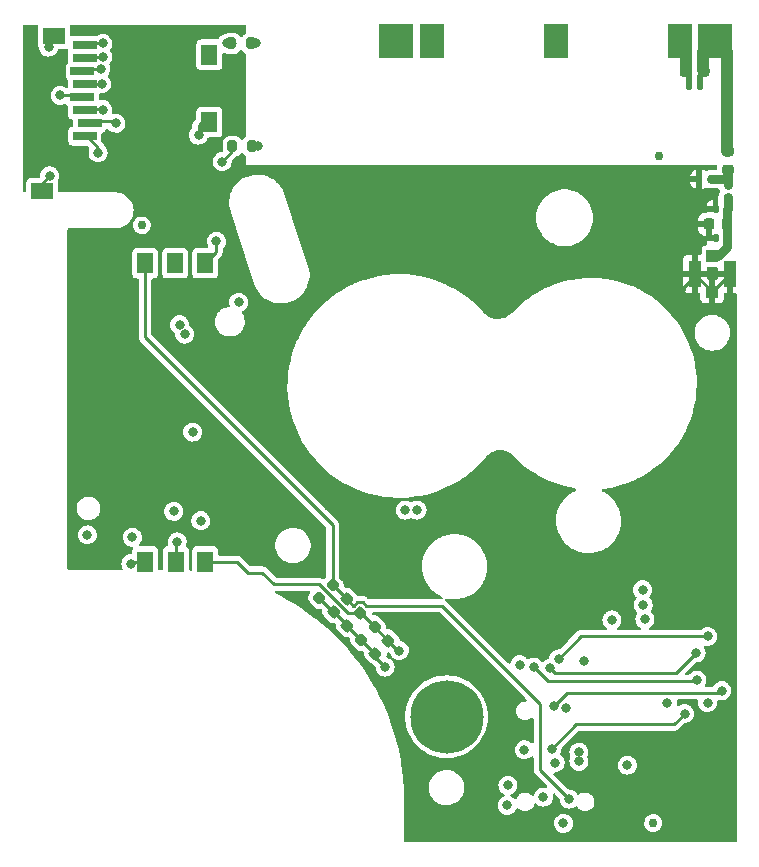
<source format=gbr>
G04 #@! TF.GenerationSoftware,KiCad,Pcbnew,6.0.11+dfsg-1~bpo11+1*
G04 #@! TF.CreationDate,2023-05-20T19:26:12-04:00*
G04 #@! TF.ProjectId,RUSP_Daughterboard,52555350-5f44-4617-9567-68746572626f,rev?*
G04 #@! TF.SameCoordinates,Original*
G04 #@! TF.FileFunction,Copper,L1,Top*
G04 #@! TF.FilePolarity,Positive*
%FSLAX46Y46*%
G04 Gerber Fmt 4.6, Leading zero omitted, Abs format (unit mm)*
G04 Created by KiCad (PCBNEW 6.0.11+dfsg-1~bpo11+1) date 2023-05-20 19:26:12*
%MOMM*%
%LPD*%
G01*
G04 APERTURE LIST*
G04 Aperture macros list*
%AMRoundRect*
0 Rectangle with rounded corners*
0 $1 Rounding radius*
0 $2 $3 $4 $5 $6 $7 $8 $9 X,Y pos of 4 corners*
0 Add a 4 corners polygon primitive as box body*
4,1,4,$2,$3,$4,$5,$6,$7,$8,$9,$2,$3,0*
0 Add four circle primitives for the rounded corners*
1,1,$1+$1,$2,$3*
1,1,$1+$1,$4,$5*
1,1,$1+$1,$6,$7*
1,1,$1+$1,$8,$9*
0 Add four rect primitives between the rounded corners*
20,1,$1+$1,$2,$3,$4,$5,0*
20,1,$1+$1,$4,$5,$6,$7,0*
20,1,$1+$1,$6,$7,$8,$9,0*
20,1,$1+$1,$8,$9,$2,$3,0*%
G04 Aperture macros list end*
G04 #@! TA.AperFunction,SMDPad,CuDef*
%ADD10RoundRect,0.225000X-0.017678X0.335876X-0.335876X0.017678X0.017678X-0.335876X0.335876X-0.017678X0*%
G04 #@! TD*
G04 #@! TA.AperFunction,SMDPad,CuDef*
%ADD11C,0.750000*%
G04 #@! TD*
G04 #@! TA.AperFunction,SMDPad,CuDef*
%ADD12RoundRect,0.218750X-0.026517X0.335876X-0.335876X0.026517X0.026517X-0.335876X0.335876X-0.026517X0*%
G04 #@! TD*
G04 #@! TA.AperFunction,SMDPad,CuDef*
%ADD13RoundRect,0.200000X0.200000X0.275000X-0.200000X0.275000X-0.200000X-0.275000X0.200000X-0.275000X0*%
G04 #@! TD*
G04 #@! TA.AperFunction,SMDPad,CuDef*
%ADD14R,2.000000X0.800000*%
G04 #@! TD*
G04 #@! TA.AperFunction,SMDPad,CuDef*
%ADD15R,1.400000X1.800000*%
G04 #@! TD*
G04 #@! TA.AperFunction,SMDPad,CuDef*
%ADD16R,1.900000X1.400000*%
G04 #@! TD*
G04 #@! TA.AperFunction,SMDPad,CuDef*
%ADD17RoundRect,0.140000X-0.140000X-0.170000X0.140000X-0.170000X0.140000X0.170000X-0.140000X0.170000X0*%
G04 #@! TD*
G04 #@! TA.AperFunction,SMDPad,CuDef*
%ADD18RoundRect,0.147500X-0.147500X-0.172500X0.147500X-0.172500X0.147500X0.172500X-0.147500X0.172500X0*%
G04 #@! TD*
G04 #@! TA.AperFunction,SMDPad,CuDef*
%ADD19RoundRect,0.140000X-0.170000X0.140000X-0.170000X-0.140000X0.170000X-0.140000X0.170000X0.140000X0*%
G04 #@! TD*
G04 #@! TA.AperFunction,SMDPad,CuDef*
%ADD20RoundRect,0.218750X-0.218750X-0.256250X0.218750X-0.256250X0.218750X0.256250X-0.218750X0.256250X0*%
G04 #@! TD*
G04 #@! TA.AperFunction,SMDPad,CuDef*
%ADD21R,1.000000X1.000000*%
G04 #@! TD*
G04 #@! TA.AperFunction,SMDPad,CuDef*
%ADD22R,1.050000X2.200000*%
G04 #@! TD*
G04 #@! TA.AperFunction,SMDPad,CuDef*
%ADD23R,2.000000X3.000000*%
G04 #@! TD*
G04 #@! TA.AperFunction,SMDPad,CuDef*
%ADD24R,3.000000X3.000000*%
G04 #@! TD*
G04 #@! TA.AperFunction,SMDPad,CuDef*
%ADD25RoundRect,0.218750X-0.256250X0.218750X-0.256250X-0.218750X0.256250X-0.218750X0.256250X0.218750X0*%
G04 #@! TD*
G04 #@! TA.AperFunction,ComponentPad*
%ADD26C,6.200000*%
G04 #@! TD*
G04 #@! TA.AperFunction,ViaPad*
%ADD27C,0.800000*%
G04 #@! TD*
G04 #@! TA.AperFunction,Conductor*
%ADD28C,0.250000*%
G04 #@! TD*
G04 #@! TA.AperFunction,Conductor*
%ADD29C,0.750000*%
G04 #@! TD*
G04 #@! TA.AperFunction,Conductor*
%ADD30C,1.000000*%
G04 #@! TD*
G04 #@! TA.AperFunction,Conductor*
%ADD31C,0.500000*%
G04 #@! TD*
G04 APERTURE END LIST*
D10*
X146698008Y-119201992D03*
X145601992Y-120298008D03*
D11*
X172000000Y-80500000D03*
D10*
X145548008Y-118026992D03*
X144451992Y-119123008D03*
D11*
X128200000Y-86400000D03*
D12*
X144356847Y-116843153D03*
X143243153Y-117956847D03*
D10*
X149073008Y-121551992D03*
X147976992Y-122648008D03*
D13*
X137525000Y-79700000D03*
X135875000Y-79700000D03*
X137440000Y-71000000D03*
X135790000Y-71000000D03*
D14*
X123375000Y-78840000D03*
X123775000Y-77740000D03*
X123375000Y-76640000D03*
X123175000Y-75540000D03*
X123375000Y-74440000D03*
X123175000Y-73340000D03*
X123375000Y-72240000D03*
X123375000Y-71140000D03*
D15*
X133925000Y-71950000D03*
X133925000Y-77650000D03*
D16*
X120775000Y-70350000D03*
X119775000Y-83500000D03*
D12*
X147906847Y-120368153D03*
X146793153Y-121481847D03*
D11*
X171500000Y-137000000D03*
D15*
X133580000Y-114866500D03*
X131103500Y-114866500D03*
X128500000Y-114866500D03*
X133580000Y-89593500D03*
X131040000Y-89593500D03*
X128500000Y-89593500D03*
D17*
X176820000Y-85000000D03*
X177780000Y-85000000D03*
D18*
X175415000Y-82500000D03*
X176385000Y-82500000D03*
D19*
X177800000Y-83020000D03*
X177800000Y-83980000D03*
D20*
X176212500Y-86300000D03*
X177787500Y-86300000D03*
X174212500Y-73300000D03*
X175787500Y-73300000D03*
D21*
X176500000Y-89000000D03*
D22*
X177975000Y-90500000D03*
X175025000Y-90500000D03*
D21*
X176500000Y-92000000D03*
D23*
X152750000Y-70750000D03*
D24*
X149750000Y-70750000D03*
D23*
X163250000Y-70750000D03*
D24*
X176750000Y-70750000D03*
D23*
X173750000Y-70750000D03*
D17*
X176820000Y-87500000D03*
X177780000Y-87500000D03*
X174520000Y-74600000D03*
X175480000Y-74600000D03*
D25*
X177800000Y-80112500D03*
X177800000Y-81687500D03*
D26*
X154000000Y-128000000D03*
D27*
X159132660Y-135507340D03*
X124723699Y-73134294D03*
X133200000Y-111400000D03*
X120300000Y-71300000D03*
X134512299Y-87737701D03*
X176100000Y-126800000D03*
X132500000Y-103900000D03*
X165600000Y-123300000D03*
X148800000Y-123800000D03*
X160600000Y-130800000D03*
X172700000Y-126800000D03*
X130900000Y-110600000D03*
X127400000Y-112800000D03*
X123600000Y-112600000D03*
X150500000Y-110500000D03*
X151500000Y-110500000D03*
X120396006Y-82200000D03*
X174149991Y-127749991D03*
X162924500Y-130769253D03*
X161400000Y-123800000D03*
X175200000Y-124900000D03*
X163100633Y-127097547D03*
X160200000Y-123600000D03*
X177300000Y-125800000D03*
X136400000Y-92900000D03*
X138000000Y-79700000D03*
X121300000Y-75400000D03*
X169300000Y-132100000D03*
X159200000Y-133800000D03*
X137900000Y-71000000D03*
X170650000Y-118550000D03*
X124800000Y-74400000D03*
X124909034Y-72152125D03*
X170600000Y-117250000D03*
X133000000Y-78750000D03*
X164083366Y-127279866D03*
X124900000Y-76600000D03*
X170800000Y-119750000D03*
X126000000Y-77750000D03*
X168000000Y-119800000D03*
X163500000Y-123100000D03*
X176100000Y-121200000D03*
X164400000Y-134974990D03*
X127275000Y-115050000D03*
X163200000Y-131900000D03*
X163900000Y-137025010D03*
X131200000Y-113200000D03*
X150000000Y-122400000D03*
X162200000Y-134800000D03*
X124500000Y-80250000D03*
X135000000Y-81000000D03*
X135400000Y-71000000D03*
X124900000Y-71000000D03*
X165201292Y-131775010D03*
X131400000Y-94800000D03*
X131826000Y-95600000D03*
X165201292Y-131001292D03*
X173850000Y-91850000D03*
X162775000Y-123900000D03*
X175124500Y-122600000D03*
D28*
X124667993Y-73190000D02*
X122675000Y-73190000D01*
X120275000Y-70200000D02*
X120275000Y-71275000D01*
X120275000Y-71275000D02*
X120300000Y-71300000D01*
X124723699Y-73134294D02*
X124667993Y-73190000D01*
X147976992Y-122976992D02*
X148800000Y-123800000D01*
X119275000Y-83350000D02*
X120396006Y-82228994D01*
X147976992Y-122648008D02*
X147976992Y-122976992D01*
X145601992Y-120273008D02*
X144451992Y-119123008D01*
X144409314Y-119123008D02*
X143243153Y-117956847D01*
X134512299Y-88661201D02*
X133560000Y-89613500D01*
X147959314Y-122648008D02*
X146793153Y-121481847D01*
X120396006Y-82228994D02*
X120396006Y-82200000D01*
X134512299Y-87737701D02*
X134512299Y-88661201D01*
X146785831Y-121481847D02*
X145601992Y-120298008D01*
X173244971Y-128655011D02*
X164963941Y-128655011D01*
X162924500Y-130694452D02*
X162924500Y-130769253D01*
X164963941Y-128655011D02*
X162924500Y-130694452D01*
X174149991Y-127749991D02*
X173244971Y-128655011D01*
X162600000Y-125000000D02*
X161400000Y-123800000D01*
X175200000Y-124900000D02*
X175100000Y-125000000D01*
X175100000Y-125000000D02*
X162600000Y-125000000D01*
X164198180Y-126000000D02*
X163100633Y-127097547D01*
X177300000Y-125800000D02*
X177100000Y-126000000D01*
X177100000Y-126000000D02*
X164198180Y-126000000D01*
X137185000Y-79700000D02*
X138000000Y-79700000D01*
X137100000Y-71000000D02*
X137900000Y-71000000D01*
X122675000Y-75390000D02*
X121310000Y-75390000D01*
X121310000Y-75390000D02*
X121300000Y-75400000D01*
X124800000Y-74400000D02*
X122800000Y-74400000D01*
X124909034Y-72152125D02*
X123002125Y-72152125D01*
X133000000Y-77925000D02*
X133425000Y-77500000D01*
X133000000Y-78750000D02*
X133000000Y-77925000D01*
X124850000Y-76550000D02*
X122900000Y-76550000D01*
X124900000Y-76600000D02*
X124850000Y-76550000D01*
X123775000Y-77590000D02*
X125840000Y-77590000D01*
X125840000Y-77590000D02*
X126000000Y-77750000D01*
X176100000Y-121200000D02*
X165400000Y-121200000D01*
X165400000Y-121200000D02*
X163500000Y-123100000D01*
X161899897Y-126899897D02*
X161899897Y-132474887D01*
X144356847Y-111756847D02*
X144356847Y-116843153D01*
X128480000Y-95880000D02*
X144356847Y-111756847D01*
X146168628Y-118600000D02*
X146452512Y-118316116D01*
X146121016Y-118600000D02*
X146168628Y-118600000D01*
X146452512Y-118316116D02*
X146908148Y-118316116D01*
X128480000Y-89613500D02*
X128480000Y-95880000D01*
X146908148Y-118316116D02*
X147192032Y-118600000D01*
X161899897Y-132474887D02*
X164400000Y-134974990D01*
X144364169Y-116843153D02*
X145548008Y-118026992D01*
X147192032Y-118600000D02*
X153600000Y-118600000D01*
X153600000Y-118600000D02*
X161899897Y-126899897D01*
X145548008Y-118026992D02*
X146121016Y-118600000D01*
X127275000Y-115050000D02*
X127438500Y-114886500D01*
X127438500Y-114886500D02*
X128480000Y-114886500D01*
X131083500Y-113316500D02*
X131083500Y-114886500D01*
X131200000Y-113200000D02*
X131083500Y-113316500D01*
X145626312Y-119201992D02*
X146698008Y-119201992D01*
X137200000Y-115800000D02*
X138400000Y-115800000D01*
X133560000Y-114886500D02*
X136286500Y-114886500D01*
X149921016Y-122400000D02*
X150000000Y-122400000D01*
X138400000Y-115800000D02*
X139400000Y-116800000D01*
X147906847Y-120385831D02*
X149073008Y-121551992D01*
X143224320Y-116800000D02*
X145626312Y-119201992D01*
X149073008Y-121551992D02*
X149921016Y-122400000D01*
X146740686Y-119201992D02*
X147906847Y-120368153D01*
X136286500Y-114886500D02*
X137200000Y-115800000D01*
X139400000Y-116800000D02*
X143224320Y-116800000D01*
X124500000Y-79815000D02*
X124500000Y-80250000D01*
X135875000Y-80125000D02*
X135000000Y-81000000D01*
X135875000Y-79700000D02*
X135875000Y-80125000D01*
X123375000Y-78690000D02*
X124500000Y-79815000D01*
X124890000Y-70990000D02*
X122875000Y-70990000D01*
X124900000Y-71000000D02*
X124890000Y-70990000D01*
X136130000Y-71000000D02*
X135400000Y-71000000D01*
X177975000Y-90525000D02*
X176500000Y-92000000D01*
X177975000Y-90500000D02*
X177975000Y-90525000D01*
X175025000Y-90500000D02*
X175025000Y-90525000D01*
X175025000Y-90675000D02*
X173850000Y-91850000D01*
X175025000Y-90500000D02*
X175025000Y-90675000D01*
X175025000Y-90525000D02*
X176500000Y-92000000D01*
X173424501Y-124299999D02*
X163174999Y-124299999D01*
X163174999Y-124299999D02*
X162775000Y-123900000D01*
X175124500Y-122600000D02*
X173424501Y-124299999D01*
D29*
X177750000Y-82500000D02*
X177800000Y-82550000D01*
X176385000Y-82500000D02*
X177750000Y-82500000D01*
X177800000Y-81687500D02*
X177800000Y-82550000D01*
X177800000Y-82550000D02*
X177800000Y-83020000D01*
D30*
X175750000Y-71750000D02*
X175750000Y-73262500D01*
D31*
X175787500Y-73462500D02*
X175480000Y-73770000D01*
D30*
X175750000Y-73262500D02*
X175787500Y-73300000D01*
X177750000Y-80062500D02*
X177800000Y-80112500D01*
D31*
X175480000Y-73770000D02*
X175480000Y-74600000D01*
D30*
X177750000Y-71750000D02*
X177750000Y-80062500D01*
D31*
X174250000Y-73262500D02*
X174500000Y-73512500D01*
D30*
X174250000Y-72000000D02*
X174250000Y-73262500D01*
D31*
X174500000Y-73512500D02*
X174500000Y-74580000D01*
D30*
X173750000Y-71500000D02*
X174250000Y-72000000D01*
D29*
X177800000Y-84980000D02*
X177780000Y-85000000D01*
X177787500Y-87592500D02*
X177780000Y-87600000D01*
X177000000Y-89000000D02*
X176500000Y-89000000D01*
X177787500Y-86300000D02*
X177787500Y-87592500D01*
X177780000Y-87600000D02*
X177780000Y-88220000D01*
X177780000Y-88220000D02*
X177000000Y-89000000D01*
X177780000Y-85000000D02*
X177780000Y-86292500D01*
X177800000Y-83980000D02*
X177800000Y-84980000D01*
G04 #@! TA.AperFunction,Conductor*
G36*
X119379618Y-69420502D02*
G01*
X119426111Y-69474158D01*
X119435946Y-69546210D01*
X119425828Y-69610093D01*
X119424500Y-69618481D01*
X119424501Y-71081518D01*
X119439354Y-71175304D01*
X119443858Y-71184143D01*
X119443859Y-71184147D01*
X119483074Y-71261110D01*
X119496207Y-71306017D01*
X119512039Y-71467486D01*
X119514262Y-71474168D01*
X119514262Y-71474169D01*
X119549910Y-71581331D01*
X119568726Y-71637896D01*
X119572373Y-71643918D01*
X119649585Y-71771410D01*
X119661759Y-71791512D01*
X119666648Y-71796575D01*
X119666649Y-71796576D01*
X119673869Y-71804052D01*
X119786514Y-71920699D01*
X119936789Y-72019036D01*
X120105116Y-72081636D01*
X120112097Y-72082567D01*
X120112099Y-72082568D01*
X120276149Y-72104457D01*
X120276153Y-72104457D01*
X120283130Y-72105388D01*
X120290142Y-72104750D01*
X120290146Y-72104750D01*
X120454960Y-72089751D01*
X120454961Y-72089751D01*
X120461981Y-72089112D01*
X120632782Y-72033615D01*
X120733370Y-71973653D01*
X120780992Y-71945265D01*
X120780994Y-71945264D01*
X120787044Y-71941657D01*
X120917099Y-71817807D01*
X120934570Y-71791512D01*
X120997538Y-71696736D01*
X121016483Y-71668222D01*
X121068322Y-71531755D01*
X121111211Y-71475177D01*
X121177879Y-71450768D01*
X121186110Y-71450499D01*
X121756518Y-71450499D01*
X121761412Y-71449724D01*
X121828792Y-71439053D01*
X121899203Y-71448153D01*
X121953516Y-71493876D01*
X121973942Y-71561646D01*
X121974113Y-71561633D01*
X121974175Y-71562420D01*
X121974501Y-71563502D01*
X121974501Y-71571518D01*
X121975276Y-71576411D01*
X121975276Y-71576412D01*
X121989354Y-71665304D01*
X121986358Y-71665778D01*
X121986358Y-71714221D01*
X121989354Y-71714696D01*
X121974500Y-71808481D01*
X121974501Y-72178541D01*
X121974501Y-72522174D01*
X121954499Y-72590295D01*
X121935312Y-72610604D01*
X121936658Y-72611950D01*
X121846950Y-72701658D01*
X121789354Y-72814696D01*
X121787804Y-72824485D01*
X121787803Y-72824487D01*
X121783470Y-72851849D01*
X121774500Y-72908481D01*
X121774501Y-73771518D01*
X121789354Y-73865304D01*
X121846950Y-73978342D01*
X121936658Y-74068050D01*
X121933995Y-74070713D01*
X121965922Y-74112131D01*
X121974500Y-74157826D01*
X121974501Y-74426416D01*
X121974501Y-74650715D01*
X121954499Y-74718836D01*
X121900844Y-74765329D01*
X121830570Y-74775433D01*
X121780987Y-74757100D01*
X121659090Y-74679741D01*
X121659086Y-74679739D01*
X121653136Y-74675963D01*
X121623352Y-74665357D01*
X121490586Y-74618081D01*
X121490581Y-74618080D01*
X121483951Y-74615719D01*
X121476965Y-74614886D01*
X121476961Y-74614885D01*
X121349177Y-74599648D01*
X121305624Y-74594455D01*
X121298621Y-74595191D01*
X121298620Y-74595191D01*
X121134025Y-74612490D01*
X121134021Y-74612491D01*
X121127017Y-74613227D01*
X121120346Y-74615498D01*
X120963677Y-74668832D01*
X120963674Y-74668833D01*
X120957007Y-74671103D01*
X120804045Y-74765206D01*
X120799014Y-74770132D01*
X120799011Y-74770135D01*
X120736883Y-74830976D01*
X120675732Y-74890859D01*
X120671913Y-74896784D01*
X120671912Y-74896786D01*
X120582265Y-75035891D01*
X120578446Y-75041817D01*
X120517022Y-75210578D01*
X120494514Y-75388753D01*
X120512039Y-75567486D01*
X120514262Y-75574168D01*
X120514262Y-75574169D01*
X120556088Y-75699903D01*
X120568726Y-75737896D01*
X120572373Y-75743918D01*
X120645587Y-75864808D01*
X120661759Y-75891512D01*
X120786514Y-76020699D01*
X120936789Y-76119036D01*
X121105116Y-76181636D01*
X121112097Y-76182567D01*
X121112099Y-76182568D01*
X121276149Y-76204457D01*
X121276153Y-76204457D01*
X121283130Y-76205388D01*
X121290142Y-76204750D01*
X121290146Y-76204750D01*
X121454960Y-76189751D01*
X121454961Y-76189751D01*
X121461981Y-76189112D01*
X121632782Y-76133615D01*
X121663920Y-76115053D01*
X121732672Y-76097354D01*
X121800081Y-76119636D01*
X121840701Y-76166079D01*
X121842448Y-76169507D01*
X121846950Y-76178342D01*
X121936658Y-76268050D01*
X121933995Y-76270713D01*
X121965922Y-76312131D01*
X121974500Y-76357826D01*
X121974501Y-77071518D01*
X121975276Y-77076411D01*
X121975276Y-77076412D01*
X121981929Y-77118418D01*
X121989354Y-77165304D01*
X122046950Y-77278342D01*
X122136658Y-77368050D01*
X122249696Y-77425646D01*
X122259489Y-77427197D01*
X122259492Y-77427198D01*
X122268214Y-77428580D01*
X122332366Y-77458994D01*
X122369892Y-77519263D01*
X122374500Y-77553028D01*
X122374501Y-77926973D01*
X122354499Y-77995093D01*
X122300844Y-78041586D01*
X122268211Y-78051422D01*
X122266804Y-78051645D01*
X122259493Y-78052802D01*
X122259490Y-78052803D01*
X122249696Y-78054354D01*
X122136658Y-78111950D01*
X122046950Y-78201658D01*
X121989354Y-78314696D01*
X121974500Y-78408481D01*
X121974501Y-79271518D01*
X121989354Y-79365304D01*
X121993857Y-79374141D01*
X121993857Y-79374142D01*
X122002782Y-79391657D01*
X122046950Y-79478342D01*
X122136658Y-79568050D01*
X122249696Y-79625646D01*
X122259485Y-79627196D01*
X122259487Y-79627197D01*
X122286849Y-79631530D01*
X122343481Y-79640500D01*
X122450861Y-79640500D01*
X123530140Y-79640499D01*
X123598261Y-79660501D01*
X123619235Y-79677404D01*
X123736416Y-79794585D01*
X123770442Y-79856897D01*
X123765722Y-79926774D01*
X123719433Y-80053951D01*
X123719431Y-80053959D01*
X123717022Y-80060578D01*
X123694514Y-80238753D01*
X123695201Y-80245760D01*
X123695201Y-80245763D01*
X123698458Y-80278980D01*
X123712039Y-80417486D01*
X123714262Y-80424168D01*
X123714262Y-80424169D01*
X123761914Y-80567417D01*
X123768726Y-80587896D01*
X123861759Y-80741512D01*
X123986514Y-80870699D01*
X124136789Y-80969036D01*
X124305116Y-81031636D01*
X124312097Y-81032567D01*
X124312099Y-81032568D01*
X124476149Y-81054457D01*
X124476153Y-81054457D01*
X124483130Y-81055388D01*
X124490142Y-81054750D01*
X124490146Y-81054750D01*
X124654960Y-81039751D01*
X124654961Y-81039751D01*
X124661981Y-81039112D01*
X124832782Y-80983615D01*
X124926920Y-80927498D01*
X124980992Y-80895265D01*
X124980994Y-80895264D01*
X124987044Y-80891657D01*
X125117099Y-80767807D01*
X125134570Y-80741512D01*
X125196406Y-80648440D01*
X125216483Y-80618222D01*
X125237218Y-80563636D01*
X125277757Y-80456919D01*
X125277758Y-80456914D01*
X125280257Y-80450336D01*
X125285859Y-80410476D01*
X125304700Y-80276416D01*
X125304700Y-80276411D01*
X125305251Y-80272493D01*
X125305403Y-80261576D01*
X125305510Y-80253963D01*
X125305510Y-80253958D01*
X125305565Y-80250000D01*
X125285546Y-80071528D01*
X125226485Y-79901927D01*
X125173186Y-79816630D01*
X125135049Y-79755599D01*
X125131316Y-79749625D01*
X125004770Y-79622193D01*
X125004098Y-79621767D01*
X124969168Y-79575915D01*
X124957134Y-79548105D01*
X124957132Y-79548102D01*
X124953720Y-79540217D01*
X124945009Y-79529460D01*
X124932515Y-79510867D01*
X124929029Y-79504525D01*
X124929028Y-79504524D01*
X124925847Y-79498737D01*
X124919164Y-79490995D01*
X124895960Y-79467791D01*
X124887134Y-79457990D01*
X124868518Y-79435001D01*
X124863112Y-79428325D01*
X124848856Y-79418194D01*
X124832756Y-79404587D01*
X124810531Y-79382362D01*
X124776505Y-79320050D01*
X124775406Y-79281430D01*
X124774337Y-79281346D01*
X124774725Y-79276409D01*
X124775500Y-79271519D01*
X124775499Y-78738753D01*
X132194514Y-78738753D01*
X132212039Y-78917486D01*
X132214262Y-78924168D01*
X132214262Y-78924169D01*
X132238396Y-78996718D01*
X132268726Y-79087896D01*
X132272373Y-79093918D01*
X132311370Y-79158309D01*
X132361759Y-79241512D01*
X132366648Y-79246575D01*
X132366649Y-79246576D01*
X132437603Y-79320050D01*
X132486514Y-79370699D01*
X132636789Y-79469036D01*
X132805116Y-79531636D01*
X132812097Y-79532567D01*
X132812099Y-79532568D01*
X132976149Y-79554457D01*
X132976153Y-79554457D01*
X132983130Y-79555388D01*
X132990142Y-79554750D01*
X132990146Y-79554750D01*
X133154960Y-79539751D01*
X133154961Y-79539751D01*
X133161981Y-79539112D01*
X133332782Y-79483615D01*
X133375769Y-79457990D01*
X133480992Y-79395265D01*
X133480994Y-79395264D01*
X133487044Y-79391657D01*
X133617099Y-79267807D01*
X133621882Y-79260609D01*
X133689849Y-79158309D01*
X133716483Y-79118222D01*
X133718986Y-79111634D01*
X133749329Y-79031756D01*
X133792218Y-78975178D01*
X133858887Y-78950769D01*
X133867117Y-78950500D01*
X134609257Y-78950499D01*
X134656518Y-78950499D01*
X134661412Y-78949724D01*
X134740506Y-78937198D01*
X134740508Y-78937197D01*
X134750304Y-78935646D01*
X134863342Y-78878050D01*
X134953050Y-78788342D01*
X135010646Y-78675304D01*
X135025500Y-78581519D01*
X135025499Y-76718482D01*
X135010646Y-76624696D01*
X134953050Y-76511658D01*
X134863342Y-76421950D01*
X134750304Y-76364354D01*
X134740515Y-76362804D01*
X134740513Y-76362803D01*
X134713151Y-76358470D01*
X134656519Y-76349500D01*
X133925148Y-76349500D01*
X133193482Y-76349501D01*
X133188589Y-76350276D01*
X133188588Y-76350276D01*
X133109494Y-76362802D01*
X133109492Y-76362803D01*
X133099696Y-76364354D01*
X132986658Y-76421950D01*
X132896950Y-76511658D01*
X132839354Y-76624696D01*
X132824500Y-76718481D01*
X132824500Y-77305139D01*
X132804498Y-77373260D01*
X132787596Y-77394234D01*
X132638624Y-77543207D01*
X132634814Y-77546860D01*
X132591288Y-77586884D01*
X132586760Y-77594187D01*
X132586759Y-77594188D01*
X132569543Y-77621955D01*
X132562820Y-77631737D01*
X132537872Y-77664604D01*
X132534710Y-77672591D01*
X132534708Y-77672594D01*
X132532772Y-77677483D01*
X132522713Y-77697484D01*
X132515418Y-77709250D01*
X132504723Y-77746062D01*
X132503905Y-77748877D01*
X132500060Y-77760105D01*
X132488033Y-77790484D01*
X132488032Y-77790487D01*
X132484871Y-77798472D01*
X132483974Y-77807009D01*
X132483972Y-77807016D01*
X132483423Y-77812239D01*
X132479112Y-77834215D01*
X132475249Y-77847512D01*
X132474500Y-77857712D01*
X132474500Y-77890539D01*
X132473810Y-77903710D01*
X132469821Y-77941662D01*
X132471253Y-77950128D01*
X132471253Y-77950131D01*
X132472736Y-77958898D01*
X132474500Y-77979910D01*
X132474500Y-78091173D01*
X132454498Y-78159294D01*
X132436657Y-78181197D01*
X132416724Y-78200717D01*
X132375732Y-78240859D01*
X132371913Y-78246784D01*
X132371912Y-78246786D01*
X132292056Y-78370699D01*
X132278446Y-78391817D01*
X132276037Y-78398437D01*
X132276035Y-78398440D01*
X132270578Y-78413434D01*
X132217022Y-78560578D01*
X132194514Y-78738753D01*
X124775499Y-78738753D01*
X124775499Y-78653026D01*
X124795501Y-78584906D01*
X124849157Y-78538413D01*
X124881789Y-78528578D01*
X124883196Y-78528355D01*
X124890507Y-78527198D01*
X124890510Y-78527197D01*
X124900304Y-78525646D01*
X125013342Y-78468050D01*
X125103050Y-78378342D01*
X125157930Y-78270635D01*
X125206679Y-78219020D01*
X125275594Y-78201954D01*
X125342795Y-78224855D01*
X125360968Y-78242276D01*
X125361759Y-78241512D01*
X125486514Y-78370699D01*
X125636789Y-78469036D01*
X125805116Y-78531636D01*
X125812097Y-78532567D01*
X125812099Y-78532568D01*
X125976149Y-78554457D01*
X125976153Y-78554457D01*
X125983130Y-78555388D01*
X125990142Y-78554750D01*
X125990146Y-78554750D01*
X126154960Y-78539751D01*
X126154961Y-78539751D01*
X126161981Y-78539112D01*
X126332782Y-78483615D01*
X126450513Y-78413434D01*
X126480992Y-78395265D01*
X126480994Y-78395264D01*
X126487044Y-78391657D01*
X126617099Y-78267807D01*
X126631066Y-78246786D01*
X126666791Y-78193014D01*
X126716483Y-78118222D01*
X126741858Y-78051422D01*
X126777757Y-77956919D01*
X126777758Y-77956914D01*
X126780257Y-77950336D01*
X126782677Y-77933120D01*
X126804700Y-77776416D01*
X126804700Y-77776411D01*
X126805251Y-77772493D01*
X126805565Y-77750000D01*
X126785546Y-77571528D01*
X126767346Y-77519263D01*
X126739917Y-77440500D01*
X126726485Y-77401927D01*
X126631316Y-77249625D01*
X126556358Y-77174142D01*
X126509733Y-77127190D01*
X126509729Y-77127187D01*
X126504770Y-77122193D01*
X126353136Y-77025963D01*
X126323352Y-77015357D01*
X126190586Y-76968081D01*
X126190581Y-76968080D01*
X126183951Y-76965719D01*
X126176965Y-76964886D01*
X126176961Y-76964885D01*
X126049177Y-76949648D01*
X126005624Y-76944455D01*
X125998621Y-76945191D01*
X125998620Y-76945191D01*
X125960467Y-76949201D01*
X125827017Y-76963227D01*
X125824413Y-76964114D01*
X125755282Y-76959325D01*
X125698351Y-76916907D01*
X125673391Y-76850443D01*
X125677007Y-76809837D01*
X125677756Y-76806921D01*
X125680257Y-76800336D01*
X125694038Y-76702276D01*
X125704700Y-76626416D01*
X125704700Y-76626411D01*
X125705251Y-76622493D01*
X125705565Y-76600000D01*
X125685546Y-76421528D01*
X125626485Y-76251927D01*
X125597006Y-76204750D01*
X125535049Y-76105599D01*
X125531316Y-76099625D01*
X125432384Y-76000000D01*
X125409733Y-75977190D01*
X125409729Y-75977187D01*
X125404770Y-75972193D01*
X125253136Y-75875963D01*
X125221809Y-75864808D01*
X125090586Y-75818081D01*
X125090581Y-75818080D01*
X125083951Y-75815719D01*
X125076965Y-75814886D01*
X125076961Y-75814885D01*
X124949177Y-75799648D01*
X124905624Y-75794455D01*
X124898621Y-75795191D01*
X124898620Y-75795191D01*
X124860467Y-75799201D01*
X124727017Y-75813227D01*
X124726143Y-75813525D01*
X124657733Y-75808786D01*
X124600802Y-75766367D01*
X124575842Y-75699903D01*
X124575500Y-75690632D01*
X124575499Y-75321613D01*
X124595501Y-75253493D01*
X124649156Y-75207000D01*
X124718162Y-75196720D01*
X124756404Y-75201822D01*
X124783130Y-75205388D01*
X124790142Y-75204750D01*
X124790146Y-75204750D01*
X124954960Y-75189751D01*
X124954961Y-75189751D01*
X124961981Y-75189112D01*
X125132782Y-75133615D01*
X125138833Y-75130008D01*
X125280992Y-75045265D01*
X125280994Y-75045264D01*
X125287044Y-75041657D01*
X125417099Y-74917807D01*
X125431066Y-74896786D01*
X125512582Y-74774093D01*
X125516483Y-74768222D01*
X125551973Y-74674794D01*
X125577757Y-74606919D01*
X125577758Y-74606914D01*
X125580257Y-74600336D01*
X125605251Y-74422493D01*
X125605565Y-74400000D01*
X125585546Y-74221528D01*
X125526485Y-74051927D01*
X125474985Y-73969509D01*
X125435049Y-73905599D01*
X125431316Y-73899625D01*
X125350195Y-73817936D01*
X125316388Y-73755506D01*
X125321700Y-73684708D01*
X125340743Y-73652153D01*
X125340798Y-73652101D01*
X125344693Y-73646239D01*
X125344696Y-73646235D01*
X125405868Y-73554162D01*
X125440182Y-73502516D01*
X125499110Y-73347388D01*
X125501456Y-73341213D01*
X125501457Y-73341208D01*
X125503956Y-73334630D01*
X125518500Y-73231143D01*
X125528399Y-73160710D01*
X125528399Y-73160705D01*
X125528950Y-73156787D01*
X125529264Y-73134294D01*
X125509245Y-72955822D01*
X125465391Y-72829890D01*
X125461877Y-72758980D01*
X125497490Y-72697208D01*
X125526133Y-72669932D01*
X125625517Y-72520347D01*
X125680614Y-72375304D01*
X125686791Y-72359044D01*
X125686792Y-72359039D01*
X125689291Y-72352461D01*
X125699261Y-72281519D01*
X125713734Y-72178541D01*
X125713734Y-72178536D01*
X125714285Y-72174618D01*
X125714599Y-72152125D01*
X125694580Y-71973653D01*
X125635519Y-71804052D01*
X125630848Y-71796576D01*
X125544083Y-71657724D01*
X125540350Y-71651750D01*
X125535642Y-71647009D01*
X125509059Y-71581331D01*
X125522230Y-71511567D01*
X125529494Y-71499151D01*
X125555190Y-71460476D01*
X125616483Y-71368222D01*
X125640112Y-71306018D01*
X125677757Y-71206919D01*
X125677758Y-71206914D01*
X125680257Y-71200336D01*
X125705251Y-71022493D01*
X125705565Y-71000000D01*
X125685546Y-70821528D01*
X125679668Y-70804647D01*
X125638225Y-70685639D01*
X125626485Y-70651927D01*
X125531316Y-70499625D01*
X125444251Y-70411950D01*
X125409733Y-70377190D01*
X125409729Y-70377187D01*
X125404770Y-70372193D01*
X125393761Y-70365206D01*
X125296155Y-70303264D01*
X125253136Y-70275963D01*
X125223352Y-70265357D01*
X125090586Y-70218081D01*
X125090581Y-70218080D01*
X125083951Y-70215719D01*
X125076965Y-70214886D01*
X125076961Y-70214885D01*
X124937517Y-70198258D01*
X124905624Y-70194455D01*
X124898621Y-70195191D01*
X124898620Y-70195191D01*
X124734025Y-70212490D01*
X124734021Y-70212491D01*
X124727017Y-70213227D01*
X124720346Y-70215498D01*
X124563677Y-70268832D01*
X124563674Y-70268833D01*
X124557007Y-70271103D01*
X124551008Y-70274793D01*
X124551007Y-70274794D01*
X124475782Y-70321073D01*
X124407537Y-70339661D01*
X124406519Y-70339500D01*
X123493094Y-70339500D01*
X122343482Y-70339501D01*
X122338589Y-70340276D01*
X122338588Y-70340276D01*
X122312226Y-70344451D01*
X122271209Y-70350947D01*
X122200798Y-70341847D01*
X122146485Y-70296124D01*
X122125500Y-70226498D01*
X122125499Y-69623437D01*
X122125499Y-69618482D01*
X122114053Y-69546209D01*
X122123153Y-69475798D01*
X122168876Y-69421485D01*
X122238502Y-69400500D01*
X136874000Y-69400500D01*
X136942121Y-69420502D01*
X136988614Y-69474158D01*
X137000000Y-69526500D01*
X137000000Y-70092681D01*
X136979998Y-70160802D01*
X136939355Y-70199554D01*
X136937159Y-70200464D01*
X136914200Y-70218081D01*
X136838767Y-70275963D01*
X136811718Y-70296718D01*
X136806695Y-70303264D01*
X136778713Y-70339731D01*
X136715464Y-70422159D01*
X136712799Y-70420114D01*
X136672750Y-70458309D01*
X136603038Y-70471754D01*
X136537124Y-70445375D01*
X136516020Y-70421020D01*
X136514536Y-70422159D01*
X136423305Y-70303264D01*
X136418282Y-70296718D01*
X136391234Y-70275963D01*
X136315800Y-70218081D01*
X136292841Y-70200464D01*
X136146762Y-70139956D01*
X136138574Y-70138878D01*
X136033448Y-70125038D01*
X136033447Y-70125038D01*
X136029361Y-70124500D01*
X135790030Y-70124500D01*
X135550640Y-70124501D01*
X135546556Y-70125039D01*
X135546550Y-70125039D01*
X135441425Y-70138878D01*
X135441423Y-70138878D01*
X135433238Y-70139956D01*
X135287159Y-70200464D01*
X135286489Y-70198847D01*
X135249520Y-70210862D01*
X135242785Y-70211570D01*
X135234017Y-70212491D01*
X135234015Y-70212491D01*
X135227017Y-70213227D01*
X135188034Y-70226498D01*
X135063677Y-70268832D01*
X135063674Y-70268833D01*
X135057007Y-70271103D01*
X135051009Y-70274793D01*
X135051007Y-70274794D01*
X135023535Y-70291695D01*
X134904045Y-70365206D01*
X134899014Y-70370132D01*
X134899011Y-70370135D01*
X134891807Y-70377190D01*
X134775732Y-70490859D01*
X134771913Y-70496784D01*
X134771912Y-70496786D01*
X134710709Y-70591755D01*
X134656995Y-70638180D01*
X134604798Y-70649500D01*
X133321391Y-70649501D01*
X133193482Y-70649501D01*
X133188589Y-70650276D01*
X133188588Y-70650276D01*
X133109494Y-70662802D01*
X133109492Y-70662803D01*
X133099696Y-70664354D01*
X132986658Y-70721950D01*
X132896950Y-70811658D01*
X132839354Y-70924696D01*
X132824500Y-71018481D01*
X132824501Y-72881518D01*
X132825276Y-72886409D01*
X132825276Y-72886412D01*
X132836269Y-72955822D01*
X132839354Y-72975304D01*
X132896950Y-73088342D01*
X132986658Y-73178050D01*
X133099696Y-73235646D01*
X133109485Y-73237196D01*
X133109487Y-73237197D01*
X133136849Y-73241530D01*
X133193481Y-73250500D01*
X133924852Y-73250500D01*
X134656518Y-73250499D01*
X134661412Y-73249724D01*
X134740506Y-73237198D01*
X134740508Y-73237197D01*
X134750304Y-73235646D01*
X134863342Y-73178050D01*
X134953050Y-73088342D01*
X135010646Y-72975304D01*
X135025500Y-72881519D01*
X135025499Y-71896127D01*
X135045501Y-71828007D01*
X135099157Y-71781514D01*
X135169431Y-71771410D01*
X135195416Y-71778029D01*
X135198513Y-71779181D01*
X135198518Y-71779182D01*
X135205116Y-71781636D01*
X135212096Y-71782567D01*
X135212099Y-71782568D01*
X135249568Y-71787567D01*
X135286858Y-71800262D01*
X135287159Y-71799536D01*
X135433238Y-71860044D01*
X135441426Y-71861122D01*
X135546545Y-71874961D01*
X135550639Y-71875500D01*
X135789970Y-71875500D01*
X136029360Y-71875499D01*
X136033444Y-71874961D01*
X136033450Y-71874961D01*
X136138575Y-71861122D01*
X136138577Y-71861122D01*
X136146762Y-71860044D01*
X136292841Y-71799536D01*
X136418282Y-71703282D01*
X136440680Y-71674093D01*
X136514536Y-71577841D01*
X136517201Y-71579886D01*
X136557250Y-71541691D01*
X136626962Y-71528246D01*
X136692876Y-71554625D01*
X136713980Y-71578980D01*
X136715464Y-71577841D01*
X136789321Y-71674093D01*
X136811718Y-71703282D01*
X136937159Y-71799536D01*
X136939002Y-71800299D01*
X136985993Y-71849581D01*
X137000000Y-71907319D01*
X137000000Y-78855330D01*
X136979998Y-78923451D01*
X136950704Y-78955292D01*
X136903268Y-78991691D01*
X136903264Y-78991695D01*
X136896718Y-78996718D01*
X136800464Y-79122159D01*
X136797799Y-79120114D01*
X136757750Y-79158309D01*
X136688038Y-79171754D01*
X136622124Y-79145375D01*
X136601020Y-79121020D01*
X136599536Y-79122159D01*
X136508305Y-79003264D01*
X136503282Y-78996718D01*
X136476234Y-78975963D01*
X136407798Y-78923451D01*
X136377841Y-78900464D01*
X136231762Y-78839956D01*
X136223574Y-78838878D01*
X136118448Y-78825038D01*
X136118447Y-78825038D01*
X136114361Y-78824500D01*
X135875030Y-78824500D01*
X135635640Y-78824501D01*
X135631556Y-78825039D01*
X135631550Y-78825039D01*
X135526425Y-78838878D01*
X135526423Y-78838878D01*
X135518238Y-78839956D01*
X135372159Y-78900464D01*
X135342202Y-78923451D01*
X135273767Y-78975963D01*
X135246718Y-78996718D01*
X135150464Y-79122159D01*
X135089956Y-79268238D01*
X135074500Y-79385639D01*
X135074501Y-80014360D01*
X135075040Y-80018452D01*
X135080064Y-80056623D01*
X135069124Y-80126772D01*
X135021994Y-80179869D01*
X134968314Y-80198376D01*
X134913419Y-80204146D01*
X134834025Y-80212490D01*
X134834021Y-80212491D01*
X134827017Y-80213227D01*
X134820346Y-80215498D01*
X134663677Y-80268832D01*
X134663674Y-80268833D01*
X134657007Y-80271103D01*
X134651009Y-80274793D01*
X134651007Y-80274794D01*
X134644203Y-80278980D01*
X134504045Y-80365206D01*
X134499014Y-80370132D01*
X134499011Y-80370135D01*
X134450658Y-80417486D01*
X134375732Y-80490859D01*
X134371913Y-80496784D01*
X134371912Y-80496786D01*
X134321185Y-80575499D01*
X134278446Y-80641817D01*
X134276037Y-80648437D01*
X134276035Y-80648440D01*
X134261701Y-80687823D01*
X134217022Y-80810578D01*
X134194514Y-80988753D01*
X134195201Y-80995760D01*
X134195201Y-80995763D01*
X134197434Y-81018532D01*
X134212039Y-81167486D01*
X134214262Y-81174168D01*
X134214262Y-81174169D01*
X134263990Y-81323658D01*
X134268726Y-81337896D01*
X134272373Y-81343918D01*
X134348024Y-81468832D01*
X134361759Y-81491512D01*
X134486514Y-81620699D01*
X134636789Y-81719036D01*
X134805116Y-81781636D01*
X134812097Y-81782567D01*
X134812099Y-81782568D01*
X134976149Y-81804457D01*
X134976153Y-81804457D01*
X134983130Y-81805388D01*
X134990142Y-81804750D01*
X134990146Y-81804750D01*
X135154960Y-81789751D01*
X135154961Y-81789751D01*
X135161981Y-81789112D01*
X135332782Y-81733615D01*
X135346952Y-81725168D01*
X135480992Y-81645265D01*
X135480994Y-81645264D01*
X135487044Y-81641657D01*
X135617099Y-81517807D01*
X135634570Y-81491512D01*
X135712582Y-81374093D01*
X135716483Y-81368222D01*
X135733411Y-81323658D01*
X135777757Y-81206919D01*
X135777758Y-81206914D01*
X135780257Y-81200336D01*
X135783941Y-81174125D01*
X135804700Y-81026416D01*
X135804700Y-81026411D01*
X135805251Y-81022493D01*
X135805565Y-81000000D01*
X135805165Y-80996435D01*
X135821799Y-80927498D01*
X135841901Y-80901268D01*
X136145507Y-80597662D01*
X136207819Y-80563636D01*
X136218156Y-80561835D01*
X136231762Y-80560044D01*
X136239388Y-80556885D01*
X136239389Y-80556885D01*
X136280985Y-80539655D01*
X136377841Y-80499536D01*
X136503282Y-80403282D01*
X136599536Y-80277841D01*
X136602201Y-80279886D01*
X136642250Y-80241691D01*
X136711962Y-80228246D01*
X136777876Y-80254625D01*
X136798980Y-80278980D01*
X136800464Y-80277841D01*
X136896718Y-80403282D01*
X136903264Y-80408305D01*
X136903268Y-80408309D01*
X136950704Y-80444708D01*
X136992571Y-80502046D01*
X137000000Y-80544670D01*
X137000000Y-81250000D01*
X171937720Y-81250000D01*
X171954383Y-81251107D01*
X171984183Y-81255083D01*
X171991194Y-81254445D01*
X171991198Y-81254445D01*
X172034333Y-81250519D01*
X172045753Y-81250000D01*
X176800488Y-81250000D01*
X176868609Y-81270002D01*
X176915102Y-81323658D01*
X176926099Y-81385887D01*
X176924694Y-81403734D01*
X176924693Y-81403762D01*
X176924500Y-81406213D01*
X176924501Y-81565206D01*
X176924501Y-81598499D01*
X176904499Y-81666620D01*
X176850844Y-81713113D01*
X176798501Y-81724500D01*
X176341254Y-81724500D01*
X176212102Y-81738987D01*
X176205449Y-81741304D01*
X176205448Y-81741304D01*
X176052719Y-81794490D01*
X176047797Y-81796204D01*
X176047200Y-81794490D01*
X175986189Y-81804407D01*
X175937693Y-81787835D01*
X175831728Y-81725168D01*
X175817287Y-81718918D01*
X175686395Y-81680891D01*
X175672295Y-81680931D01*
X175669000Y-81688201D01*
X175669000Y-82177059D01*
X175661699Y-82219326D01*
X175659175Y-82226416D01*
X175625212Y-82321793D01*
X175624379Y-82328779D01*
X175624378Y-82328783D01*
X175613638Y-82418857D01*
X175604612Y-82494552D01*
X175622798Y-82667581D01*
X175625067Y-82674247D01*
X175625068Y-82674250D01*
X175628679Y-82684856D01*
X175661765Y-82782043D01*
X175662278Y-82783551D01*
X175669000Y-82824157D01*
X175669000Y-83306048D01*
X175672973Y-83319579D01*
X175680871Y-83320714D01*
X175817287Y-83281082D01*
X175831724Y-83274834D01*
X175938401Y-83211745D01*
X176007217Y-83194285D01*
X176045631Y-83201796D01*
X176201493Y-83258525D01*
X176335863Y-83275500D01*
X176978583Y-83275500D01*
X177046704Y-83295502D01*
X177092214Y-83347058D01*
X177093887Y-83350551D01*
X177096204Y-83357203D01*
X177115047Y-83387358D01*
X177143682Y-83433183D01*
X177162818Y-83501552D01*
X177142740Y-83568205D01*
X177100980Y-83633004D01*
X177098569Y-83639627D01*
X177098568Y-83639630D01*
X177043885Y-83789870D01*
X177043884Y-83789875D01*
X177041475Y-83796493D01*
X177024500Y-83930863D01*
X177024500Y-84792305D01*
X177021685Y-84815916D01*
X177021475Y-84816493D01*
X177016293Y-84857511D01*
X177014062Y-84870035D01*
X177004765Y-84910302D01*
X177004740Y-84917348D01*
X177004740Y-84917352D01*
X177004629Y-84949239D01*
X177004602Y-84950059D01*
X177004500Y-84950863D01*
X177004500Y-84986133D01*
X177004157Y-85084284D01*
X177004416Y-85085443D01*
X177004500Y-85086992D01*
X177004500Y-85128000D01*
X176984498Y-85196121D01*
X176930842Y-85242614D01*
X176878500Y-85254000D01*
X176051576Y-85254000D01*
X176036337Y-85258474D01*
X176022234Y-85274751D01*
X175962508Y-85313135D01*
X175940013Y-85317566D01*
X175850979Y-85326804D01*
X175837583Y-85329697D01*
X175690313Y-85378830D01*
X175677134Y-85385004D01*
X175545486Y-85466470D01*
X175534085Y-85475506D01*
X175424702Y-85585080D01*
X175415690Y-85596491D01*
X175334447Y-85728291D01*
X175328303Y-85741468D01*
X175279421Y-85888843D01*
X175276555Y-85902210D01*
X175267328Y-85992270D01*
X175267000Y-85998685D01*
X175267000Y-86027885D01*
X175271475Y-86043124D01*
X175272865Y-86044329D01*
X175280548Y-86046000D01*
X176340500Y-86046000D01*
X176408621Y-86066002D01*
X176455114Y-86119658D01*
X176466500Y-86172000D01*
X176466500Y-87227885D01*
X176470975Y-87243124D01*
X176472365Y-87244329D01*
X176480048Y-87246000D01*
X176886000Y-87246000D01*
X176954121Y-87266002D01*
X177000614Y-87319658D01*
X177012000Y-87372000D01*
X177012000Y-87464606D01*
X177008771Y-87492950D01*
X177004765Y-87510302D01*
X177004740Y-87517340D01*
X177004740Y-87517344D01*
X177004629Y-87549239D01*
X177004602Y-87550059D01*
X177004500Y-87550863D01*
X177004500Y-87585979D01*
X177004499Y-87586420D01*
X177004352Y-87628441D01*
X176984112Y-87696491D01*
X176930294Y-87742796D01*
X176878353Y-87754000D01*
X176051576Y-87754000D01*
X176036781Y-87758344D01*
X176034937Y-87768775D01*
X176036688Y-87778359D01*
X176078357Y-87921784D01*
X176079249Y-87923845D01*
X176079465Y-87925598D01*
X176080569Y-87929397D01*
X176079956Y-87929575D01*
X176087945Y-87994307D01*
X176057166Y-88058285D01*
X175996683Y-88095466D01*
X175973499Y-88099495D01*
X175973423Y-88099501D01*
X175968482Y-88099501D01*
X175963603Y-88100274D01*
X175963599Y-88100274D01*
X175884494Y-88112802D01*
X175884492Y-88112803D01*
X175874696Y-88114354D01*
X175761658Y-88171950D01*
X175671950Y-88261658D01*
X175614354Y-88374696D01*
X175612804Y-88384485D01*
X175612803Y-88384487D01*
X175609791Y-88403507D01*
X175599500Y-88468481D01*
X175599500Y-88766000D01*
X175579498Y-88834121D01*
X175525842Y-88880614D01*
X175473500Y-88892000D01*
X175297115Y-88892000D01*
X175281876Y-88896475D01*
X175280671Y-88897865D01*
X175279000Y-88905548D01*
X175279000Y-90227885D01*
X175283475Y-90243124D01*
X175284865Y-90244329D01*
X175292548Y-90246000D01*
X176039885Y-90246000D01*
X176055124Y-90241525D01*
X176056329Y-90240135D01*
X176058000Y-90232452D01*
X176057999Y-90026501D01*
X176078001Y-89958380D01*
X176131656Y-89911887D01*
X176183999Y-89900500D01*
X176500000Y-89900500D01*
X176816001Y-89900499D01*
X176884121Y-89920501D01*
X176930614Y-89974157D01*
X176942000Y-90026498D01*
X176942001Y-90227884D01*
X176946476Y-90243124D01*
X176947866Y-90244329D01*
X176955549Y-90246000D01*
X178103000Y-90246000D01*
X178171121Y-90266002D01*
X178217614Y-90319658D01*
X178229000Y-90372000D01*
X178229000Y-92089884D01*
X178233475Y-92105123D01*
X178234865Y-92106328D01*
X178242548Y-92107999D01*
X178473500Y-92107999D01*
X178541621Y-92128001D01*
X178588114Y-92181657D01*
X178599500Y-92233999D01*
X178599500Y-138473500D01*
X178579498Y-138541621D01*
X178525842Y-138588114D01*
X178473500Y-138599500D01*
X150526500Y-138599500D01*
X150458379Y-138579498D01*
X150411886Y-138525842D01*
X150400500Y-138473500D01*
X150400500Y-137013763D01*
X163094514Y-137013763D01*
X163095201Y-137020770D01*
X163095201Y-137020773D01*
X163096005Y-137028973D01*
X163112039Y-137192496D01*
X163114262Y-137199178D01*
X163114262Y-137199179D01*
X163160655Y-137338642D01*
X163168726Y-137362906D01*
X163172373Y-137368928D01*
X163245892Y-137490322D01*
X163261759Y-137516522D01*
X163386514Y-137645709D01*
X163536789Y-137744046D01*
X163705116Y-137806646D01*
X163712097Y-137807577D01*
X163712099Y-137807578D01*
X163876149Y-137829467D01*
X163876153Y-137829467D01*
X163883130Y-137830398D01*
X163890142Y-137829760D01*
X163890146Y-137829760D01*
X164054960Y-137814761D01*
X164054961Y-137814761D01*
X164061981Y-137814122D01*
X164232782Y-137758625D01*
X164276079Y-137732815D01*
X164380992Y-137670275D01*
X164380994Y-137670274D01*
X164387044Y-137666667D01*
X164517099Y-137542817D01*
X164534570Y-137516522D01*
X164612582Y-137399103D01*
X164616483Y-137393232D01*
X164648059Y-137310108D01*
X164677757Y-137231929D01*
X164677758Y-137231924D01*
X164680257Y-137225346D01*
X164684874Y-137192496D01*
X164704700Y-137051426D01*
X164704700Y-137051421D01*
X164705251Y-137047503D01*
X164705565Y-137025010D01*
X164701577Y-136989455D01*
X170744825Y-136989455D01*
X170745512Y-136996462D01*
X170745512Y-136996465D01*
X170750901Y-137051426D01*
X170761255Y-137157025D01*
X170814402Y-137316791D01*
X170818049Y-137322813D01*
X170818050Y-137322815D01*
X170864252Y-137399103D01*
X170901624Y-137460812D01*
X170906513Y-137465875D01*
X170906514Y-137465876D01*
X170949606Y-137510499D01*
X171018586Y-137581929D01*
X171024483Y-137585788D01*
X171153577Y-137670266D01*
X171153581Y-137670268D01*
X171159475Y-137674125D01*
X171317289Y-137732815D01*
X171324270Y-137733746D01*
X171324272Y-137733747D01*
X171369812Y-137739823D01*
X171484183Y-137755083D01*
X171491194Y-137754445D01*
X171491198Y-137754445D01*
X171644843Y-137740462D01*
X171651864Y-137739823D01*
X171658566Y-137737645D01*
X171658568Y-137737645D01*
X171805298Y-137689970D01*
X171805301Y-137689969D01*
X171811997Y-137687793D01*
X171956623Y-137601578D01*
X171961717Y-137596727D01*
X171961721Y-137596724D01*
X172073454Y-137490322D01*
X172073455Y-137490320D01*
X172078554Y-137485465D01*
X172094934Y-137460812D01*
X172167836Y-137351085D01*
X172171731Y-137345223D01*
X172231521Y-137187823D01*
X172250691Y-137051426D01*
X172254404Y-137025010D01*
X172254404Y-137025006D01*
X172254955Y-137021088D01*
X172255249Y-137000000D01*
X172237592Y-136842579D01*
X172237266Y-136839672D01*
X172237265Y-136839669D01*
X172236481Y-136832676D01*
X172181108Y-136673668D01*
X172091884Y-136530879D01*
X172086920Y-136525880D01*
X171978205Y-136416403D01*
X171978201Y-136416400D01*
X171973242Y-136411406D01*
X171831079Y-136321187D01*
X171672462Y-136264706D01*
X171665474Y-136263873D01*
X171665471Y-136263872D01*
X171572300Y-136252762D01*
X171505273Y-136244769D01*
X171498270Y-136245505D01*
X171498269Y-136245505D01*
X171452712Y-136250293D01*
X171337821Y-136262369D01*
X171331155Y-136264638D01*
X171331152Y-136264639D01*
X171185098Y-136314360D01*
X171185095Y-136314361D01*
X171178431Y-136316630D01*
X171172436Y-136320318D01*
X171172432Y-136320320D01*
X171041021Y-136401165D01*
X171041019Y-136401167D01*
X171035022Y-136404856D01*
X171023231Y-136416403D01*
X170921660Y-136515869D01*
X170914724Y-136522661D01*
X170823515Y-136664190D01*
X170821105Y-136670810D01*
X170821104Y-136670813D01*
X170820065Y-136673668D01*
X170765927Y-136822409D01*
X170744825Y-136989455D01*
X164701577Y-136989455D01*
X164685546Y-136846538D01*
X164679427Y-136828965D01*
X164628803Y-136683594D01*
X164626485Y-136676937D01*
X164622659Y-136670813D01*
X164535049Y-136530609D01*
X164531316Y-136524635D01*
X164423837Y-136416403D01*
X164409733Y-136402200D01*
X164409729Y-136402197D01*
X164404770Y-136397203D01*
X164393761Y-136390216D01*
X164346860Y-136360452D01*
X164253136Y-136300973D01*
X164222062Y-136289908D01*
X164090586Y-136243091D01*
X164090581Y-136243090D01*
X164083951Y-136240729D01*
X164076965Y-136239896D01*
X164076961Y-136239895D01*
X163949177Y-136224658D01*
X163905624Y-136219465D01*
X163898621Y-136220201D01*
X163898620Y-136220201D01*
X163734025Y-136237500D01*
X163734021Y-136237501D01*
X163727017Y-136238237D01*
X163720346Y-136240508D01*
X163563677Y-136293842D01*
X163563674Y-136293843D01*
X163557007Y-136296113D01*
X163551009Y-136299803D01*
X163551007Y-136299804D01*
X163527347Y-136314360D01*
X163404045Y-136390216D01*
X163399014Y-136395142D01*
X163399011Y-136395145D01*
X163336883Y-136455986D01*
X163275732Y-136515869D01*
X163271913Y-136521794D01*
X163271912Y-136521796D01*
X163183964Y-136658264D01*
X163178446Y-136666827D01*
X163117022Y-136835588D01*
X163094514Y-137013763D01*
X150400500Y-137013763D01*
X150400500Y-135041436D01*
X150402051Y-135021726D01*
X150403941Y-135009795D01*
X150403941Y-135009793D01*
X150405492Y-135000000D01*
X150405058Y-134997261D01*
X150386649Y-134153561D01*
X150383468Y-134105028D01*
X152498025Y-134105028D01*
X152535347Y-134348930D01*
X152612003Y-134583460D01*
X152614393Y-134588051D01*
X152681226Y-134716435D01*
X152725935Y-134802321D01*
X152729038Y-134806454D01*
X152729040Y-134806457D01*
X152870978Y-134995501D01*
X152874083Y-134999636D01*
X153052468Y-135170104D01*
X153056740Y-135173018D01*
X153056741Y-135173019D01*
X153107307Y-135207513D01*
X153256300Y-135309149D01*
X153360800Y-135357656D01*
X153475409Y-135410856D01*
X153475413Y-135410857D01*
X153480104Y-135413035D01*
X153717871Y-135478974D01*
X153723008Y-135479523D01*
X153915957Y-135500144D01*
X153915965Y-135500144D01*
X153919292Y-135500500D01*
X154062554Y-135500500D01*
X154065127Y-135500288D01*
X154065138Y-135500288D01*
X154240760Y-135485849D01*
X154240766Y-135485848D01*
X154245911Y-135485425D01*
X154485217Y-135425316D01*
X154668891Y-135345452D01*
X154706744Y-135328993D01*
X154706745Y-135328993D01*
X154711493Y-135326928D01*
X154918661Y-135192905D01*
X154940516Y-135173019D01*
X154981786Y-135135466D01*
X155101158Y-135026846D01*
X155104357Y-135022795D01*
X155104361Y-135022791D01*
X155250881Y-134837264D01*
X155250884Y-134837259D01*
X155254082Y-134833210D01*
X155256577Y-134828691D01*
X155370830Y-134621722D01*
X155370832Y-134621718D01*
X155373327Y-134617198D01*
X155375672Y-134610578D01*
X155453965Y-134389485D01*
X155453966Y-134389481D01*
X155455691Y-134384610D01*
X155462957Y-134343818D01*
X155498055Y-134146783D01*
X155498056Y-134146777D01*
X155498961Y-134141694D01*
X155501975Y-133894972D01*
X155464653Y-133651070D01*
X155387997Y-133416540D01*
X155274065Y-133197679D01*
X155258682Y-133177190D01*
X155129022Y-133004499D01*
X155129020Y-133004496D01*
X155125917Y-133000364D01*
X154947532Y-132829896D01*
X154925954Y-132815176D01*
X154747979Y-132693770D01*
X154747980Y-132693770D01*
X154743700Y-132690851D01*
X154620395Y-132633615D01*
X154524591Y-132589144D01*
X154524587Y-132589143D01*
X154519896Y-132586965D01*
X154282129Y-132521026D01*
X154276992Y-132520477D01*
X154084043Y-132499856D01*
X154084035Y-132499856D01*
X154080708Y-132499500D01*
X153937446Y-132499500D01*
X153934873Y-132499712D01*
X153934862Y-132499712D01*
X153759240Y-132514151D01*
X153759234Y-132514152D01*
X153754089Y-132514575D01*
X153514783Y-132574684D01*
X153288507Y-132673072D01*
X153081339Y-132807095D01*
X153077514Y-132810575D01*
X153077512Y-132810577D01*
X153056281Y-132829896D01*
X152898842Y-132973154D01*
X152895643Y-132977205D01*
X152895639Y-132977209D01*
X152749119Y-133162736D01*
X152749116Y-133162741D01*
X152745918Y-133166790D01*
X152743425Y-133171306D01*
X152743423Y-133171309D01*
X152680151Y-133285927D01*
X152626673Y-133382802D01*
X152624949Y-133387671D01*
X152624947Y-133387675D01*
X152603429Y-133448440D01*
X152544309Y-133615390D01*
X152543402Y-133620483D01*
X152543401Y-133620486D01*
X152508124Y-133818532D01*
X152501039Y-133858306D01*
X152500976Y-133863469D01*
X152499224Y-134006919D01*
X152498025Y-134105028D01*
X150383468Y-134105028D01*
X150331276Y-133308733D01*
X150316870Y-133177190D01*
X150239255Y-132468492D01*
X150239254Y-132468484D01*
X150239105Y-132467124D01*
X150236745Y-132451787D01*
X150162340Y-131968374D01*
X150110311Y-131630337D01*
X149945139Y-130799964D01*
X149743905Y-129977586D01*
X149506990Y-129164768D01*
X149506221Y-129162501D01*
X149235288Y-128364360D01*
X149235283Y-128364345D01*
X149234846Y-128363059D01*
X149093660Y-128000000D01*
X150494696Y-128000000D01*
X150513898Y-128366404D01*
X150514411Y-128369644D01*
X150514412Y-128369652D01*
X150529451Y-128464604D01*
X150571295Y-128728794D01*
X150666258Y-129083199D01*
X150667443Y-129086287D01*
X150667444Y-129086289D01*
X150691985Y-129150221D01*
X150797745Y-129425736D01*
X150964318Y-129752652D01*
X151164149Y-130060366D01*
X151395051Y-130345506D01*
X151654494Y-130604949D01*
X151939634Y-130835851D01*
X151942409Y-130837653D01*
X152222929Y-131019824D01*
X152247348Y-131035682D01*
X152250282Y-131037177D01*
X152250289Y-131037181D01*
X152447953Y-131137896D01*
X152574264Y-131202255D01*
X152732563Y-131263020D01*
X152876003Y-131318081D01*
X152916801Y-131333742D01*
X153271206Y-131428705D01*
X153463752Y-131459201D01*
X153630348Y-131485588D01*
X153630356Y-131485589D01*
X153633596Y-131486102D01*
X154000000Y-131505304D01*
X154366404Y-131486102D01*
X154369644Y-131485589D01*
X154369652Y-131485588D01*
X154536248Y-131459201D01*
X154728794Y-131428705D01*
X155083199Y-131333742D01*
X155123998Y-131318081D01*
X155267437Y-131263020D01*
X155425736Y-131202255D01*
X155552047Y-131137896D01*
X155749711Y-131037181D01*
X155749718Y-131037177D01*
X155752652Y-131035682D01*
X155777072Y-131019824D01*
X156057591Y-130837653D01*
X156060366Y-130835851D01*
X156345506Y-130604949D01*
X156604949Y-130345506D01*
X156835851Y-130060366D01*
X157035682Y-129752652D01*
X157202255Y-129425736D01*
X157308015Y-129150221D01*
X157332556Y-129086289D01*
X157332557Y-129086287D01*
X157333742Y-129083199D01*
X157428705Y-128728794D01*
X157470549Y-128464604D01*
X157485588Y-128369652D01*
X157485589Y-128369644D01*
X157486102Y-128366404D01*
X157505304Y-128000000D01*
X157486102Y-127633596D01*
X157481635Y-127605388D01*
X157448461Y-127395942D01*
X157428705Y-127271206D01*
X157333742Y-126916801D01*
X157325896Y-126896360D01*
X157265984Y-126740284D01*
X157202255Y-126574264D01*
X157159057Y-126489484D01*
X157037181Y-126250289D01*
X157037177Y-126250282D01*
X157035682Y-126247348D01*
X156835851Y-125939634D01*
X156604949Y-125654494D01*
X156345506Y-125395051D01*
X156060366Y-125164149D01*
X155826831Y-125012490D01*
X155755421Y-124966116D01*
X155755418Y-124966114D01*
X155752652Y-124964318D01*
X155749718Y-124962823D01*
X155749711Y-124962819D01*
X155428676Y-124799243D01*
X155425736Y-124797745D01*
X155083199Y-124666258D01*
X154728794Y-124571295D01*
X154536248Y-124540799D01*
X154369652Y-124514412D01*
X154369644Y-124514411D01*
X154366404Y-124513898D01*
X154000000Y-124494696D01*
X153633596Y-124513898D01*
X153630356Y-124514411D01*
X153630348Y-124514412D01*
X153463752Y-124540799D01*
X153271206Y-124571295D01*
X152916801Y-124666258D01*
X152574264Y-124797745D01*
X152571324Y-124799243D01*
X152250289Y-124962819D01*
X152250282Y-124962823D01*
X152247348Y-124964318D01*
X152244582Y-124966114D01*
X152244579Y-124966116D01*
X152173169Y-125012490D01*
X151939634Y-125164149D01*
X151654494Y-125395051D01*
X151395051Y-125654494D01*
X151164149Y-125939634D01*
X150964318Y-126247348D01*
X150962823Y-126250282D01*
X150962819Y-126250289D01*
X150840943Y-126489484D01*
X150797745Y-126574264D01*
X150734016Y-126740284D01*
X150674105Y-126896360D01*
X150666258Y-126916801D01*
X150571295Y-127271206D01*
X150551539Y-127395942D01*
X150518366Y-127605388D01*
X150513898Y-127633596D01*
X150494696Y-128000000D01*
X149093660Y-128000000D01*
X148927991Y-127573983D01*
X148587010Y-126799043D01*
X148212550Y-126039714D01*
X148190947Y-126000336D01*
X147923019Y-125511968D01*
X147805325Y-125297441D01*
X147803618Y-125294627D01*
X147366818Y-124574803D01*
X147366817Y-124574801D01*
X147366111Y-124573638D01*
X147364546Y-124571295D01*
X146896515Y-123870839D01*
X146895742Y-123869682D01*
X146395115Y-123186913D01*
X146388910Y-123179181D01*
X146173333Y-122910578D01*
X145865183Y-122526631D01*
X145448879Y-122051927D01*
X145307860Y-121891125D01*
X145307858Y-121891123D01*
X145306954Y-121890092D01*
X144721491Y-121278509D01*
X144109908Y-120693046D01*
X144096557Y-120681337D01*
X143903947Y-120512423D01*
X143473369Y-120134817D01*
X143016987Y-119768532D01*
X142814180Y-119605762D01*
X142814174Y-119605757D01*
X142813087Y-119604885D01*
X142130318Y-119104258D01*
X141962417Y-118992070D01*
X141427494Y-118634645D01*
X141427482Y-118634637D01*
X141426362Y-118633889D01*
X141331649Y-118576416D01*
X140703728Y-118195384D01*
X140703716Y-118195377D01*
X140702559Y-118194675D01*
X140205890Y-117922193D01*
X139961482Y-117788106D01*
X139961477Y-117788103D01*
X139960286Y-117787450D01*
X139508201Y-117564506D01*
X139455952Y-117516438D01*
X139437985Y-117447752D01*
X139460004Y-117380256D01*
X139515019Y-117335380D01*
X139563929Y-117325500D01*
X142332462Y-117325500D01*
X142400583Y-117345502D01*
X142447076Y-117399158D01*
X142457180Y-117469432D01*
X142425164Y-117536659D01*
X142425182Y-117536675D01*
X142402312Y-117563452D01*
X142326936Y-117700558D01*
X142324965Y-117708233D01*
X142324965Y-117708234D01*
X142292146Y-117836059D01*
X142288027Y-117852100D01*
X142288027Y-118008561D01*
X142289998Y-118016236D01*
X142289998Y-118016239D01*
X142307620Y-118084871D01*
X142326936Y-118160103D01*
X142402312Y-118297209D01*
X142425181Y-118323986D01*
X142876014Y-118774818D01*
X142902791Y-118797688D01*
X143039897Y-118873064D01*
X143047572Y-118875035D01*
X143047573Y-118875035D01*
X143183761Y-118910002D01*
X143183764Y-118910002D01*
X143191439Y-118911973D01*
X143347900Y-118911973D01*
X143350931Y-118911195D01*
X143418915Y-118922161D01*
X143471766Y-118969566D01*
X143490617Y-119035861D01*
X143490617Y-119184350D01*
X143492588Y-119192025D01*
X143492588Y-119192028D01*
X143518931Y-119294627D01*
X143529919Y-119337423D01*
X143606055Y-119475912D01*
X143629158Y-119502963D01*
X144072037Y-119945841D01*
X144099088Y-119968945D01*
X144104727Y-119972045D01*
X144168162Y-120006919D01*
X144237577Y-120045081D01*
X144245252Y-120047052D01*
X144245253Y-120047052D01*
X144382972Y-120082412D01*
X144382975Y-120082412D01*
X144390650Y-120084383D01*
X144514617Y-120084383D01*
X144582738Y-120104385D01*
X144629231Y-120158041D01*
X144640617Y-120210383D01*
X144640617Y-120359350D01*
X144642588Y-120367025D01*
X144642588Y-120367028D01*
X144670558Y-120475963D01*
X144679919Y-120512423D01*
X144683737Y-120519369D01*
X144683738Y-120519370D01*
X144706908Y-120561515D01*
X144756055Y-120650912D01*
X144779158Y-120677963D01*
X145222037Y-121120841D01*
X145249088Y-121143945D01*
X145387577Y-121220081D01*
X145395252Y-121222052D01*
X145395253Y-121222052D01*
X145532972Y-121257412D01*
X145532975Y-121257412D01*
X145540650Y-121259383D01*
X145698689Y-121259383D01*
X145699395Y-121259202D01*
X145766325Y-121269998D01*
X145819177Y-121317403D01*
X145838027Y-121383698D01*
X145838027Y-121533561D01*
X145839998Y-121541236D01*
X145839998Y-121541239D01*
X145851643Y-121586594D01*
X145876936Y-121685103D01*
X145952312Y-121822209D01*
X145975181Y-121848986D01*
X146426014Y-122299818D01*
X146452791Y-122322688D01*
X146589897Y-122398064D01*
X146597572Y-122400035D01*
X146597573Y-122400035D01*
X146733761Y-122435002D01*
X146733764Y-122435002D01*
X146741439Y-122436973D01*
X146889617Y-122436973D01*
X146957738Y-122456975D01*
X147004231Y-122510631D01*
X147015617Y-122562973D01*
X147015617Y-122709350D01*
X147017588Y-122717025D01*
X147017588Y-122717028D01*
X147043534Y-122818081D01*
X147054919Y-122862423D01*
X147058737Y-122869369D01*
X147058738Y-122869370D01*
X147061720Y-122874794D01*
X147131055Y-123000912D01*
X147154158Y-123027963D01*
X147597037Y-123470841D01*
X147624088Y-123493945D01*
X147762577Y-123570081D01*
X147770249Y-123572051D01*
X147770252Y-123572052D01*
X147796427Y-123578772D01*
X147815750Y-123583733D01*
X147873511Y-123616680D01*
X147958356Y-123701525D01*
X147992382Y-123763837D01*
X147994720Y-123787120D01*
X147994514Y-123788753D01*
X148012039Y-123967486D01*
X148014262Y-123974168D01*
X148014262Y-123974169D01*
X148062135Y-124118081D01*
X148068726Y-124137896D01*
X148072373Y-124143918D01*
X148148813Y-124270135D01*
X148161759Y-124291512D01*
X148166648Y-124296575D01*
X148166649Y-124296576D01*
X148204520Y-124335792D01*
X148286514Y-124420699D01*
X148436789Y-124519036D01*
X148605116Y-124581636D01*
X148612097Y-124582567D01*
X148612099Y-124582568D01*
X148776149Y-124604457D01*
X148776153Y-124604457D01*
X148783130Y-124605388D01*
X148790142Y-124604750D01*
X148790146Y-124604750D01*
X148954960Y-124589751D01*
X148954961Y-124589751D01*
X148961981Y-124589112D01*
X149132782Y-124533615D01*
X149165858Y-124513898D01*
X149280992Y-124445265D01*
X149280994Y-124445264D01*
X149287044Y-124441657D01*
X149417099Y-124317807D01*
X149434570Y-124291512D01*
X149467693Y-124241657D01*
X149516483Y-124168222D01*
X149544225Y-124095191D01*
X149577757Y-124006919D01*
X149577758Y-124006914D01*
X149580257Y-124000336D01*
X149585859Y-123960476D01*
X149604700Y-123826416D01*
X149604700Y-123826411D01*
X149605251Y-123822493D01*
X149605565Y-123800000D01*
X149585546Y-123621528D01*
X149572385Y-123583733D01*
X149540915Y-123493364D01*
X149526485Y-123451927D01*
X149496510Y-123403956D01*
X149435049Y-123305599D01*
X149431316Y-123299625D01*
X149382603Y-123250571D01*
X149348796Y-123188141D01*
X149351119Y-123157180D01*
X149334212Y-123163152D01*
X149259904Y-123143720D01*
X149215433Y-123115498D01*
X149153136Y-123075963D01*
X148986818Y-123016740D01*
X148929354Y-122975046D01*
X148903554Y-122908903D01*
X148907043Y-122866707D01*
X148936395Y-122752385D01*
X148938367Y-122744705D01*
X148938367Y-122639367D01*
X148958369Y-122571246D01*
X149012025Y-122524753D01*
X149064367Y-122513367D01*
X149103161Y-122513367D01*
X149171282Y-122533369D01*
X149217775Y-122587025D01*
X149222719Y-122599595D01*
X149266502Y-122731212D01*
X149266504Y-122731216D01*
X149268726Y-122737896D01*
X149272373Y-122743918D01*
X149348024Y-122868832D01*
X149361759Y-122891512D01*
X149366648Y-122896575D01*
X149366649Y-122896576D01*
X149418055Y-122949808D01*
X149450987Y-123012704D01*
X149448410Y-123041630D01*
X149463459Y-123036077D01*
X149532780Y-123051411D01*
X149541002Y-123056355D01*
X149636789Y-123119036D01*
X149805116Y-123181636D01*
X149812097Y-123182567D01*
X149812099Y-123182568D01*
X149976149Y-123204457D01*
X149976153Y-123204457D01*
X149983130Y-123205388D01*
X149990142Y-123204750D01*
X149990146Y-123204750D01*
X150154960Y-123189751D01*
X150154961Y-123189751D01*
X150161981Y-123189112D01*
X150332782Y-123133615D01*
X150351149Y-123122666D01*
X150480992Y-123045265D01*
X150480994Y-123045264D01*
X150487044Y-123041657D01*
X150617099Y-122917807D01*
X150626303Y-122903955D01*
X150691650Y-122805599D01*
X150716483Y-122768222D01*
X150735930Y-122717028D01*
X150777757Y-122606919D01*
X150777758Y-122606914D01*
X150780257Y-122600336D01*
X150783151Y-122579742D01*
X150804700Y-122426416D01*
X150804700Y-122426411D01*
X150805251Y-122422493D01*
X150805565Y-122400000D01*
X150785546Y-122221528D01*
X150726485Y-122051927D01*
X150697006Y-122004750D01*
X150635049Y-121905599D01*
X150631316Y-121899625D01*
X150552939Y-121820699D01*
X150509733Y-121777190D01*
X150509729Y-121777187D01*
X150504770Y-121772193D01*
X150353136Y-121675963D01*
X150323352Y-121665357D01*
X150190586Y-121618081D01*
X150190581Y-121618080D01*
X150183951Y-121615719D01*
X150176963Y-121614886D01*
X150176960Y-121614885D01*
X150144871Y-121611059D01*
X150079597Y-121583132D01*
X150039784Y-121524349D01*
X150034782Y-121501736D01*
X150034383Y-121498577D01*
X150034383Y-121490650D01*
X150025306Y-121455295D01*
X149997052Y-121345253D01*
X149997052Y-121345252D01*
X149995081Y-121337577D01*
X149918945Y-121199088D01*
X149895842Y-121172037D01*
X149452963Y-120729159D01*
X149425912Y-120706055D01*
X149334518Y-120655810D01*
X149294370Y-120633738D01*
X149294369Y-120633737D01*
X149287423Y-120629919D01*
X149279748Y-120627948D01*
X149279747Y-120627948D01*
X149142028Y-120592588D01*
X149142025Y-120592588D01*
X149134350Y-120590617D01*
X148987973Y-120590617D01*
X148919852Y-120570615D01*
X148873359Y-120516959D01*
X148861973Y-120464617D01*
X148861973Y-120316439D01*
X148854027Y-120285489D01*
X148825035Y-120172573D01*
X148825035Y-120172572D01*
X148823064Y-120164897D01*
X148811531Y-120143918D01*
X148750790Y-120033434D01*
X148747688Y-120027791D01*
X148724819Y-120001014D01*
X148273986Y-119550182D01*
X148247209Y-119527312D01*
X148156339Y-119477355D01*
X148117050Y-119455755D01*
X148117049Y-119455754D01*
X148110103Y-119451936D01*
X148102428Y-119449965D01*
X148102427Y-119449965D01*
X147966239Y-119414998D01*
X147966236Y-119414998D01*
X147958561Y-119413027D01*
X147802100Y-119413027D01*
X147799069Y-119413805D01*
X147731085Y-119402839D01*
X147678234Y-119355434D01*
X147659383Y-119289139D01*
X147659383Y-119251500D01*
X147679385Y-119183379D01*
X147733041Y-119136886D01*
X147785383Y-119125500D01*
X153330141Y-119125500D01*
X153398262Y-119145502D01*
X153419236Y-119162405D01*
X160761236Y-126504405D01*
X160795262Y-126566717D01*
X160790197Y-126637532D01*
X160747650Y-126694368D01*
X160681130Y-126719179D01*
X160672141Y-126719500D01*
X160615969Y-126719500D01*
X160485987Y-126734080D01*
X160479334Y-126736397D01*
X160479333Y-126736397D01*
X160411941Y-126759866D01*
X160320623Y-126791666D01*
X160265011Y-126826416D01*
X160185094Y-126876354D01*
X160172126Y-126884457D01*
X160126285Y-126929979D01*
X160052876Y-127002877D01*
X160052873Y-127002881D01*
X160047878Y-127007841D01*
X159954052Y-127155686D01*
X159895313Y-127320644D01*
X159894480Y-127327630D01*
X159894479Y-127327634D01*
X159883382Y-127420699D01*
X159874580Y-127494517D01*
X159875316Y-127501519D01*
X159875316Y-127501521D01*
X159890972Y-127650467D01*
X159892884Y-127668662D01*
X159909764Y-127718246D01*
X159944077Y-127819039D01*
X159949314Y-127834424D01*
X159953004Y-127840422D01*
X159953005Y-127840424D01*
X160024668Y-127956910D01*
X160041066Y-127983565D01*
X160058490Y-128001358D01*
X160140023Y-128084616D01*
X160163580Y-128108672D01*
X160310766Y-128203527D01*
X160317389Y-128205938D01*
X160317392Y-128205939D01*
X160468687Y-128261006D01*
X160468692Y-128261007D01*
X160475310Y-128263416D01*
X160610547Y-128280500D01*
X160704031Y-128280500D01*
X160834013Y-128265920D01*
X160840666Y-128263603D01*
X160840667Y-128263603D01*
X160927165Y-128233481D01*
X160999377Y-128208334D01*
X161147874Y-128115543D01*
X161152873Y-128110579D01*
X161159614Y-128103885D01*
X161222045Y-128070078D01*
X161292843Y-128075391D01*
X161349529Y-128118137D01*
X161374107Y-128184744D01*
X161374397Y-128193292D01*
X161374397Y-130138010D01*
X161354395Y-130206131D01*
X161300739Y-130252624D01*
X161230465Y-130262728D01*
X161165885Y-130233234D01*
X161158991Y-130226794D01*
X161146802Y-130214519D01*
X161104770Y-130172193D01*
X161093761Y-130165206D01*
X161045311Y-130134459D01*
X160953136Y-130075963D01*
X160916569Y-130062942D01*
X160790586Y-130018081D01*
X160790581Y-130018080D01*
X160783951Y-130015719D01*
X160776965Y-130014886D01*
X160776961Y-130014885D01*
X160649177Y-129999648D01*
X160605624Y-129994455D01*
X160598621Y-129995191D01*
X160598620Y-129995191D01*
X160434025Y-130012490D01*
X160434021Y-130012491D01*
X160427017Y-130013227D01*
X160420346Y-130015498D01*
X160263677Y-130068832D01*
X160263674Y-130068833D01*
X160257007Y-130071103D01*
X160251009Y-130074793D01*
X160251007Y-130074794D01*
X160180526Y-130118154D01*
X160104045Y-130165206D01*
X160099014Y-130170132D01*
X160099011Y-130170135D01*
X160053688Y-130214519D01*
X159975732Y-130290859D01*
X159971913Y-130296784D01*
X159971912Y-130296786D01*
X159926986Y-130366498D01*
X159878446Y-130441817D01*
X159817022Y-130610578D01*
X159794514Y-130788753D01*
X159795201Y-130795760D01*
X159795201Y-130795763D01*
X159798927Y-130833765D01*
X159812039Y-130967486D01*
X159814262Y-130974168D01*
X159814262Y-130974169D01*
X159823285Y-131001292D01*
X159868726Y-131137896D01*
X159872373Y-131143918D01*
X159944504Y-131263020D01*
X159961759Y-131291512D01*
X159966648Y-131296575D01*
X159966649Y-131296576D01*
X160001346Y-131332505D01*
X160086514Y-131420699D01*
X160236789Y-131519036D01*
X160405116Y-131581636D01*
X160412097Y-131582567D01*
X160412099Y-131582568D01*
X160576149Y-131604457D01*
X160576153Y-131604457D01*
X160583130Y-131605388D01*
X160590142Y-131604750D01*
X160590146Y-131604750D01*
X160754960Y-131589751D01*
X160754961Y-131589751D01*
X160761981Y-131589112D01*
X160932782Y-131533615D01*
X160963714Y-131515176D01*
X161080992Y-131445265D01*
X161080994Y-131445264D01*
X161087044Y-131441657D01*
X161152061Y-131379742D01*
X161161505Y-131370749D01*
X161224630Y-131338257D01*
X161295301Y-131345050D01*
X161351080Y-131388973D01*
X161374397Y-131461995D01*
X161374397Y-132460452D01*
X161374286Y-132465728D01*
X161374181Y-132468222D01*
X161371810Y-132524806D01*
X161381234Y-132564984D01*
X161383397Y-132576657D01*
X161388996Y-132617533D01*
X161392407Y-132625414D01*
X161392407Y-132625416D01*
X161394492Y-132630234D01*
X161401524Y-132651497D01*
X161402725Y-132656616D01*
X161404687Y-132664980D01*
X161424578Y-132701162D01*
X161429785Y-132711792D01*
X161446177Y-132749670D01*
X161451583Y-132756346D01*
X161451584Y-132756348D01*
X161454889Y-132760429D01*
X161467377Y-132779013D01*
X161474050Y-132791150D01*
X161480733Y-132798892D01*
X161503937Y-132822096D01*
X161512762Y-132831896D01*
X161536785Y-132861562D01*
X161551041Y-132871693D01*
X161567141Y-132885300D01*
X162482726Y-133800885D01*
X162516752Y-133863197D01*
X162511687Y-133934012D01*
X162469140Y-133990848D01*
X162402620Y-134015659D01*
X162378712Y-134015094D01*
X162254944Y-134000336D01*
X162205624Y-133994455D01*
X162198621Y-133995191D01*
X162198620Y-133995191D01*
X162034025Y-134012490D01*
X162034021Y-134012491D01*
X162027017Y-134013227D01*
X162020346Y-134015498D01*
X161863677Y-134068832D01*
X161863674Y-134068833D01*
X161857007Y-134071103D01*
X161704045Y-134165206D01*
X161699014Y-134170132D01*
X161699011Y-134170135D01*
X161678002Y-134190709D01*
X161575732Y-134290859D01*
X161571913Y-134296784D01*
X161571912Y-134296786D01*
X161482265Y-134435891D01*
X161478446Y-134441817D01*
X161476037Y-134448437D01*
X161476035Y-134448440D01*
X161419949Y-134602536D01*
X161377855Y-134659707D01*
X161311533Y-134685045D01*
X161242042Y-134670504D01*
X161211525Y-134647599D01*
X161161348Y-134596360D01*
X161161347Y-134596359D01*
X161156420Y-134591328D01*
X161009234Y-134496473D01*
X161002611Y-134494062D01*
X161002608Y-134494061D01*
X160851313Y-134438994D01*
X160851308Y-134438993D01*
X160844690Y-134436584D01*
X160709453Y-134419500D01*
X160615969Y-134419500D01*
X160485987Y-134434080D01*
X160479334Y-134436397D01*
X160479333Y-134436397D01*
X160411941Y-134459866D01*
X160320623Y-134491666D01*
X160204675Y-134564118D01*
X160202877Y-134565242D01*
X160172126Y-134584457D01*
X160134600Y-134621722D01*
X160052876Y-134702877D01*
X160052873Y-134702881D01*
X160047878Y-134707841D01*
X159954052Y-134855686D01*
X159951687Y-134862328D01*
X159931352Y-134919434D01*
X159889657Y-134976898D01*
X159823514Y-135002698D01*
X159753923Y-134988643D01*
X159723247Y-134965951D01*
X159721055Y-134963743D01*
X159676028Y-134918401D01*
X159642393Y-134884530D01*
X159642389Y-134884527D01*
X159637430Y-134879533D01*
X159626421Y-134872546D01*
X159541308Y-134818532D01*
X159485796Y-134783303D01*
X159479156Y-134780938D01*
X159476555Y-134779670D01*
X159424097Y-134731830D01*
X159405831Y-134663224D01*
X159427555Y-134595633D01*
X159482374Y-134550517D01*
X159492852Y-134546589D01*
X159493806Y-134546279D01*
X159532782Y-134533615D01*
X159595089Y-134496473D01*
X159680992Y-134445265D01*
X159680994Y-134445264D01*
X159687044Y-134441657D01*
X159817099Y-134317807D01*
X159831066Y-134296786D01*
X159899973Y-134193071D01*
X159916483Y-134168222D01*
X159974414Y-134015719D01*
X159977757Y-134006919D01*
X159977758Y-134006914D01*
X159980257Y-134000336D01*
X159981237Y-133993364D01*
X160004700Y-133826416D01*
X160004700Y-133826411D01*
X160005251Y-133822493D01*
X160005565Y-133800000D01*
X159985546Y-133621528D01*
X159979427Y-133603955D01*
X159928803Y-133458584D01*
X159926485Y-133451927D01*
X159831316Y-133299625D01*
X159725972Y-133193543D01*
X159709733Y-133177190D01*
X159709729Y-133177187D01*
X159704770Y-133172193D01*
X159696257Y-133166790D01*
X159646860Y-133135442D01*
X159553136Y-133075963D01*
X159523352Y-133065357D01*
X159390586Y-133018081D01*
X159390581Y-133018080D01*
X159383951Y-133015719D01*
X159376965Y-133014886D01*
X159376961Y-133014885D01*
X159249177Y-132999648D01*
X159205624Y-132994455D01*
X159198621Y-132995191D01*
X159198620Y-132995191D01*
X159034025Y-133012490D01*
X159034021Y-133012491D01*
X159027017Y-133013227D01*
X159020346Y-133015498D01*
X158863677Y-133068832D01*
X158863674Y-133068833D01*
X158857007Y-133071103D01*
X158851009Y-133074793D01*
X158851007Y-133074794D01*
X158780526Y-133118155D01*
X158704045Y-133165206D01*
X158699014Y-133170132D01*
X158699011Y-133170135D01*
X158666198Y-133202268D01*
X158575732Y-133290859D01*
X158571913Y-133296784D01*
X158571912Y-133296786D01*
X158482265Y-133435891D01*
X158478446Y-133441817D01*
X158417022Y-133610578D01*
X158394514Y-133788753D01*
X158395201Y-133795760D01*
X158395201Y-133795763D01*
X158396005Y-133803963D01*
X158412039Y-133967486D01*
X158414262Y-133974168D01*
X158414262Y-133974169D01*
X158459494Y-134110142D01*
X158468726Y-134137896D01*
X158472373Y-134143918D01*
X158537196Y-134250953D01*
X158561759Y-134291512D01*
X158566648Y-134296575D01*
X158566649Y-134296576D01*
X158643713Y-134376378D01*
X158686514Y-134420699D01*
X158836789Y-134519036D01*
X158843393Y-134521492D01*
X158843395Y-134521493D01*
X158846778Y-134522751D01*
X158848642Y-134524144D01*
X158849682Y-134524669D01*
X158849590Y-134524852D01*
X158903656Y-134565242D01*
X158928532Y-134631738D01*
X158913509Y-134701127D01*
X158863356Y-134751378D01*
X158843467Y-134760128D01*
X158796337Y-134776172D01*
X158796334Y-134776173D01*
X158789667Y-134778443D01*
X158783669Y-134782133D01*
X158783667Y-134782134D01*
X158750854Y-134802321D01*
X158636705Y-134872546D01*
X158631674Y-134877472D01*
X158631671Y-134877475D01*
X158624467Y-134884530D01*
X158508392Y-134998199D01*
X158504573Y-135004124D01*
X158504572Y-135004126D01*
X158419929Y-135135466D01*
X158411106Y-135149157D01*
X158408697Y-135155777D01*
X158408695Y-135155780D01*
X158404167Y-135168222D01*
X158349682Y-135317918D01*
X158327174Y-135496093D01*
X158327861Y-135503100D01*
X158327861Y-135503103D01*
X158334975Y-135575651D01*
X158344699Y-135674826D01*
X158346922Y-135681508D01*
X158346922Y-135681509D01*
X158391509Y-135815543D01*
X158401386Y-135845236D01*
X158405033Y-135851258D01*
X158483305Y-135980500D01*
X158494419Y-135998852D01*
X158619174Y-136128039D01*
X158769449Y-136226376D01*
X158937776Y-136288976D01*
X158944757Y-136289907D01*
X158944759Y-136289908D01*
X159108809Y-136311797D01*
X159108813Y-136311797D01*
X159115790Y-136312728D01*
X159122802Y-136312090D01*
X159122806Y-136312090D01*
X159287620Y-136297091D01*
X159287621Y-136297091D01*
X159294641Y-136296452D01*
X159465442Y-136240955D01*
X159500093Y-136220299D01*
X159613652Y-136152605D01*
X159613654Y-136152604D01*
X159619704Y-136148997D01*
X159749759Y-136025147D01*
X159767230Y-135998852D01*
X159827369Y-135908334D01*
X159849143Y-135875562D01*
X159851644Y-135868977D01*
X159851647Y-135868972D01*
X159885369Y-135780197D01*
X159928257Y-135723618D01*
X159994926Y-135699209D01*
X160064208Y-135714718D01*
X160093180Y-135736782D01*
X160135248Y-135779740D01*
X160163580Y-135808672D01*
X160310766Y-135903527D01*
X160317389Y-135905938D01*
X160317392Y-135905939D01*
X160468687Y-135961006D01*
X160468692Y-135961007D01*
X160475310Y-135963416D01*
X160610547Y-135980500D01*
X160704031Y-135980500D01*
X160834013Y-135965920D01*
X160840666Y-135963603D01*
X160840667Y-135963603D01*
X160908059Y-135940134D01*
X160999377Y-135908334D01*
X161147874Y-135815543D01*
X161240443Y-135723618D01*
X161267124Y-135697123D01*
X161267127Y-135697119D01*
X161272122Y-135692159D01*
X161365948Y-135544314D01*
X161380623Y-135503103D01*
X161416298Y-135402916D01*
X161457992Y-135345452D01*
X161524135Y-135319652D01*
X161593727Y-135333707D01*
X161625633Y-135357655D01*
X161686514Y-135420699D01*
X161836789Y-135519036D01*
X162005116Y-135581636D01*
X162012097Y-135582567D01*
X162012099Y-135582568D01*
X162176149Y-135604457D01*
X162176153Y-135604457D01*
X162183130Y-135605388D01*
X162190142Y-135604750D01*
X162190146Y-135604750D01*
X162354960Y-135589751D01*
X162354961Y-135589751D01*
X162361981Y-135589112D01*
X162532782Y-135533615D01*
X162538833Y-135530008D01*
X162680992Y-135445265D01*
X162680994Y-135445264D01*
X162687044Y-135441657D01*
X162817099Y-135317807D01*
X162822852Y-135309149D01*
X162896380Y-135198479D01*
X162916483Y-135168222D01*
X162964645Y-135041436D01*
X162977757Y-135006919D01*
X162977758Y-135006914D01*
X162980257Y-135000336D01*
X162981237Y-134993364D01*
X163004700Y-134826416D01*
X163004700Y-134826411D01*
X163005251Y-134822493D01*
X163005565Y-134800000D01*
X162985546Y-134621528D01*
X162988649Y-134621180D01*
X162992173Y-134564118D01*
X163034165Y-134506871D01*
X163100441Y-134481414D01*
X163169958Y-134495830D01*
X163199746Y-134517905D01*
X163558356Y-134876515D01*
X163592382Y-134938827D01*
X163594720Y-134962110D01*
X163594514Y-134963743D01*
X163612039Y-135142476D01*
X163614262Y-135149158D01*
X163614262Y-135149159D01*
X163635325Y-135212476D01*
X163668726Y-135312886D01*
X163672373Y-135318908D01*
X163728059Y-135410856D01*
X163761759Y-135466502D01*
X163766648Y-135471565D01*
X163766649Y-135471566D01*
X163842648Y-135550265D01*
X163886514Y-135595689D01*
X164036789Y-135694026D01*
X164205116Y-135756626D01*
X164212097Y-135757557D01*
X164212099Y-135757558D01*
X164376149Y-135779447D01*
X164376153Y-135779447D01*
X164383130Y-135780378D01*
X164390142Y-135779740D01*
X164390146Y-135779740D01*
X164554960Y-135764741D01*
X164554961Y-135764741D01*
X164561981Y-135764102D01*
X164732782Y-135708605D01*
X164748544Y-135699209D01*
X164880992Y-135620255D01*
X164880994Y-135620254D01*
X164887044Y-135616647D01*
X164892143Y-135611791D01*
X164892150Y-135611786D01*
X164895974Y-135608144D01*
X164959098Y-135575651D01*
X165029769Y-135582444D01*
X165085549Y-135626367D01*
X165090184Y-135633367D01*
X165115690Y-135674826D01*
X165121066Y-135683565D01*
X165134343Y-135697123D01*
X165215248Y-135779740D01*
X165243580Y-135808672D01*
X165390766Y-135903527D01*
X165397389Y-135905938D01*
X165397392Y-135905939D01*
X165548687Y-135961006D01*
X165548692Y-135961007D01*
X165555310Y-135963416D01*
X165690547Y-135980500D01*
X165784031Y-135980500D01*
X165914013Y-135965920D01*
X165920666Y-135963603D01*
X165920667Y-135963603D01*
X165988059Y-135940134D01*
X166079377Y-135908334D01*
X166227874Y-135815543D01*
X166320443Y-135723618D01*
X166347124Y-135697123D01*
X166347127Y-135697119D01*
X166352122Y-135692159D01*
X166445948Y-135544314D01*
X166465607Y-135489106D01*
X166502325Y-135385990D01*
X166502326Y-135385988D01*
X166504687Y-135379356D01*
X166510131Y-135333707D01*
X166524586Y-135212476D01*
X166525420Y-135205483D01*
X166524393Y-135195715D01*
X166507852Y-135038338D01*
X166507852Y-135038336D01*
X166507116Y-135031338D01*
X166468669Y-134918401D01*
X166452957Y-134872246D01*
X166452956Y-134872243D01*
X166450686Y-134865576D01*
X166440941Y-134849735D01*
X166362625Y-134722434D01*
X166362623Y-134722432D01*
X166358934Y-134716435D01*
X166291525Y-134647599D01*
X166241348Y-134596360D01*
X166241347Y-134596359D01*
X166236420Y-134591328D01*
X166089234Y-134496473D01*
X166082611Y-134494062D01*
X166082608Y-134494061D01*
X165931313Y-134438994D01*
X165931308Y-134438993D01*
X165924690Y-134436584D01*
X165789453Y-134419500D01*
X165695969Y-134419500D01*
X165565987Y-134434080D01*
X165559334Y-134436397D01*
X165559333Y-134436397D01*
X165491941Y-134459866D01*
X165400623Y-134491666D01*
X165252126Y-134584457D01*
X165250868Y-134582444D01*
X165195400Y-134604893D01*
X165125636Y-134591719D01*
X165076097Y-134546279D01*
X165035049Y-134480589D01*
X165031316Y-134474615D01*
X164941937Y-134384610D01*
X164909733Y-134352180D01*
X164909729Y-134352177D01*
X164904770Y-134347183D01*
X164866138Y-134322666D01*
X164825026Y-134296576D01*
X164753136Y-134250953D01*
X164723352Y-134240347D01*
X164590586Y-134193071D01*
X164590581Y-134193070D01*
X164583951Y-134190709D01*
X164576965Y-134189876D01*
X164576961Y-134189875D01*
X164444604Y-134174093D01*
X164405624Y-134169445D01*
X164398619Y-134170181D01*
X164391575Y-134170132D01*
X164391594Y-134167392D01*
X164333997Y-134156845D01*
X164301595Y-134133415D01*
X163087773Y-132919593D01*
X163053748Y-132857282D01*
X163058812Y-132786467D01*
X163101359Y-132729631D01*
X163167879Y-132704820D01*
X163177126Y-132704587D01*
X163183130Y-132705388D01*
X163190141Y-132704750D01*
X163190144Y-132704750D01*
X163354960Y-132689751D01*
X163354961Y-132689751D01*
X163361981Y-132689112D01*
X163532782Y-132633615D01*
X163557239Y-132619036D01*
X163680992Y-132545265D01*
X163680994Y-132545264D01*
X163687044Y-132541657D01*
X163817099Y-132417807D01*
X163834570Y-132391512D01*
X163890773Y-132306919D01*
X163916483Y-132268222D01*
X163931168Y-132229564D01*
X163977757Y-132106919D01*
X163977758Y-132106914D01*
X163980257Y-132100336D01*
X164005251Y-131922493D01*
X164005565Y-131900000D01*
X163990283Y-131763763D01*
X164395806Y-131763763D01*
X164396493Y-131770770D01*
X164396493Y-131770773D01*
X164397297Y-131778973D01*
X164413331Y-131942496D01*
X164415554Y-131949178D01*
X164415554Y-131949179D01*
X164465837Y-132100336D01*
X164470018Y-132112906D01*
X164473665Y-132118928D01*
X164545715Y-132237896D01*
X164563051Y-132266522D01*
X164567940Y-132271585D01*
X164567941Y-132271586D01*
X164582774Y-132286946D01*
X164687806Y-132395709D01*
X164838081Y-132494046D01*
X165006408Y-132556646D01*
X165013389Y-132557577D01*
X165013391Y-132557578D01*
X165177441Y-132579467D01*
X165177445Y-132579467D01*
X165184422Y-132580398D01*
X165191434Y-132579760D01*
X165191438Y-132579760D01*
X165356252Y-132564761D01*
X165356253Y-132564761D01*
X165363273Y-132564122D01*
X165534074Y-132508625D01*
X165549026Y-132499712D01*
X165682284Y-132420275D01*
X165682286Y-132420274D01*
X165688336Y-132416667D01*
X165818391Y-132292817D01*
X165835862Y-132266522D01*
X165913874Y-132149103D01*
X165917775Y-132143232D01*
X165938470Y-132088753D01*
X168494514Y-132088753D01*
X168495201Y-132095760D01*
X168495201Y-132095763D01*
X168497822Y-132122493D01*
X168512039Y-132267486D01*
X168514262Y-132274168D01*
X168514262Y-132274169D01*
X168553007Y-132390641D01*
X168568726Y-132437896D01*
X168572373Y-132443918D01*
X168654642Y-132579760D01*
X168661759Y-132591512D01*
X168666648Y-132596575D01*
X168666649Y-132596576D01*
X168719686Y-132651497D01*
X168786514Y-132720699D01*
X168936789Y-132819036D01*
X169105116Y-132881636D01*
X169112097Y-132882567D01*
X169112099Y-132882568D01*
X169276149Y-132904457D01*
X169276153Y-132904457D01*
X169283130Y-132905388D01*
X169290142Y-132904750D01*
X169290146Y-132904750D01*
X169454960Y-132889751D01*
X169454961Y-132889751D01*
X169461981Y-132889112D01*
X169632782Y-132833615D01*
X169644263Y-132826771D01*
X169780992Y-132745265D01*
X169780994Y-132745264D01*
X169787044Y-132741657D01*
X169917099Y-132617807D01*
X169934570Y-132591512D01*
X169973333Y-132533168D01*
X170016483Y-132468222D01*
X170044028Y-132395709D01*
X170077757Y-132306919D01*
X170077758Y-132306914D01*
X170080257Y-132300336D01*
X170086317Y-132257218D01*
X170104700Y-132126416D01*
X170104700Y-132126411D01*
X170105251Y-132122493D01*
X170105458Y-132107642D01*
X170105510Y-132103963D01*
X170105510Y-132103958D01*
X170105565Y-132100000D01*
X170085546Y-131921528D01*
X170079427Y-131903955D01*
X170028803Y-131758584D01*
X170026485Y-131751927D01*
X169931316Y-131599625D01*
X169853726Y-131521492D01*
X169809733Y-131477190D01*
X169809729Y-131477187D01*
X169804770Y-131472193D01*
X169795069Y-131466036D01*
X169729708Y-131424557D01*
X169653136Y-131375963D01*
X169623352Y-131365357D01*
X169490586Y-131318081D01*
X169490581Y-131318080D01*
X169483951Y-131315719D01*
X169476965Y-131314886D01*
X169476961Y-131314885D01*
X169323411Y-131296576D01*
X169305624Y-131294455D01*
X169298621Y-131295191D01*
X169298620Y-131295191D01*
X169134025Y-131312490D01*
X169134021Y-131312491D01*
X169127017Y-131313227D01*
X169120346Y-131315498D01*
X168963677Y-131368832D01*
X168963674Y-131368833D01*
X168957007Y-131371103D01*
X168951009Y-131374793D01*
X168951007Y-131374794D01*
X168918769Y-131394627D01*
X168804045Y-131465206D01*
X168799014Y-131470132D01*
X168799011Y-131470135D01*
X168782531Y-131486274D01*
X168675732Y-131590859D01*
X168671913Y-131596784D01*
X168671912Y-131596786D01*
X168650290Y-131630337D01*
X168578446Y-131741817D01*
X168576037Y-131748437D01*
X168576035Y-131748440D01*
X168558178Y-131797503D01*
X168517022Y-131910578D01*
X168494514Y-132088753D01*
X165938470Y-132088753D01*
X165941124Y-132081766D01*
X165979049Y-131981929D01*
X165979050Y-131981924D01*
X165981549Y-131975346D01*
X165990048Y-131914874D01*
X166005992Y-131801426D01*
X166005992Y-131801421D01*
X166006543Y-131797503D01*
X166006857Y-131775010D01*
X165986838Y-131596538D01*
X165980719Y-131578965D01*
X165927777Y-131426937D01*
X165930767Y-131425896D01*
X165921572Y-131369642D01*
X165928823Y-131340429D01*
X165929295Y-131339188D01*
X165981549Y-131201628D01*
X165991445Y-131131217D01*
X166005992Y-131027708D01*
X166005992Y-131027703D01*
X166006543Y-131023785D01*
X166006857Y-131001292D01*
X165986838Y-130822820D01*
X165980719Y-130805247D01*
X165930095Y-130659876D01*
X165927777Y-130653219D01*
X165917161Y-130636229D01*
X165836341Y-130506891D01*
X165832608Y-130500917D01*
X165768034Y-130435891D01*
X165711025Y-130378482D01*
X165711021Y-130378479D01*
X165706062Y-130373485D01*
X165695053Y-130366498D01*
X165589677Y-130299625D01*
X165554428Y-130277255D01*
X165524644Y-130266649D01*
X165391878Y-130219373D01*
X165391873Y-130219372D01*
X165385243Y-130217011D01*
X165378257Y-130216178D01*
X165378253Y-130216177D01*
X165250469Y-130200940D01*
X165206916Y-130195747D01*
X165199913Y-130196483D01*
X165199912Y-130196483D01*
X165035317Y-130213782D01*
X165035313Y-130213783D01*
X165028309Y-130214519D01*
X165021638Y-130216790D01*
X164864969Y-130270124D01*
X164864966Y-130270125D01*
X164858299Y-130272395D01*
X164852301Y-130276085D01*
X164852299Y-130276086D01*
X164836303Y-130285927D01*
X164705337Y-130366498D01*
X164700306Y-130371424D01*
X164700303Y-130371427D01*
X164693099Y-130378482D01*
X164577024Y-130492151D01*
X164573205Y-130498076D01*
X164573204Y-130498078D01*
X164504971Y-130603955D01*
X164479738Y-130643109D01*
X164418314Y-130811870D01*
X164395806Y-130990045D01*
X164396493Y-130997052D01*
X164396493Y-130997055D01*
X164398726Y-131019824D01*
X164413331Y-131168778D01*
X164470018Y-131339188D01*
X164470243Y-131339559D01*
X164480276Y-131407200D01*
X164473882Y-131432917D01*
X164418314Y-131585588D01*
X164395806Y-131763763D01*
X163990283Y-131763763D01*
X163985546Y-131721528D01*
X163926485Y-131551927D01*
X163915043Y-131533615D01*
X163835049Y-131405599D01*
X163831316Y-131399625D01*
X163750067Y-131317807D01*
X163709733Y-131277190D01*
X163709729Y-131277187D01*
X163704770Y-131272193D01*
X163698823Y-131268419D01*
X163693334Y-131264006D01*
X163694126Y-131263020D01*
X163652106Y-131215083D01*
X163641601Y-131144868D01*
X163648631Y-131117343D01*
X163702256Y-130976175D01*
X163702258Y-130976169D01*
X163704757Y-130969589D01*
X163719987Y-130861222D01*
X163729200Y-130795669D01*
X163729200Y-130795664D01*
X163729751Y-130791746D01*
X163730065Y-130769253D01*
X163722987Y-130706153D01*
X163735271Y-130636229D01*
X163759107Y-130603014D01*
X165144705Y-129217416D01*
X165207017Y-129183390D01*
X165233800Y-129180511D01*
X173230536Y-129180511D01*
X173235813Y-129180622D01*
X173294890Y-129183098D01*
X173335076Y-129173673D01*
X173346742Y-129171511D01*
X173379107Y-129167078D01*
X173379109Y-129167077D01*
X173387617Y-129165912D01*
X173395498Y-129162501D01*
X173395500Y-129162501D01*
X173400318Y-129160416D01*
X173421581Y-129153384D01*
X173426700Y-129152183D01*
X173426702Y-129152182D01*
X173435064Y-129150221D01*
X173471246Y-129130330D01*
X173481876Y-129125123D01*
X173519754Y-129108731D01*
X173526430Y-129103325D01*
X173526432Y-129103324D01*
X173530513Y-129100019D01*
X173549097Y-129087531D01*
X173561234Y-129080858D01*
X173568976Y-129074175D01*
X173592180Y-129050971D01*
X173601981Y-129042145D01*
X173624970Y-129023529D01*
X173631646Y-129018123D01*
X173641777Y-129003867D01*
X173655384Y-128987767D01*
X174051469Y-128591682D01*
X174113781Y-128557656D01*
X174133157Y-128555777D01*
X174133121Y-128555379D01*
X174304951Y-128539742D01*
X174304952Y-128539742D01*
X174311972Y-128539103D01*
X174482773Y-128483606D01*
X174488824Y-128479999D01*
X174630983Y-128395256D01*
X174630985Y-128395255D01*
X174637035Y-128391648D01*
X174767090Y-128267798D01*
X174772902Y-128259051D01*
X174854426Y-128136346D01*
X174866474Y-128118213D01*
X174886004Y-128066800D01*
X174927748Y-127956910D01*
X174927749Y-127956905D01*
X174930248Y-127950327D01*
X174934979Y-127916665D01*
X174954691Y-127776407D01*
X174954691Y-127776402D01*
X174955242Y-127772484D01*
X174955556Y-127749991D01*
X174935537Y-127571519D01*
X174876476Y-127401918D01*
X174781307Y-127249616D01*
X174700479Y-127168222D01*
X174659724Y-127127181D01*
X174659720Y-127127178D01*
X174654761Y-127122184D01*
X174647485Y-127117566D01*
X174534005Y-127045550D01*
X174503127Y-127025954D01*
X174452260Y-127007841D01*
X174340577Y-126968072D01*
X174340572Y-126968071D01*
X174333942Y-126965710D01*
X174326956Y-126964877D01*
X174326952Y-126964876D01*
X174199168Y-126949639D01*
X174155615Y-126944446D01*
X174148612Y-126945182D01*
X174148611Y-126945182D01*
X173984016Y-126962481D01*
X173984012Y-126962482D01*
X173977008Y-126963218D01*
X173970337Y-126965489D01*
X173813668Y-127018823D01*
X173813665Y-127018824D01*
X173806998Y-127021094D01*
X173801000Y-127024784D01*
X173800998Y-127024785D01*
X173674201Y-127102791D01*
X173605700Y-127121449D01*
X173537986Y-127100110D01*
X173492558Y-127045550D01*
X173483405Y-126977937D01*
X173504700Y-126826416D01*
X173504700Y-126826411D01*
X173505251Y-126822493D01*
X173505565Y-126800000D01*
X173490483Y-126665544D01*
X173502767Y-126595620D01*
X173550906Y-126543435D01*
X173615698Y-126525500D01*
X175184851Y-126525500D01*
X175252972Y-126545502D01*
X175299465Y-126599158D01*
X175309857Y-126667292D01*
X175295397Y-126781758D01*
X175295397Y-126781764D01*
X175294514Y-126788753D01*
X175295201Y-126795760D01*
X175295201Y-126795763D01*
X175296005Y-126803963D01*
X175312039Y-126967486D01*
X175314262Y-126974168D01*
X175314262Y-126974169D01*
X175365162Y-127127181D01*
X175368726Y-127137896D01*
X175372373Y-127143918D01*
X175385490Y-127165576D01*
X175461759Y-127291512D01*
X175466648Y-127296575D01*
X175466649Y-127296576D01*
X175543713Y-127376378D01*
X175586514Y-127420699D01*
X175736789Y-127519036D01*
X175905116Y-127581636D01*
X175912097Y-127582567D01*
X175912099Y-127582568D01*
X176076149Y-127604457D01*
X176076153Y-127604457D01*
X176083130Y-127605388D01*
X176090142Y-127604750D01*
X176090146Y-127604750D01*
X176254960Y-127589751D01*
X176254961Y-127589751D01*
X176261981Y-127589112D01*
X176432782Y-127533615D01*
X176522384Y-127480202D01*
X176580992Y-127445265D01*
X176580994Y-127445264D01*
X176587044Y-127441657D01*
X176717099Y-127317807D01*
X176734570Y-127291512D01*
X176812582Y-127174093D01*
X176816483Y-127168222D01*
X176835405Y-127118409D01*
X176877757Y-127006919D01*
X176877758Y-127006914D01*
X176880257Y-127000336D01*
X176883935Y-126974169D01*
X176904700Y-126826416D01*
X176904700Y-126826411D01*
X176905251Y-126822493D01*
X176905565Y-126800000D01*
X176897467Y-126727807D01*
X176894149Y-126698222D01*
X176906433Y-126628296D01*
X176954572Y-126576112D01*
X177023282Y-126558238D01*
X177063285Y-126566079D01*
X177105116Y-126581636D01*
X177112097Y-126582567D01*
X177112099Y-126582568D01*
X177276149Y-126604457D01*
X177276153Y-126604457D01*
X177283130Y-126605388D01*
X177290142Y-126604750D01*
X177290146Y-126604750D01*
X177454960Y-126589751D01*
X177454961Y-126589751D01*
X177461981Y-126589112D01*
X177604246Y-126542887D01*
X177626082Y-126535792D01*
X177632782Y-126533615D01*
X177706813Y-126489484D01*
X177780992Y-126445265D01*
X177780994Y-126445264D01*
X177787044Y-126441657D01*
X177917099Y-126317807D01*
X177922262Y-126310037D01*
X178012582Y-126174093D01*
X178016483Y-126168222D01*
X178031168Y-126129564D01*
X178077757Y-126006919D01*
X178077758Y-126006914D01*
X178080257Y-126000336D01*
X178105251Y-125822493D01*
X178105565Y-125800000D01*
X178085546Y-125621528D01*
X178081086Y-125608719D01*
X178047393Y-125511968D01*
X178026485Y-125451927D01*
X178005165Y-125417807D01*
X177935049Y-125305599D01*
X177931316Y-125299625D01*
X177867771Y-125235635D01*
X177809733Y-125177190D01*
X177809729Y-125177187D01*
X177804770Y-125172193D01*
X177793761Y-125165206D01*
X177746860Y-125135442D01*
X177653136Y-125075963D01*
X177623352Y-125065357D01*
X177490586Y-125018081D01*
X177490581Y-125018080D01*
X177483951Y-125015719D01*
X177476965Y-125014886D01*
X177476961Y-125014885D01*
X177349177Y-124999648D01*
X177305624Y-124994455D01*
X177298621Y-124995191D01*
X177298620Y-124995191D01*
X177134025Y-125012490D01*
X177134021Y-125012491D01*
X177127017Y-125013227D01*
X177120346Y-125015498D01*
X176963677Y-125068832D01*
X176963674Y-125068833D01*
X176957007Y-125071103D01*
X176951009Y-125074793D01*
X176951007Y-125074794D01*
X176898789Y-125106919D01*
X176804045Y-125165206D01*
X176799014Y-125170132D01*
X176799011Y-125170135D01*
X176791807Y-125177190D01*
X176675732Y-125290859D01*
X176596864Y-125413239D01*
X176594597Y-125416756D01*
X176540882Y-125463180D01*
X176488686Y-125474500D01*
X176014421Y-125474500D01*
X175946300Y-125454498D01*
X175899807Y-125400842D01*
X175889703Y-125330568D01*
X175909473Y-125278773D01*
X175912582Y-125274093D01*
X175916483Y-125268222D01*
X175954395Y-125168418D01*
X175977757Y-125106919D01*
X175977758Y-125106914D01*
X175980257Y-125100336D01*
X175983151Y-125079742D01*
X176004700Y-124926416D01*
X176004700Y-124926411D01*
X176005251Y-124922493D01*
X176005565Y-124900000D01*
X175985546Y-124721528D01*
X175926485Y-124551927D01*
X175915043Y-124533615D01*
X175835049Y-124405599D01*
X175831316Y-124399625D01*
X175735802Y-124303442D01*
X175709733Y-124277190D01*
X175709729Y-124277187D01*
X175704770Y-124272193D01*
X175694993Y-124265988D01*
X175614281Y-124214767D01*
X175553136Y-124175963D01*
X175512898Y-124161635D01*
X175390586Y-124118081D01*
X175390581Y-124118080D01*
X175383951Y-124115719D01*
X175376965Y-124114886D01*
X175376961Y-124114885D01*
X175249177Y-124099648D01*
X175205624Y-124094455D01*
X175198621Y-124095191D01*
X175198620Y-124095191D01*
X175034025Y-124112490D01*
X175034021Y-124112491D01*
X175027017Y-124113227D01*
X175020346Y-124115498D01*
X174863677Y-124168832D01*
X174863674Y-124168833D01*
X174857007Y-124171103D01*
X174851009Y-124174793D01*
X174851007Y-124174794D01*
X174786032Y-124214767D01*
X174704045Y-124265206D01*
X174699014Y-124270132D01*
X174699011Y-124270135D01*
X174656326Y-124311936D01*
X174575732Y-124390859D01*
X174569281Y-124400870D01*
X174559043Y-124416756D01*
X174505328Y-124463180D01*
X174453132Y-124474500D01*
X174297359Y-124474500D01*
X174229238Y-124454498D01*
X174182745Y-124400842D01*
X174172641Y-124330568D01*
X174202135Y-124265988D01*
X174208264Y-124259405D01*
X175025978Y-123441691D01*
X175088290Y-123407665D01*
X175107666Y-123405786D01*
X175107630Y-123405388D01*
X175279460Y-123389751D01*
X175279461Y-123389751D01*
X175286481Y-123389112D01*
X175457282Y-123333615D01*
X175469359Y-123326416D01*
X175605492Y-123245265D01*
X175605494Y-123245264D01*
X175611544Y-123241657D01*
X175741599Y-123117807D01*
X175750803Y-123103955D01*
X175811571Y-123012490D01*
X175840983Y-122968222D01*
X175868199Y-122896576D01*
X175902257Y-122806919D01*
X175902258Y-122806914D01*
X175904757Y-122800336D01*
X175911496Y-122752385D01*
X175929200Y-122626416D01*
X175929200Y-122626411D01*
X175929751Y-122622493D01*
X175929903Y-122611576D01*
X175930010Y-122603963D01*
X175930010Y-122603958D01*
X175930065Y-122600000D01*
X175910046Y-122421528D01*
X175903927Y-122403955D01*
X175853303Y-122258584D01*
X175850985Y-122251927D01*
X175803695Y-122176247D01*
X175784559Y-122107878D01*
X175805424Y-122040016D01*
X175859666Y-121994208D01*
X175927212Y-121984584D01*
X175991876Y-121993212D01*
X176076149Y-122004457D01*
X176076153Y-122004457D01*
X176083130Y-122005388D01*
X176090142Y-122004750D01*
X176090146Y-122004750D01*
X176254960Y-121989751D01*
X176254961Y-121989751D01*
X176261981Y-121989112D01*
X176432782Y-121933615D01*
X176489801Y-121899625D01*
X176580992Y-121845265D01*
X176580994Y-121845264D01*
X176587044Y-121841657D01*
X176717099Y-121717807D01*
X176738828Y-121685103D01*
X176788022Y-121611059D01*
X176816483Y-121568222D01*
X176845950Y-121490650D01*
X176877757Y-121406919D01*
X176877758Y-121406914D01*
X176880257Y-121400336D01*
X176886121Y-121358610D01*
X176904700Y-121226416D01*
X176904700Y-121226411D01*
X176905251Y-121222493D01*
X176905565Y-121200000D01*
X176885546Y-121021528D01*
X176826485Y-120851927D01*
X176802080Y-120812870D01*
X176735049Y-120705599D01*
X176731316Y-120699625D01*
X176660137Y-120627948D01*
X176609733Y-120577190D01*
X176609729Y-120577187D01*
X176604770Y-120572193D01*
X176593761Y-120565206D01*
X176515176Y-120515335D01*
X176453136Y-120475963D01*
X176403603Y-120458325D01*
X176290586Y-120418081D01*
X176290581Y-120418080D01*
X176283951Y-120415719D01*
X176276965Y-120414886D01*
X176276961Y-120414885D01*
X176149177Y-120399648D01*
X176105624Y-120394455D01*
X176098621Y-120395191D01*
X176098620Y-120395191D01*
X175934025Y-120412490D01*
X175934021Y-120412491D01*
X175927017Y-120413227D01*
X175920346Y-120415498D01*
X175763677Y-120468832D01*
X175763674Y-120468833D01*
X175757007Y-120471103D01*
X175751009Y-120474793D01*
X175751007Y-120474794D01*
X175699114Y-120506719D01*
X175604045Y-120565206D01*
X175529173Y-120638526D01*
X175466510Y-120671894D01*
X175441018Y-120674500D01*
X171270010Y-120674500D01*
X171201889Y-120654498D01*
X171155396Y-120600842D01*
X171145292Y-120530568D01*
X171174786Y-120465988D01*
X171205493Y-120440271D01*
X171280992Y-120395265D01*
X171280994Y-120395264D01*
X171287044Y-120391657D01*
X171417099Y-120267807D01*
X171434570Y-120241512D01*
X171490088Y-120157950D01*
X171516483Y-120118222D01*
X171544267Y-120045081D01*
X171577757Y-119956919D01*
X171577758Y-119956914D01*
X171580257Y-119950336D01*
X171598781Y-119818532D01*
X171604700Y-119776416D01*
X171604700Y-119776411D01*
X171605251Y-119772493D01*
X171605565Y-119750000D01*
X171585546Y-119571528D01*
X171579427Y-119553955D01*
X171543897Y-119451927D01*
X171526485Y-119401927D01*
X171486179Y-119337423D01*
X171435049Y-119255599D01*
X171431316Y-119249625D01*
X171422611Y-119240859D01*
X171332961Y-119150581D01*
X171299154Y-119088150D01*
X171304466Y-119017353D01*
X171317419Y-118992070D01*
X171362582Y-118924093D01*
X171366483Y-118918222D01*
X171412270Y-118797688D01*
X171427757Y-118756919D01*
X171427758Y-118756914D01*
X171430257Y-118750336D01*
X171446516Y-118634645D01*
X171454700Y-118576416D01*
X171454700Y-118576411D01*
X171455251Y-118572493D01*
X171455565Y-118550000D01*
X171435546Y-118371528D01*
X171429427Y-118353955D01*
X171407700Y-118291566D01*
X171376485Y-118201927D01*
X171372397Y-118195384D01*
X171285049Y-118055599D01*
X171281316Y-118049625D01*
X171212650Y-117980479D01*
X171196931Y-117964649D01*
X171163124Y-117902218D01*
X171168436Y-117831421D01*
X171199444Y-117784620D01*
X171211996Y-117772667D01*
X171211998Y-117772665D01*
X171217099Y-117767807D01*
X171234570Y-117741512D01*
X171312582Y-117624093D01*
X171316483Y-117618222D01*
X171347466Y-117536659D01*
X171377757Y-117456919D01*
X171377758Y-117456914D01*
X171380257Y-117450336D01*
X171387450Y-117399158D01*
X171404700Y-117276416D01*
X171404700Y-117276411D01*
X171405251Y-117272493D01*
X171405565Y-117250000D01*
X171385546Y-117071528D01*
X171379427Y-117053955D01*
X171329961Y-116911908D01*
X171326485Y-116901927D01*
X171231316Y-116749625D01*
X171167771Y-116685635D01*
X171109733Y-116627190D01*
X171109729Y-116627187D01*
X171104770Y-116622193D01*
X171093761Y-116615206D01*
X170999297Y-116555258D01*
X170953136Y-116525963D01*
X170900550Y-116507238D01*
X170790586Y-116468081D01*
X170790581Y-116468080D01*
X170783951Y-116465719D01*
X170776965Y-116464886D01*
X170776961Y-116464885D01*
X170649177Y-116449648D01*
X170605624Y-116444455D01*
X170598621Y-116445191D01*
X170598620Y-116445191D01*
X170434025Y-116462490D01*
X170434021Y-116462491D01*
X170427017Y-116463227D01*
X170420346Y-116465498D01*
X170263677Y-116518832D01*
X170263674Y-116518833D01*
X170257007Y-116521103D01*
X170251009Y-116524793D01*
X170251007Y-116524794D01*
X170206812Y-116551983D01*
X170104045Y-116615206D01*
X170099014Y-116620132D01*
X170099011Y-116620135D01*
X170060670Y-116657682D01*
X169975732Y-116740859D01*
X169971913Y-116746784D01*
X169971912Y-116746786D01*
X169960075Y-116765154D01*
X169878446Y-116891817D01*
X169817022Y-117060578D01*
X169794514Y-117238753D01*
X169795201Y-117245760D01*
X169795201Y-117245763D01*
X169800299Y-117297752D01*
X169812039Y-117417486D01*
X169814262Y-117424168D01*
X169814262Y-117424169D01*
X169862471Y-117569091D01*
X169868726Y-117587896D01*
X169872373Y-117593918D01*
X169949089Y-117720591D01*
X169961759Y-117741512D01*
X169966648Y-117746575D01*
X169966649Y-117746576D01*
X170054509Y-117837557D01*
X170087441Y-117900453D01*
X170081141Y-117971170D01*
X170052030Y-118015107D01*
X170025732Y-118040859D01*
X170021913Y-118046784D01*
X170021912Y-118046786D01*
X170011402Y-118063094D01*
X169928446Y-118191817D01*
X169926037Y-118198437D01*
X169926035Y-118198440D01*
X169912086Y-118236766D01*
X169867022Y-118360578D01*
X169844514Y-118538753D01*
X169845201Y-118545760D01*
X169845201Y-118545763D01*
X169846005Y-118553963D01*
X169862039Y-118717486D01*
X169864262Y-118724168D01*
X169864262Y-118724169D01*
X169881111Y-118774818D01*
X169918726Y-118887896D01*
X169922373Y-118893918D01*
X170006775Y-119033282D01*
X170011759Y-119041512D01*
X170056797Y-119088150D01*
X170117780Y-119151300D01*
X170150712Y-119214197D01*
X170144412Y-119284913D01*
X170133054Y-119307082D01*
X170101893Y-119355434D01*
X170078446Y-119391817D01*
X170076037Y-119398437D01*
X170076035Y-119398440D01*
X170062754Y-119434930D01*
X170017022Y-119560578D01*
X169994514Y-119738753D01*
X169995201Y-119745760D01*
X169995201Y-119745763D01*
X170000104Y-119795763D01*
X170012039Y-119917486D01*
X170014262Y-119924168D01*
X170014262Y-119924169D01*
X170059300Y-120059559D01*
X170068726Y-120087896D01*
X170072373Y-120093918D01*
X170142907Y-120210383D01*
X170161759Y-120241512D01*
X170286514Y-120370699D01*
X170394950Y-120441657D01*
X170397106Y-120443068D01*
X170443154Y-120497105D01*
X170452678Y-120567460D01*
X170422654Y-120631795D01*
X170362613Y-120669685D01*
X170328113Y-120674500D01*
X168553387Y-120674500D01*
X168485266Y-120654498D01*
X168438773Y-120600842D01*
X168428669Y-120530568D01*
X168458163Y-120465988D01*
X168477209Y-120448136D01*
X168480991Y-120445265D01*
X168487044Y-120441657D01*
X168617099Y-120317807D01*
X168634570Y-120291512D01*
X168694499Y-120201311D01*
X168716483Y-120168222D01*
X168735476Y-120118222D01*
X168777757Y-120006919D01*
X168777758Y-120006914D01*
X168780257Y-120000336D01*
X168786359Y-119956919D01*
X168804700Y-119826416D01*
X168804700Y-119826411D01*
X168805251Y-119822493D01*
X168805565Y-119800000D01*
X168785546Y-119621528D01*
X168779465Y-119604064D01*
X168744866Y-119504711D01*
X168726485Y-119451927D01*
X168695812Y-119402839D01*
X168635049Y-119305599D01*
X168631316Y-119299625D01*
X168546471Y-119214186D01*
X168509733Y-119177190D01*
X168509729Y-119177187D01*
X168504770Y-119172193D01*
X168493761Y-119165206D01*
X168425983Y-119122193D01*
X168353136Y-119075963D01*
X168270608Y-119046576D01*
X168190586Y-119018081D01*
X168190581Y-119018080D01*
X168183951Y-119015719D01*
X168176965Y-119014886D01*
X168176961Y-119014885D01*
X168049177Y-118999648D01*
X168005624Y-118994455D01*
X167998621Y-118995191D01*
X167998620Y-118995191D01*
X167834025Y-119012490D01*
X167834021Y-119012491D01*
X167827017Y-119013227D01*
X167820346Y-119015498D01*
X167663677Y-119068832D01*
X167663674Y-119068833D01*
X167657007Y-119071103D01*
X167651009Y-119074793D01*
X167651007Y-119074794D01*
X167604371Y-119103485D01*
X167504045Y-119165206D01*
X167499014Y-119170132D01*
X167499011Y-119170135D01*
X167476655Y-119192028D01*
X167375732Y-119290859D01*
X167371913Y-119296784D01*
X167371912Y-119296786D01*
X167314488Y-119385891D01*
X167278446Y-119441817D01*
X167276037Y-119448437D01*
X167276035Y-119448440D01*
X167256876Y-119501080D01*
X167217022Y-119610578D01*
X167194514Y-119788753D01*
X167195201Y-119795760D01*
X167195201Y-119795763D01*
X167196005Y-119803963D01*
X167212039Y-119967486D01*
X167214262Y-119974168D01*
X167214262Y-119974169D01*
X167257579Y-120104385D01*
X167268726Y-120137896D01*
X167272373Y-120143918D01*
X167347403Y-120267807D01*
X167361759Y-120291512D01*
X167486514Y-120420699D01*
X167520699Y-120443069D01*
X167566746Y-120497106D01*
X167576269Y-120567461D01*
X167546244Y-120631796D01*
X167486203Y-120669685D01*
X167451704Y-120674500D01*
X165414435Y-120674500D01*
X165409159Y-120674389D01*
X165396894Y-120673875D01*
X165350081Y-120671913D01*
X165309895Y-120681338D01*
X165298229Y-120683500D01*
X165265864Y-120687933D01*
X165265862Y-120687934D01*
X165257354Y-120689099D01*
X165249473Y-120692510D01*
X165249471Y-120692510D01*
X165244653Y-120694595D01*
X165223390Y-120701627D01*
X165218271Y-120702828D01*
X165218269Y-120702829D01*
X165209907Y-120704790D01*
X165173725Y-120724681D01*
X165163095Y-120729888D01*
X165125217Y-120746280D01*
X165118541Y-120751686D01*
X165118539Y-120751687D01*
X165114458Y-120754992D01*
X165095874Y-120767480D01*
X165083737Y-120774153D01*
X165075995Y-120780835D01*
X165052786Y-120804044D01*
X165042985Y-120812870D01*
X165019999Y-120831483D01*
X165019997Y-120831485D01*
X165013325Y-120836888D01*
X165008351Y-120843887D01*
X165008350Y-120843888D01*
X165003198Y-120851138D01*
X164989587Y-120867243D01*
X164282738Y-121574093D01*
X163598473Y-122258358D01*
X163536161Y-122292383D01*
X163510570Y-122295045D01*
X163505624Y-122294455D01*
X163498621Y-122295191D01*
X163498620Y-122295191D01*
X163334025Y-122312490D01*
X163334021Y-122312491D01*
X163327017Y-122313227D01*
X163320346Y-122315498D01*
X163163677Y-122368832D01*
X163163674Y-122368833D01*
X163157007Y-122371103D01*
X163151009Y-122374793D01*
X163151007Y-122374794D01*
X163110036Y-122400000D01*
X163004045Y-122465206D01*
X162999014Y-122470132D01*
X162999011Y-122470135D01*
X162957658Y-122510631D01*
X162875732Y-122590859D01*
X162871913Y-122596784D01*
X162871912Y-122596786D01*
X162794421Y-122717028D01*
X162778446Y-122741817D01*
X162776037Y-122748437D01*
X162776035Y-122748440D01*
X162757147Y-122800336D01*
X162717022Y-122910578D01*
X162706324Y-122995269D01*
X162705012Y-123005652D01*
X162676630Y-123070729D01*
X162617570Y-123110131D01*
X162608465Y-123112549D01*
X162602017Y-123113227D01*
X162595346Y-123115498D01*
X162438677Y-123168832D01*
X162438674Y-123168833D01*
X162432007Y-123171103D01*
X162426009Y-123174793D01*
X162426007Y-123174794D01*
X162404312Y-123188141D01*
X162279045Y-123265206D01*
X162274014Y-123270132D01*
X162274011Y-123270135D01*
X162223628Y-123319474D01*
X162160963Y-123352844D01*
X162090204Y-123347038D01*
X162036725Y-123307714D01*
X162035049Y-123305599D01*
X162031316Y-123299625D01*
X162002031Y-123270135D01*
X161909733Y-123177190D01*
X161909729Y-123177187D01*
X161904770Y-123172193D01*
X161893761Y-123165206D01*
X161815433Y-123115498D01*
X161753136Y-123075963D01*
X161723352Y-123065357D01*
X161590586Y-123018081D01*
X161590581Y-123018080D01*
X161583951Y-123015719D01*
X161576965Y-123014886D01*
X161576961Y-123014885D01*
X161443438Y-122998964D01*
X161405624Y-122994455D01*
X161398621Y-122995191D01*
X161398620Y-122995191D01*
X161234025Y-123012490D01*
X161234021Y-123012491D01*
X161227017Y-123013227D01*
X161220346Y-123015498D01*
X161063677Y-123068832D01*
X161063674Y-123068833D01*
X161057007Y-123071103D01*
X161051011Y-123074792D01*
X161051004Y-123074795D01*
X160984384Y-123115781D01*
X160915883Y-123134440D01*
X160848169Y-123113102D01*
X160828958Y-123097250D01*
X160760152Y-123027963D01*
X160709733Y-122977190D01*
X160709729Y-122977187D01*
X160704770Y-122972193D01*
X160693761Y-122965206D01*
X160597244Y-122903955D01*
X160553136Y-122875963D01*
X160515111Y-122862423D01*
X160390586Y-122818081D01*
X160390581Y-122818080D01*
X160383951Y-122815719D01*
X160376965Y-122814886D01*
X160376961Y-122814885D01*
X160248981Y-122799625D01*
X160205624Y-122794455D01*
X160198621Y-122795191D01*
X160198620Y-122795191D01*
X160034025Y-122812490D01*
X160034021Y-122812491D01*
X160027017Y-122813227D01*
X160020346Y-122815498D01*
X159863677Y-122868832D01*
X159863674Y-122868833D01*
X159857007Y-122871103D01*
X159851009Y-122874793D01*
X159851007Y-122874794D01*
X159815601Y-122896576D01*
X159704045Y-122965206D01*
X159699014Y-122970132D01*
X159699011Y-122970135D01*
X159662743Y-123005652D01*
X159575732Y-123090859D01*
X159571913Y-123096784D01*
X159571912Y-123096786D01*
X159525482Y-123168832D01*
X159478446Y-123241817D01*
X159476037Y-123248437D01*
X159476035Y-123248440D01*
X159424835Y-123389112D01*
X159417022Y-123410578D01*
X159416143Y-123410258D01*
X159383723Y-123466493D01*
X159320639Y-123499065D01*
X159249960Y-123492361D01*
X159207621Y-123464452D01*
X153981805Y-118238636D01*
X153978152Y-118234827D01*
X153938116Y-118191288D01*
X153940510Y-118189087D01*
X153909486Y-118143181D01*
X153907846Y-118072203D01*
X153944839Y-118011606D01*
X154008722Y-117980629D01*
X154054111Y-117981320D01*
X154151201Y-118000632D01*
X154304032Y-118031032D01*
X154307804Y-118031319D01*
X154307812Y-118031320D01*
X154630941Y-118055900D01*
X154630946Y-118055900D01*
X154634718Y-118056187D01*
X154966031Y-118041432D01*
X155293172Y-117986981D01*
X155296806Y-117985915D01*
X155296810Y-117985914D01*
X155514012Y-117922193D01*
X155611401Y-117893622D01*
X155629936Y-117885659D01*
X155827016Y-117800987D01*
X155916111Y-117762709D01*
X156202885Y-117596137D01*
X156205911Y-117593853D01*
X156205918Y-117593848D01*
X156464545Y-117398604D01*
X156467572Y-117396319D01*
X156666907Y-117204159D01*
X156703608Y-117168779D01*
X156703609Y-117168778D01*
X156706335Y-117166150D01*
X156915718Y-116908964D01*
X157074265Y-116657682D01*
X157090660Y-116631698D01*
X157090662Y-116631695D01*
X157092687Y-116628485D01*
X157097457Y-116618418D01*
X157191826Y-116419228D01*
X157234678Y-116328778D01*
X157239136Y-116315418D01*
X157326152Y-116054597D01*
X157339635Y-116014183D01*
X157406037Y-115689257D01*
X157432923Y-115358707D01*
X157433527Y-115301000D01*
X157432746Y-115288033D01*
X157413798Y-114973738D01*
X157413798Y-114973734D01*
X157413570Y-114969960D01*
X157405647Y-114926575D01*
X157386934Y-114824115D01*
X157353987Y-114643715D01*
X157255641Y-114326991D01*
X157119958Y-114024375D01*
X156948902Y-113740252D01*
X156946575Y-113737268D01*
X156946570Y-113737261D01*
X156747287Y-113481732D01*
X156747285Y-113481730D01*
X156744951Y-113478737D01*
X156511060Y-113243618D01*
X156490227Y-113227194D01*
X156253598Y-113040651D01*
X156250617Y-113038301D01*
X155967393Y-112865760D01*
X155808167Y-112793364D01*
X155668945Y-112730063D01*
X155668937Y-112730060D01*
X155665493Y-112728494D01*
X155349288Y-112628491D01*
X155176837Y-112596062D01*
X155027083Y-112567901D01*
X155027078Y-112567900D01*
X155023359Y-112567201D01*
X154692428Y-112545511D01*
X154688648Y-112545719D01*
X154688647Y-112545719D01*
X154590888Y-112551099D01*
X154361288Y-112563735D01*
X154357561Y-112564396D01*
X154357557Y-112564396D01*
X154180567Y-112595763D01*
X154034735Y-112621608D01*
X154031110Y-112622713D01*
X154031105Y-112622714D01*
X153798710Y-112693543D01*
X153717500Y-112718294D01*
X153414179Y-112852391D01*
X153370667Y-112878278D01*
X153132424Y-113020017D01*
X153132418Y-113020021D01*
X153129164Y-113021957D01*
X152866585Y-113224536D01*
X152863885Y-113227194D01*
X152667422Y-113420595D01*
X152630244Y-113457193D01*
X152423566Y-113716558D01*
X152249545Y-113998874D01*
X152247956Y-114002321D01*
X152112287Y-114296607D01*
X152112283Y-114296617D01*
X152110700Y-114300051D01*
X152109541Y-114303651D01*
X152109538Y-114303658D01*
X152034741Y-114535927D01*
X152009043Y-114615728D01*
X152008324Y-114619444D01*
X152008322Y-114619452D01*
X151946766Y-114937613D01*
X151946765Y-114937622D01*
X151946047Y-114941332D01*
X151945780Y-114945108D01*
X151945779Y-114945113D01*
X151940030Y-115026313D01*
X151924917Y-115239765D01*
X151922624Y-115272145D01*
X151924014Y-115300060D01*
X151938422Y-115589468D01*
X151939114Y-115603376D01*
X151939755Y-115607107D01*
X151939756Y-115607115D01*
X151988675Y-115891804D01*
X151995277Y-115930227D01*
X151996365Y-115933866D01*
X151996366Y-115933869D01*
X152063436Y-116158135D01*
X152090300Y-116247964D01*
X152222807Y-116551983D01*
X152224730Y-116555254D01*
X152224732Y-116555258D01*
X152388956Y-116834612D01*
X152388961Y-116834620D01*
X152390879Y-116837882D01*
X152393180Y-116840897D01*
X152589780Y-117098505D01*
X152589785Y-117098510D01*
X152592080Y-117101518D01*
X152823496Y-117339073D01*
X153081775Y-117547107D01*
X153085000Y-117549118D01*
X153085001Y-117549119D01*
X153185243Y-117611635D01*
X153363176Y-117722604D01*
X153366619Y-117724213D01*
X153601256Y-117833876D01*
X153654500Y-117880839D01*
X153673901Y-117949134D01*
X153653300Y-118017076D01*
X153599237Y-118063094D01*
X153568906Y-118072262D01*
X153566090Y-118072738D01*
X153545090Y-118074500D01*
X147461892Y-118074500D01*
X147393771Y-118054498D01*
X147372796Y-118037595D01*
X147346808Y-118011606D01*
X147289951Y-117954749D01*
X147286299Y-117950941D01*
X147252074Y-117913722D01*
X147252073Y-117913721D01*
X147246264Y-117907404D01*
X147235054Y-117900453D01*
X147211193Y-117885659D01*
X147201410Y-117878935D01*
X147175388Y-117859183D01*
X147168544Y-117853988D01*
X147160557Y-117850826D01*
X147160554Y-117850824D01*
X147155665Y-117848888D01*
X147135664Y-117838829D01*
X147123898Y-117831534D01*
X147084267Y-117820020D01*
X147073043Y-117816176D01*
X147042664Y-117804149D01*
X147042661Y-117804148D01*
X147034676Y-117800987D01*
X147026139Y-117800090D01*
X147026132Y-117800088D01*
X147020909Y-117799539D01*
X146998932Y-117795228D01*
X146991970Y-117793205D01*
X146991968Y-117793205D01*
X146985636Y-117791365D01*
X146978821Y-117790865D01*
X146977744Y-117790785D01*
X146977731Y-117790785D01*
X146975436Y-117790616D01*
X146942609Y-117790616D01*
X146929438Y-117789926D01*
X146891486Y-117785937D01*
X146883020Y-117787369D01*
X146883017Y-117787369D01*
X146874250Y-117788852D01*
X146853238Y-117790616D01*
X146532523Y-117790616D01*
X146464402Y-117770614D01*
X146422110Y-117725319D01*
X146393945Y-117674088D01*
X146370842Y-117647037D01*
X145927963Y-117204159D01*
X145900912Y-117181055D01*
X145762423Y-117104919D01*
X145754748Y-117102948D01*
X145754747Y-117102948D01*
X145617028Y-117067588D01*
X145617025Y-117067588D01*
X145609350Y-117065617D01*
X145451311Y-117065617D01*
X145450605Y-117065798D01*
X145383675Y-117055002D01*
X145330823Y-117007597D01*
X145311973Y-116941302D01*
X145311973Y-116791439D01*
X145305225Y-116765154D01*
X145275035Y-116647573D01*
X145275035Y-116647572D01*
X145273064Y-116639897D01*
X145268557Y-116631698D01*
X145222818Y-116548502D01*
X145197688Y-116502791D01*
X145189786Y-116493538D01*
X145176427Y-116477897D01*
X145174819Y-116476014D01*
X144919252Y-116220448D01*
X144885227Y-116158135D01*
X144882347Y-116131352D01*
X144882347Y-111771273D01*
X144882458Y-111765996D01*
X144884574Y-111715513D01*
X144884934Y-111706928D01*
X144875512Y-111666755D01*
X144873349Y-111655086D01*
X144868913Y-111622708D01*
X144867748Y-111614201D01*
X144862250Y-111601496D01*
X144855216Y-111580227D01*
X144854018Y-111575118D01*
X144854017Y-111575116D01*
X144852056Y-111566754D01*
X144847918Y-111559228D01*
X144847917Y-111559224D01*
X144832177Y-111530594D01*
X144826961Y-111519949D01*
X144810567Y-111482064D01*
X144801856Y-111471307D01*
X144789362Y-111452714D01*
X144788809Y-111451707D01*
X144782694Y-111440584D01*
X144776011Y-111432842D01*
X144752807Y-111409638D01*
X144743981Y-111399837D01*
X144735005Y-111388753D01*
X144719959Y-111370172D01*
X144705703Y-111360041D01*
X144689603Y-111346434D01*
X143831922Y-110488753D01*
X149694514Y-110488753D01*
X149695201Y-110495760D01*
X149695201Y-110495763D01*
X149696975Y-110513852D01*
X149712039Y-110667486D01*
X149714262Y-110674168D01*
X149714262Y-110674169D01*
X149758207Y-110806273D01*
X149768726Y-110837896D01*
X149772373Y-110843918D01*
X149851210Y-110974093D01*
X149861759Y-110991512D01*
X149866648Y-110996575D01*
X149866649Y-110996576D01*
X149903110Y-111034332D01*
X149986514Y-111120699D01*
X150136789Y-111219036D01*
X150305116Y-111281636D01*
X150312097Y-111282567D01*
X150312099Y-111282568D01*
X150476149Y-111304457D01*
X150476153Y-111304457D01*
X150483130Y-111305388D01*
X150490142Y-111304750D01*
X150490146Y-111304750D01*
X150654960Y-111289751D01*
X150654961Y-111289751D01*
X150661981Y-111289112D01*
X150832782Y-111233615D01*
X150882538Y-111203955D01*
X150935898Y-111172146D01*
X151004653Y-111154446D01*
X151069407Y-111174943D01*
X151136789Y-111219036D01*
X151305116Y-111281636D01*
X151312097Y-111282567D01*
X151312099Y-111282568D01*
X151476149Y-111304457D01*
X151476153Y-111304457D01*
X151483130Y-111305388D01*
X151490142Y-111304750D01*
X151490146Y-111304750D01*
X151654960Y-111289751D01*
X151654961Y-111289751D01*
X151661981Y-111289112D01*
X151832782Y-111233615D01*
X151871427Y-111210578D01*
X151980992Y-111145265D01*
X151980994Y-111145264D01*
X151987044Y-111141657D01*
X152117099Y-111017807D01*
X152134570Y-110991512D01*
X152197505Y-110896786D01*
X152216483Y-110868222D01*
X152240015Y-110806273D01*
X152277757Y-110706919D01*
X152277758Y-110706914D01*
X152280257Y-110700336D01*
X152283151Y-110679742D01*
X152304700Y-110526416D01*
X152304700Y-110526411D01*
X152305251Y-110522493D01*
X152305565Y-110500000D01*
X152285546Y-110321528D01*
X152279427Y-110303955D01*
X152228803Y-110158584D01*
X152226485Y-110151927D01*
X152204895Y-110117375D01*
X152135049Y-110005599D01*
X152131316Y-109999625D01*
X152051399Y-109919148D01*
X152009733Y-109877190D01*
X152009729Y-109877187D01*
X152004770Y-109872193D01*
X151993761Y-109865206D01*
X151933685Y-109827081D01*
X151853136Y-109775963D01*
X151785346Y-109751824D01*
X151690586Y-109718081D01*
X151690581Y-109718080D01*
X151683951Y-109715719D01*
X151676965Y-109714886D01*
X151676961Y-109714885D01*
X151549177Y-109699648D01*
X151505624Y-109694455D01*
X151498621Y-109695191D01*
X151498620Y-109695191D01*
X151334025Y-109712490D01*
X151334021Y-109712491D01*
X151327017Y-109713227D01*
X151320346Y-109715498D01*
X151163677Y-109768832D01*
X151163674Y-109768833D01*
X151157007Y-109771103D01*
X151151008Y-109774794D01*
X151151005Y-109774795D01*
X151065883Y-109827163D01*
X150997382Y-109845822D01*
X150932346Y-109826231D01*
X150925745Y-109822042D01*
X150853136Y-109775963D01*
X150785346Y-109751824D01*
X150690586Y-109718081D01*
X150690581Y-109718080D01*
X150683951Y-109715719D01*
X150676963Y-109714886D01*
X150676960Y-109714885D01*
X150551786Y-109699959D01*
X150486513Y-109672031D01*
X150460649Y-109633844D01*
X150447209Y-109664789D01*
X150388210Y-109704281D01*
X150363633Y-109709379D01*
X150327017Y-109713227D01*
X150320346Y-109715498D01*
X150163677Y-109768832D01*
X150163674Y-109768833D01*
X150157007Y-109771103D01*
X150151009Y-109774793D01*
X150151007Y-109774794D01*
X150085840Y-109814885D01*
X150004045Y-109865206D01*
X149999014Y-109870132D01*
X149999011Y-109870135D01*
X149993060Y-109875963D01*
X149875732Y-109990859D01*
X149871913Y-109996784D01*
X149871912Y-109996786D01*
X149805637Y-110099625D01*
X149778446Y-110141817D01*
X149717022Y-110310578D01*
X149694514Y-110488753D01*
X143831922Y-110488753D01*
X133546873Y-100203704D01*
X140534404Y-100203704D01*
X140566809Y-100808653D01*
X140637837Y-101410290D01*
X140747197Y-102006153D01*
X140894441Y-102593803D01*
X140895055Y-102595724D01*
X140895059Y-102595737D01*
X141062098Y-103118081D01*
X141078967Y-103170832D01*
X141079699Y-103172700D01*
X141079703Y-103172711D01*
X141144006Y-103336790D01*
X141300018Y-103734879D01*
X141556690Y-104283634D01*
X141557649Y-104285384D01*
X141557654Y-104285393D01*
X141787568Y-104704750D01*
X141847931Y-104814850D01*
X142172550Y-105326353D01*
X142357056Y-105579675D01*
X142528035Y-105814426D01*
X142528045Y-105814438D01*
X142529217Y-105816048D01*
X142530497Y-105817588D01*
X142530501Y-105817593D01*
X142574548Y-105870583D01*
X142916472Y-106281930D01*
X143332730Y-106722092D01*
X143776285Y-107134731D01*
X143826699Y-107175943D01*
X144243764Y-107516884D01*
X144243773Y-107516891D01*
X144245323Y-107518158D01*
X144737922Y-107870803D01*
X144739618Y-107871860D01*
X144739627Y-107871866D01*
X145250360Y-108190160D01*
X145252066Y-108191223D01*
X145253828Y-108192170D01*
X145253836Y-108192175D01*
X145673338Y-108417721D01*
X145785649Y-108478105D01*
X145787473Y-108478940D01*
X145787479Y-108478943D01*
X145961153Y-108558449D01*
X146336488Y-108730274D01*
X146338375Y-108730996D01*
X146338378Y-108730997D01*
X146750590Y-108888662D01*
X146902326Y-108946699D01*
X146904251Y-108947297D01*
X146904256Y-108947299D01*
X146947470Y-108960729D01*
X147480847Y-109126493D01*
X147482819Y-109126970D01*
X148067705Y-109268442D01*
X148067718Y-109268445D01*
X148069683Y-109268920D01*
X148357974Y-109319394D01*
X148664437Y-109373050D01*
X148664448Y-109373052D01*
X148666421Y-109373397D01*
X149268620Y-109439496D01*
X149760146Y-109461791D01*
X149871805Y-109466856D01*
X149871808Y-109466856D01*
X149873813Y-109466947D01*
X150179448Y-109461240D01*
X150348109Y-109458091D01*
X150416591Y-109476818D01*
X150457298Y-109522062D01*
X150481920Y-109481638D01*
X150545771Y-109450596D01*
X150556292Y-109449276D01*
X151026740Y-109410296D01*
X151081255Y-109405779D01*
X151081256Y-109405779D01*
X151083270Y-109405612D01*
X151433283Y-109353905D01*
X151680574Y-109317374D01*
X151680585Y-109317372D01*
X151682582Y-109317077D01*
X152275004Y-109190395D01*
X152276932Y-109189852D01*
X152276943Y-109189849D01*
X152549605Y-109113017D01*
X152858112Y-109026085D01*
X153429517Y-108824818D01*
X153986881Y-108587420D01*
X153988668Y-108586520D01*
X153988674Y-108586517D01*
X154526132Y-108315764D01*
X154526138Y-108315761D01*
X154527922Y-108314862D01*
X154529657Y-108313844D01*
X155048668Y-108009290D01*
X155048672Y-108009288D01*
X155050423Y-108008260D01*
X155052095Y-108007129D01*
X155052108Y-108007121D01*
X155396034Y-107774519D01*
X155552247Y-107668870D01*
X155704502Y-107551033D01*
X156029739Y-107299318D01*
X156029744Y-107299314D01*
X156031337Y-107298081D01*
X156485733Y-106897410D01*
X156818030Y-106564284D01*
X156912143Y-106469936D01*
X156912149Y-106469929D01*
X156913575Y-106468500D01*
X157311379Y-106015077D01*
X157312371Y-106014203D01*
X157312711Y-106013628D01*
X157313209Y-106013187D01*
X157318141Y-106004790D01*
X157323323Y-105998528D01*
X157323720Y-105997962D01*
X157324561Y-105996940D01*
X157324578Y-105996954D01*
X157334121Y-105984347D01*
X157464960Y-105847990D01*
X157478689Y-105835637D01*
X157501971Y-105817593D01*
X157649953Y-105702900D01*
X157665340Y-105692687D01*
X157854178Y-105586405D01*
X157870890Y-105578551D01*
X158073240Y-105501014D01*
X158090913Y-105495692D01*
X158302414Y-105448568D01*
X158320676Y-105445885D01*
X158419629Y-105438696D01*
X158536806Y-105430184D01*
X158555273Y-105430200D01*
X158693226Y-105440452D01*
X158771356Y-105446259D01*
X158789617Y-105448972D01*
X159001048Y-105496449D01*
X159018718Y-105501803D01*
X159220932Y-105579675D01*
X159237633Y-105587557D01*
X159426289Y-105694150D01*
X159441659Y-105704389D01*
X159612703Y-105837412D01*
X159626412Y-105849788D01*
X159757759Y-105987130D01*
X159768546Y-106001383D01*
X159773735Y-106007673D01*
X159778772Y-106016218D01*
X159786205Y-106022790D01*
X159790442Y-106027926D01*
X159795063Y-106032683D01*
X159800771Y-106040780D01*
X159802030Y-106041723D01*
X159807560Y-106047053D01*
X160221837Y-106446341D01*
X160221847Y-106446350D01*
X160223312Y-106447762D01*
X160671449Y-106826366D01*
X160673090Y-106827578D01*
X160673093Y-106827580D01*
X161141756Y-107173622D01*
X161143399Y-107174835D01*
X161145116Y-107175937D01*
X161145125Y-107175943D01*
X161450700Y-107372033D01*
X161637141Y-107491674D01*
X161638943Y-107492671D01*
X161638956Y-107492678D01*
X161864499Y-107617373D01*
X162150557Y-107775525D01*
X162681447Y-108025171D01*
X163227535Y-108239543D01*
X163229499Y-108240169D01*
X163784522Y-108417097D01*
X163784535Y-108417101D01*
X163786481Y-108417721D01*
X163788466Y-108418213D01*
X163788472Y-108418215D01*
X164046859Y-108482298D01*
X164355888Y-108558941D01*
X164859813Y-108649404D01*
X164923328Y-108681128D01*
X164959609Y-108742155D01*
X164957137Y-108813108D01*
X164916697Y-108871462D01*
X164888496Y-108888662D01*
X164760179Y-108945391D01*
X164649907Y-109010996D01*
X164478424Y-109113017D01*
X164478418Y-109113021D01*
X164475164Y-109114957D01*
X164212585Y-109317536D01*
X164209885Y-109320194D01*
X164013422Y-109513595D01*
X163976244Y-109550193D01*
X163845007Y-109714885D01*
X163781015Y-109795191D01*
X163769566Y-109809558D01*
X163595545Y-110091874D01*
X163585291Y-110114117D01*
X163458287Y-110389607D01*
X163458283Y-110389617D01*
X163456700Y-110393051D01*
X163455541Y-110396651D01*
X163455538Y-110396658D01*
X163357745Y-110700336D01*
X163355043Y-110708728D01*
X163354324Y-110712444D01*
X163354322Y-110712452D01*
X163292766Y-111030613D01*
X163292765Y-111030622D01*
X163292047Y-111034332D01*
X163291780Y-111038108D01*
X163291779Y-111038113D01*
X163270917Y-111332764D01*
X163270917Y-111332765D01*
X163268960Y-111360404D01*
X163268624Y-111365145D01*
X163270839Y-111409638D01*
X163281447Y-111622708D01*
X163285114Y-111696376D01*
X163285755Y-111700107D01*
X163285756Y-111700115D01*
X163340393Y-112018081D01*
X163341277Y-112023227D01*
X163342365Y-112026866D01*
X163342366Y-112026869D01*
X163425724Y-112305599D01*
X163436300Y-112340964D01*
X163568807Y-112644983D01*
X163570730Y-112648254D01*
X163570732Y-112648258D01*
X163734956Y-112927612D01*
X163734961Y-112927620D01*
X163736879Y-112930882D01*
X163739180Y-112933897D01*
X163935780Y-113191505D01*
X163935785Y-113191510D01*
X163938080Y-113194518D01*
X164169496Y-113432073D01*
X164427775Y-113640107D01*
X164431000Y-113642118D01*
X164431001Y-113642119D01*
X164656673Y-113782860D01*
X164709176Y-113815604D01*
X165009623Y-113956024D01*
X165013232Y-113957207D01*
X165208189Y-114021117D01*
X165324763Y-114059332D01*
X165650032Y-114124032D01*
X165653804Y-114124319D01*
X165653812Y-114124320D01*
X165976941Y-114148900D01*
X165976946Y-114148900D01*
X165980718Y-114149187D01*
X166312031Y-114134432D01*
X166639172Y-114079981D01*
X166642806Y-114078915D01*
X166642810Y-114078914D01*
X166903888Y-114002321D01*
X166957401Y-113986622D01*
X167262111Y-113855709D01*
X167270229Y-113850994D01*
X167460884Y-113740252D01*
X167548885Y-113689137D01*
X167551911Y-113686853D01*
X167551918Y-113686848D01*
X167810545Y-113491604D01*
X167813572Y-113489319D01*
X168052335Y-113259150D01*
X168261718Y-113001964D01*
X168366502Y-112835891D01*
X168436660Y-112724698D01*
X168436662Y-112724695D01*
X168438687Y-112721485D01*
X168447792Y-112702268D01*
X168521959Y-112545719D01*
X168580678Y-112421778D01*
X168581912Y-112418081D01*
X168659028Y-112186934D01*
X168685635Y-112107183D01*
X168752037Y-111782257D01*
X168778923Y-111451707D01*
X168779412Y-111404963D01*
X168779504Y-111396221D01*
X168779504Y-111396214D01*
X168779527Y-111394000D01*
X168779233Y-111389112D01*
X168759798Y-111066738D01*
X168759798Y-111066734D01*
X168759570Y-111062960D01*
X168757847Y-111053523D01*
X168717246Y-110831217D01*
X168699987Y-110736715D01*
X168601641Y-110419991D01*
X168596770Y-110409126D01*
X168569993Y-110349406D01*
X168465958Y-110117375D01*
X168294902Y-109833252D01*
X168292575Y-109830268D01*
X168292570Y-109830261D01*
X168093287Y-109574732D01*
X168093285Y-109574730D01*
X168090951Y-109571737D01*
X167879909Y-109359587D01*
X167859732Y-109339304D01*
X167857060Y-109336618D01*
X167836227Y-109320194D01*
X167599598Y-109133651D01*
X167596617Y-109131301D01*
X167313393Y-108958760D01*
X167309947Y-108957193D01*
X167309941Y-108957190D01*
X167254993Y-108932206D01*
X167201260Y-108885802D01*
X167181145Y-108817715D01*
X167201034Y-108749561D01*
X167254613Y-108702979D01*
X167288340Y-108692918D01*
X167853525Y-108607618D01*
X167855508Y-108607184D01*
X167855521Y-108607182D01*
X168269546Y-108516649D01*
X168426641Y-108482298D01*
X168428601Y-108481733D01*
X168428616Y-108481729D01*
X168988354Y-108320314D01*
X168988367Y-108320310D01*
X168990329Y-108319744D01*
X169346565Y-108191223D01*
X169540207Y-108121362D01*
X169540219Y-108121357D01*
X169542171Y-108120653D01*
X169544074Y-108119822D01*
X169544084Y-108119818D01*
X169996379Y-107922307D01*
X170079803Y-107885877D01*
X170425566Y-107707094D01*
X170599085Y-107617373D01*
X170599089Y-107617371D01*
X170600920Y-107616424D01*
X171103287Y-107313448D01*
X171584753Y-106978248D01*
X172043252Y-106612261D01*
X172476819Y-106217056D01*
X172478227Y-106215593D01*
X172478235Y-106215585D01*
X172882171Y-105795808D01*
X172882173Y-105795806D01*
X172883596Y-105794327D01*
X173261840Y-105345886D01*
X173263057Y-105344235D01*
X173263068Y-105344221D01*
X173608702Y-104875319D01*
X173608710Y-104875308D01*
X173609928Y-104873655D01*
X173646513Y-104816543D01*
X173901932Y-104417807D01*
X173926369Y-104379658D01*
X174008281Y-104231217D01*
X174208813Y-103867814D01*
X174208816Y-103867808D01*
X174209806Y-103866014D01*
X174239156Y-103803470D01*
X174458149Y-103336790D01*
X174458150Y-103336787D01*
X174459025Y-103334923D01*
X174672956Y-102788662D01*
X174850684Y-102229573D01*
X174905904Y-102006153D01*
X174990947Y-101662072D01*
X174990949Y-101662064D01*
X174991446Y-101660052D01*
X175094639Y-101082541D01*
X175159820Y-100499516D01*
X175160959Y-100474706D01*
X175186616Y-99915517D01*
X175186710Y-99913474D01*
X175175194Y-99326929D01*
X175125321Y-98742395D01*
X175072120Y-98391801D01*
X175037613Y-98164405D01*
X175037612Y-98164397D01*
X175037305Y-98162377D01*
X174911524Y-97589362D01*
X174748515Y-97025805D01*
X174734064Y-96985849D01*
X174629126Y-96695715D01*
X174548979Y-96474123D01*
X174313771Y-95936681D01*
X174141945Y-95605028D01*
X174998025Y-95605028D01*
X175035347Y-95848930D01*
X175112003Y-96083460D01*
X175126582Y-96111465D01*
X175203904Y-96259999D01*
X175225935Y-96302321D01*
X175229038Y-96306454D01*
X175229040Y-96306457D01*
X175354927Y-96474123D01*
X175374083Y-96499636D01*
X175552468Y-96670104D01*
X175556740Y-96673018D01*
X175556741Y-96673019D01*
X175585893Y-96692905D01*
X175756300Y-96809149D01*
X175868202Y-96861092D01*
X175975409Y-96910856D01*
X175975413Y-96910857D01*
X175980104Y-96913035D01*
X176217871Y-96978974D01*
X176223008Y-96979523D01*
X176415957Y-97000144D01*
X176415965Y-97000144D01*
X176419292Y-97000500D01*
X176562554Y-97000500D01*
X176565127Y-97000288D01*
X176565138Y-97000288D01*
X176740760Y-96985849D01*
X176740766Y-96985848D01*
X176745911Y-96985425D01*
X176985217Y-96925316D01*
X177211493Y-96826928D01*
X177418661Y-96692905D01*
X177440516Y-96673019D01*
X177522260Y-96598637D01*
X177601158Y-96526846D01*
X177604357Y-96522795D01*
X177604361Y-96522791D01*
X177750881Y-96337264D01*
X177750884Y-96337259D01*
X177754082Y-96333210D01*
X177760551Y-96321492D01*
X177870830Y-96121722D01*
X177870832Y-96121718D01*
X177873327Y-96117198D01*
X177875191Y-96111936D01*
X177953965Y-95889485D01*
X177953966Y-95889481D01*
X177955691Y-95884610D01*
X177958144Y-95870841D01*
X177998055Y-95646783D01*
X177998056Y-95646777D01*
X177998961Y-95641694D01*
X178001975Y-95394972D01*
X177964653Y-95151070D01*
X177887997Y-94916540D01*
X177774065Y-94697679D01*
X177722145Y-94628527D01*
X177629022Y-94504499D01*
X177629020Y-94504496D01*
X177625917Y-94500364D01*
X177499398Y-94379460D01*
X177451269Y-94333467D01*
X177451268Y-94333466D01*
X177447532Y-94329896D01*
X177431894Y-94319228D01*
X177247979Y-94193770D01*
X177247980Y-94193770D01*
X177243700Y-94190851D01*
X177111183Y-94129339D01*
X177024591Y-94089144D01*
X177024587Y-94089143D01*
X177019896Y-94086965D01*
X176782129Y-94021026D01*
X176773904Y-94020147D01*
X176584043Y-93999856D01*
X176584035Y-93999856D01*
X176580708Y-93999500D01*
X176437446Y-93999500D01*
X176434873Y-93999712D01*
X176434862Y-93999712D01*
X176259240Y-94014151D01*
X176259234Y-94014152D01*
X176254089Y-94014575D01*
X176014783Y-94074684D01*
X175952451Y-94101787D01*
X175795262Y-94170135D01*
X175788507Y-94173072D01*
X175581339Y-94307095D01*
X175577514Y-94310575D01*
X175577512Y-94310577D01*
X175556281Y-94329896D01*
X175398842Y-94473154D01*
X175395643Y-94477205D01*
X175395639Y-94477209D01*
X175249119Y-94662736D01*
X175249116Y-94662741D01*
X175245918Y-94666790D01*
X175243425Y-94671306D01*
X175243423Y-94671309D01*
X175130282Y-94876265D01*
X175126673Y-94882802D01*
X175124949Y-94887671D01*
X175124947Y-94887675D01*
X175047776Y-95105599D01*
X175044309Y-95115390D01*
X175043402Y-95120483D01*
X175043401Y-95120486D01*
X175002666Y-95349174D01*
X175001039Y-95358306D01*
X175000976Y-95363469D01*
X174998135Y-95596062D01*
X174998025Y-95605028D01*
X174141945Y-95605028D01*
X174043898Y-95415781D01*
X174028236Y-95389858D01*
X173741578Y-94915414D01*
X173741578Y-94915413D01*
X173740517Y-94913658D01*
X173404930Y-94432463D01*
X173356256Y-94371585D01*
X173039872Y-93975882D01*
X173039867Y-93975876D01*
X173038574Y-93974259D01*
X172815372Y-93729787D01*
X172644416Y-93542540D01*
X172644414Y-93542538D01*
X172643019Y-93541010D01*
X172219963Y-93134574D01*
X171771217Y-92756692D01*
X171769550Y-92755465D01*
X171769542Y-92755459D01*
X171300371Y-92410209D01*
X171300366Y-92410206D01*
X171298706Y-92408984D01*
X170804454Y-92092941D01*
X170290581Y-91809918D01*
X170228688Y-91780935D01*
X169937694Y-91644669D01*
X173992001Y-91644669D01*
X173992371Y-91651490D01*
X173997895Y-91702352D01*
X174001521Y-91717604D01*
X174046676Y-91838054D01*
X174055214Y-91853649D01*
X174131715Y-91955724D01*
X174144276Y-91968285D01*
X174246351Y-92044786D01*
X174261946Y-92053324D01*
X174382394Y-92098478D01*
X174397649Y-92102105D01*
X174448514Y-92107631D01*
X174455328Y-92108000D01*
X174752885Y-92108000D01*
X174768124Y-92103525D01*
X174769329Y-92102135D01*
X174771000Y-92094452D01*
X174771000Y-92089884D01*
X175279000Y-92089884D01*
X175283475Y-92105123D01*
X175284865Y-92106328D01*
X175292548Y-92107999D01*
X175366001Y-92107999D01*
X175434122Y-92128001D01*
X175480615Y-92181657D01*
X175492001Y-92233999D01*
X175492001Y-92544669D01*
X175492371Y-92551490D01*
X175497895Y-92602352D01*
X175501521Y-92617604D01*
X175546676Y-92738054D01*
X175555214Y-92753649D01*
X175631715Y-92855724D01*
X175644276Y-92868285D01*
X175746351Y-92944786D01*
X175761946Y-92953324D01*
X175882394Y-92998478D01*
X175897649Y-93002105D01*
X175948514Y-93007631D01*
X175955328Y-93008000D01*
X176227885Y-93008000D01*
X176243124Y-93003525D01*
X176244329Y-93002135D01*
X176246000Y-92994452D01*
X176246000Y-92989884D01*
X176754000Y-92989884D01*
X176758474Y-93005122D01*
X176759865Y-93006328D01*
X176767548Y-93007999D01*
X177044669Y-93007999D01*
X177051490Y-93007629D01*
X177102352Y-93002105D01*
X177117604Y-92998479D01*
X177238054Y-92953324D01*
X177253649Y-92944786D01*
X177355724Y-92868285D01*
X177368285Y-92855724D01*
X177444786Y-92753649D01*
X177453324Y-92738054D01*
X177498478Y-92617606D01*
X177502105Y-92602351D01*
X177507631Y-92551486D01*
X177508000Y-92544672D01*
X177508000Y-92234000D01*
X177528002Y-92165879D01*
X177581658Y-92119386D01*
X177634000Y-92108000D01*
X177702885Y-92108000D01*
X177718124Y-92103525D01*
X177719329Y-92102135D01*
X177721000Y-92094452D01*
X177721000Y-90772115D01*
X177716525Y-90756876D01*
X177715135Y-90755671D01*
X177707452Y-90754000D01*
X176960116Y-90754000D01*
X176944877Y-90758475D01*
X176943672Y-90759865D01*
X176942001Y-90767548D01*
X176942001Y-90866000D01*
X176921999Y-90934121D01*
X176868343Y-90980614D01*
X176816001Y-90992000D01*
X176772115Y-90992000D01*
X176756876Y-90996475D01*
X176755671Y-90997865D01*
X176754000Y-91005548D01*
X176754000Y-92989884D01*
X176246000Y-92989884D01*
X176246000Y-91010116D01*
X176241525Y-90994877D01*
X176240135Y-90993672D01*
X176232452Y-90992001D01*
X176184000Y-90992001D01*
X176115879Y-90971999D01*
X176069386Y-90918343D01*
X176058000Y-90866001D01*
X176058000Y-90772115D01*
X176053525Y-90756876D01*
X176052135Y-90755671D01*
X176044452Y-90754000D01*
X175297115Y-90754000D01*
X175281876Y-90758475D01*
X175280671Y-90759865D01*
X175279000Y-90767548D01*
X175279000Y-92089884D01*
X174771000Y-92089884D01*
X174771000Y-90772115D01*
X174766525Y-90756876D01*
X174765135Y-90755671D01*
X174757452Y-90754000D01*
X174010116Y-90754000D01*
X173994877Y-90758475D01*
X173993672Y-90759865D01*
X173992001Y-90767548D01*
X173992001Y-91644669D01*
X169937694Y-91644669D01*
X169761164Y-91562004D01*
X169761150Y-91561998D01*
X169759290Y-91561127D01*
X169597818Y-91498040D01*
X169214752Y-91348376D01*
X169214742Y-91348372D01*
X169212857Y-91347636D01*
X169210927Y-91347024D01*
X169210918Y-91347021D01*
X168655585Y-91170979D01*
X168655576Y-91170976D01*
X168653625Y-91170358D01*
X168651632Y-91169867D01*
X168651628Y-91169866D01*
X168368808Y-91100206D01*
X168083991Y-91030055D01*
X167506397Y-90927328D01*
X166923319Y-90862616D01*
X166921256Y-90862523D01*
X166339307Y-90836290D01*
X166339293Y-90836290D01*
X166337256Y-90836198D01*
X166098137Y-90841086D01*
X165752763Y-90848145D01*
X165752755Y-90848145D01*
X165750721Y-90848187D01*
X165166227Y-90898531D01*
X165164199Y-90898840D01*
X165164194Y-90898841D01*
X164588296Y-90986706D01*
X164588284Y-90986708D01*
X164586280Y-90987014D01*
X164584295Y-90987451D01*
X164584281Y-90987454D01*
X164361626Y-91036517D01*
X164013366Y-91113257D01*
X163449941Y-91276719D01*
X163448003Y-91277422D01*
X163447996Y-91277424D01*
X162900364Y-91475995D01*
X162898420Y-91476700D01*
X162896534Y-91477527D01*
X162896532Y-91477528D01*
X162823139Y-91509718D01*
X162361167Y-91712341D01*
X162359348Y-91713285D01*
X162359336Y-91713291D01*
X162123418Y-91835760D01*
X161840486Y-91982634D01*
X161620618Y-92115719D01*
X161362110Y-92272193D01*
X161338607Y-92286419D01*
X161336915Y-92287601D01*
X161336912Y-92287603D01*
X160864536Y-92617606D01*
X160857682Y-92622394D01*
X160856075Y-92623681D01*
X160856071Y-92623684D01*
X160689992Y-92756692D01*
X160399774Y-92989119D01*
X160398246Y-92990516D01*
X160398244Y-92990518D01*
X160379533Y-93007629D01*
X159967987Y-93383977D01*
X159966708Y-93384883D01*
X159960784Y-93392836D01*
X159960780Y-93392840D01*
X159960478Y-93393246D01*
X159943451Y-93411872D01*
X159522967Y-93788093D01*
X159515541Y-93794242D01*
X159481188Y-93820540D01*
X159475563Y-93828704D01*
X159471065Y-93833433D01*
X159458031Y-93848364D01*
X159351409Y-93945471D01*
X159322029Y-93972229D01*
X159307846Y-93983397D01*
X159133050Y-94101787D01*
X159117416Y-94110814D01*
X158927487Y-94203013D01*
X158910735Y-94209709D01*
X158709584Y-94273818D01*
X158692040Y-94278053D01*
X158483783Y-94312759D01*
X158465814Y-94314443D01*
X158360282Y-94316737D01*
X158254752Y-94319031D01*
X158236722Y-94318130D01*
X158027161Y-94292507D01*
X158009446Y-94289038D01*
X157828672Y-94239968D01*
X157805695Y-94233731D01*
X157788665Y-94227769D01*
X157619444Y-94154529D01*
X157594918Y-94143914D01*
X157578908Y-94135576D01*
X157399126Y-94024892D01*
X157384469Y-94014349D01*
X157222357Y-93879111D01*
X157209360Y-93866585D01*
X157086407Y-93729787D01*
X157074881Y-93713565D01*
X157070911Y-93708455D01*
X157066130Y-93699772D01*
X157058901Y-93692993D01*
X157056145Y-93689445D01*
X157053132Y-93686086D01*
X157047745Y-93677758D01*
X157046944Y-93677107D01*
X156803562Y-93422666D01*
X156630291Y-93241521D01*
X156630282Y-93241512D01*
X156628892Y-93240059D01*
X156182995Y-92829952D01*
X156166358Y-92816509D01*
X155713343Y-92450463D01*
X155713337Y-92450458D01*
X155711782Y-92449202D01*
X155710153Y-92448049D01*
X155710144Y-92448043D01*
X155218836Y-92100535D01*
X155218832Y-92100532D01*
X155217183Y-92099366D01*
X155208550Y-92094054D01*
X154702948Y-91782940D01*
X154702938Y-91782934D01*
X154701223Y-91781879D01*
X154166015Y-91498040D01*
X154164193Y-91497218D01*
X154164186Y-91497215D01*
X153832469Y-91347636D01*
X153613750Y-91249010D01*
X153046689Y-91035810D01*
X152467154Y-90859313D01*
X152465194Y-90858851D01*
X152465184Y-90858848D01*
X152078092Y-90767548D01*
X151877517Y-90720240D01*
X151875541Y-90719906D01*
X151875533Y-90719904D01*
X151658684Y-90683209D01*
X151280193Y-90619162D01*
X150677628Y-90556493D01*
X150603212Y-90553542D01*
X150074292Y-90532567D01*
X150074277Y-90532567D01*
X150072288Y-90532488D01*
X149696830Y-90541637D01*
X149468655Y-90547197D01*
X149468649Y-90547197D01*
X149466652Y-90547246D01*
X148863200Y-90600708D01*
X148861181Y-90601018D01*
X148687791Y-90627642D01*
X148264402Y-90692653D01*
X147672711Y-90822706D01*
X147090548Y-90990333D01*
X147088660Y-90991010D01*
X147088648Y-90991014D01*
X146961773Y-91036517D01*
X146520297Y-91194849D01*
X146518460Y-91195644D01*
X146518452Y-91195647D01*
X146229103Y-91320841D01*
X145964294Y-91435417D01*
X145883494Y-91476700D01*
X145426623Y-91710126D01*
X145426605Y-91710136D01*
X145424814Y-91711051D01*
X145423075Y-91712085D01*
X145423071Y-91712087D01*
X145307258Y-91780935D01*
X144904066Y-92020622D01*
X144902407Y-92021758D01*
X144902402Y-92021761D01*
X144592405Y-92233999D01*
X144404183Y-92362864D01*
X144402594Y-92364108D01*
X144402589Y-92364112D01*
X143928819Y-92735116D01*
X143928808Y-92735125D01*
X143927212Y-92736375D01*
X143925699Y-92737724D01*
X143925696Y-92737727D01*
X143839321Y-92814768D01*
X143475104Y-93139626D01*
X143374614Y-93241521D01*
X143075057Y-93545265D01*
X143049711Y-93570965D01*
X143048385Y-93572494D01*
X142654097Y-94027102D01*
X142654087Y-94027114D01*
X142652775Y-94028627D01*
X142527112Y-94193770D01*
X142325607Y-94458584D01*
X142285921Y-94510738D01*
X142284809Y-94512411D01*
X142284803Y-94512420D01*
X141975989Y-94977190D01*
X141950652Y-95015323D01*
X141949655Y-95017054D01*
X141949654Y-95017056D01*
X141668419Y-95505448D01*
X141648339Y-95540318D01*
X141583979Y-95670722D01*
X141382703Y-96078542D01*
X141380220Y-96083572D01*
X141379442Y-96085440D01*
X141379441Y-96085443D01*
X141148171Y-96640994D01*
X141148165Y-96641011D01*
X141147394Y-96642862D01*
X141146744Y-96644757D01*
X141146739Y-96644770D01*
X140951463Y-97214003D01*
X140950814Y-97215896D01*
X140791283Y-97800330D01*
X140669457Y-98393770D01*
X140585833Y-98993786D01*
X140585684Y-98995785D01*
X140540904Y-99595905D01*
X140540903Y-99595921D01*
X140540754Y-99597922D01*
X140534404Y-100203704D01*
X133546873Y-100203704D01*
X129042405Y-95699236D01*
X129008379Y-95636924D01*
X129005500Y-95610141D01*
X129005500Y-94788753D01*
X130594514Y-94788753D01*
X130595201Y-94795760D01*
X130595201Y-94795763D01*
X130597726Y-94821512D01*
X130612039Y-94967486D01*
X130614262Y-94974168D01*
X130614262Y-94974169D01*
X130664032Y-95123784D01*
X130668726Y-95137896D01*
X130672373Y-95143918D01*
X130737786Y-95251927D01*
X130761759Y-95291512D01*
X130766648Y-95296575D01*
X130766649Y-95296576D01*
X130831247Y-95363469D01*
X130886514Y-95420699D01*
X130964443Y-95471694D01*
X131010490Y-95525729D01*
X131021437Y-95578884D01*
X131021397Y-95581765D01*
X131020514Y-95588753D01*
X131021201Y-95595760D01*
X131021201Y-95595763D01*
X131022611Y-95610141D01*
X131038039Y-95767486D01*
X131040262Y-95774168D01*
X131040262Y-95774169D01*
X131089217Y-95921334D01*
X131094726Y-95937896D01*
X131098373Y-95943918D01*
X131182883Y-96083460D01*
X131187759Y-96091512D01*
X131192648Y-96096575D01*
X131192649Y-96096576D01*
X131217844Y-96122666D01*
X131312514Y-96220699D01*
X131462789Y-96319036D01*
X131631116Y-96381636D01*
X131638097Y-96382567D01*
X131638099Y-96382568D01*
X131802149Y-96404457D01*
X131802153Y-96404457D01*
X131809130Y-96405388D01*
X131816142Y-96404750D01*
X131816146Y-96404750D01*
X131980960Y-96389751D01*
X131980961Y-96389751D01*
X131987981Y-96389112D01*
X132158782Y-96333615D01*
X132189714Y-96315176D01*
X132306992Y-96245265D01*
X132306994Y-96245264D01*
X132313044Y-96241657D01*
X132443099Y-96117807D01*
X132460570Y-96091512D01*
X132511978Y-96014136D01*
X132542483Y-95968222D01*
X132560294Y-95921334D01*
X132603757Y-95806919D01*
X132603758Y-95806914D01*
X132606257Y-95800336D01*
X132620466Y-95699236D01*
X132630700Y-95626416D01*
X132630700Y-95626411D01*
X132631251Y-95622493D01*
X132631565Y-95600000D01*
X132611546Y-95421528D01*
X132552485Y-95251927D01*
X132540162Y-95232205D01*
X132461049Y-95105599D01*
X132457316Y-95099625D01*
X132382253Y-95024036D01*
X132335733Y-94977190D01*
X132335729Y-94977187D01*
X132330770Y-94972193D01*
X132312522Y-94960612D01*
X132263739Y-94929654D01*
X132216940Y-94876265D01*
X132205265Y-94821512D01*
X132205510Y-94803964D01*
X132205510Y-94803959D01*
X132205565Y-94800000D01*
X132185546Y-94621528D01*
X132179427Y-94603955D01*
X132176113Y-94594438D01*
X134410066Y-94594438D01*
X134436883Y-94816044D01*
X134502519Y-95029400D01*
X134505095Y-95034390D01*
X134505095Y-95034391D01*
X134565318Y-95151070D01*
X134604901Y-95227759D01*
X134608310Y-95232201D01*
X134608312Y-95232205D01*
X134694975Y-95345146D01*
X134740790Y-95404854D01*
X134905893Y-95555086D01*
X135094990Y-95673707D01*
X135302105Y-95756966D01*
X135307593Y-95758103D01*
X135307598Y-95758104D01*
X135457896Y-95789229D01*
X135520690Y-95802233D01*
X135525303Y-95802499D01*
X135575526Y-95805395D01*
X135575530Y-95805395D01*
X135577349Y-95805500D01*
X135721630Y-95805500D01*
X135724417Y-95805251D01*
X135724423Y-95805251D01*
X135793997Y-95799041D01*
X135887339Y-95790711D01*
X135892753Y-95789230D01*
X135892758Y-95789229D01*
X136020104Y-95754390D01*
X136102651Y-95731808D01*
X136107709Y-95729396D01*
X136107713Y-95729394D01*
X136224462Y-95673707D01*
X136304129Y-95635708D01*
X136485405Y-95505448D01*
X136563795Y-95424556D01*
X136636846Y-95349174D01*
X136636848Y-95349171D01*
X136640749Y-95345146D01*
X136765250Y-95159868D01*
X136782538Y-95120486D01*
X136803150Y-95073530D01*
X136854974Y-94955471D01*
X136856282Y-94950023D01*
X136856284Y-94950017D01*
X136905775Y-94743872D01*
X136905775Y-94743871D01*
X136907085Y-94738415D01*
X136916199Y-94580343D01*
X136919611Y-94521169D01*
X136919611Y-94521166D01*
X136919934Y-94515562D01*
X136893117Y-94293956D01*
X136827481Y-94080600D01*
X136824428Y-94074684D01*
X136727672Y-93887226D01*
X136725099Y-93882241D01*
X136721690Y-93877799D01*
X136721688Y-93877795D01*
X136681677Y-93825652D01*
X136656077Y-93759431D01*
X136670342Y-93689883D01*
X136719943Y-93639087D01*
X136727105Y-93635460D01*
X136732782Y-93633615D01*
X136840281Y-93569533D01*
X136880992Y-93545265D01*
X136880994Y-93545264D01*
X136887044Y-93541657D01*
X137017099Y-93417807D01*
X137021043Y-93411872D01*
X137071992Y-93335186D01*
X137116483Y-93268222D01*
X137135870Y-93217185D01*
X137177757Y-93106919D01*
X137177758Y-93106914D01*
X137180257Y-93100336D01*
X137193469Y-93006328D01*
X137204700Y-92926416D01*
X137204700Y-92926411D01*
X137205251Y-92922493D01*
X137205565Y-92900000D01*
X137185546Y-92721528D01*
X137179427Y-92703955D01*
X137128803Y-92558584D01*
X137126485Y-92551927D01*
X137031316Y-92399625D01*
X136920073Y-92287603D01*
X136909733Y-92277190D01*
X136909729Y-92277187D01*
X136904770Y-92272193D01*
X136893761Y-92265206D01*
X136801346Y-92206558D01*
X136753136Y-92175963D01*
X136715389Y-92162522D01*
X136590586Y-92118081D01*
X136590581Y-92118080D01*
X136583951Y-92115719D01*
X136576965Y-92114886D01*
X136576961Y-92114885D01*
X136437861Y-92098299D01*
X136405624Y-92094455D01*
X136398621Y-92095191D01*
X136398620Y-92095191D01*
X136234025Y-92112490D01*
X136234021Y-92112491D01*
X136227017Y-92113227D01*
X136220346Y-92115498D01*
X136063677Y-92168832D01*
X136063674Y-92168833D01*
X136057007Y-92171103D01*
X136051009Y-92174793D01*
X136051007Y-92174794D01*
X136008812Y-92200753D01*
X135904045Y-92265206D01*
X135899014Y-92270132D01*
X135899011Y-92270135D01*
X135866806Y-92301673D01*
X135775732Y-92390859D01*
X135771913Y-92396784D01*
X135771912Y-92396786D01*
X135682265Y-92535891D01*
X135678446Y-92541817D01*
X135676037Y-92548437D01*
X135676035Y-92548440D01*
X135674925Y-92551490D01*
X135617022Y-92710578D01*
X135594514Y-92888753D01*
X135595201Y-92895760D01*
X135595201Y-92895763D01*
X135600348Y-92948255D01*
X135612039Y-93067486D01*
X135614262Y-93074168D01*
X135614262Y-93074169D01*
X135638234Y-93146233D01*
X135640756Y-93217185D01*
X135604518Y-93278237D01*
X135541026Y-93310006D01*
X135529876Y-93311505D01*
X135493652Y-93314738D01*
X135442661Y-93319289D01*
X135437247Y-93320770D01*
X135437242Y-93320771D01*
X135309896Y-93355610D01*
X135227349Y-93378192D01*
X135222291Y-93380604D01*
X135222287Y-93380606D01*
X135159452Y-93410577D01*
X135025871Y-93474292D01*
X134844595Y-93604552D01*
X134816431Y-93633615D01*
X134738954Y-93713565D01*
X134689251Y-93764854D01*
X134564750Y-93950132D01*
X134562491Y-93955278D01*
X134562490Y-93955280D01*
X134536325Y-94014885D01*
X134475026Y-94154529D01*
X134473718Y-94159977D01*
X134473716Y-94159983D01*
X134432924Y-94329896D01*
X134422915Y-94371585D01*
X134420194Y-94418785D01*
X134410879Y-94580343D01*
X134410066Y-94594438D01*
X132176113Y-94594438D01*
X132143352Y-94500364D01*
X132126485Y-94451927D01*
X132050232Y-94329896D01*
X132035049Y-94305599D01*
X132031316Y-94299625D01*
X131959957Y-94227766D01*
X131909733Y-94177190D01*
X131909729Y-94177187D01*
X131904770Y-94172193D01*
X131893761Y-94165206D01*
X131793828Y-94101787D01*
X131753136Y-94075963D01*
X131723352Y-94065357D01*
X131590586Y-94018081D01*
X131590581Y-94018080D01*
X131583951Y-94015719D01*
X131576965Y-94014886D01*
X131576961Y-94014885D01*
X131447933Y-93999500D01*
X131405624Y-93994455D01*
X131398621Y-93995191D01*
X131398620Y-93995191D01*
X131234025Y-94012490D01*
X131234021Y-94012491D01*
X131227017Y-94013227D01*
X131220346Y-94015498D01*
X131063677Y-94068832D01*
X131063674Y-94068833D01*
X131057007Y-94071103D01*
X131051009Y-94074793D01*
X131051007Y-94074794D01*
X131027682Y-94089144D01*
X130904045Y-94165206D01*
X130899014Y-94170132D01*
X130899011Y-94170135D01*
X130848810Y-94219296D01*
X130775732Y-94290859D01*
X130771913Y-94296784D01*
X130771912Y-94296786D01*
X130720095Y-94377190D01*
X130678446Y-94441817D01*
X130676037Y-94448437D01*
X130676035Y-94448440D01*
X130653948Y-94509125D01*
X130617022Y-94610578D01*
X130594514Y-94788753D01*
X129005500Y-94788753D01*
X129005500Y-91019999D01*
X129025502Y-90951878D01*
X129079158Y-90905385D01*
X129131500Y-90893999D01*
X129231518Y-90893999D01*
X129236412Y-90893224D01*
X129315506Y-90880698D01*
X129315508Y-90880697D01*
X129325304Y-90879146D01*
X129351103Y-90866001D01*
X129365141Y-90858848D01*
X129438342Y-90821550D01*
X129528050Y-90731842D01*
X129585646Y-90618804D01*
X129600500Y-90525019D01*
X129600499Y-88661982D01*
X129600499Y-88661981D01*
X129939500Y-88661981D01*
X129939501Y-90525018D01*
X129940276Y-90529909D01*
X129940276Y-90529912D01*
X129951460Y-90600528D01*
X129954354Y-90618804D01*
X130011950Y-90731842D01*
X130101658Y-90821550D01*
X130214696Y-90879146D01*
X130224485Y-90880696D01*
X130224487Y-90880697D01*
X130251849Y-90885030D01*
X130308481Y-90894000D01*
X131039852Y-90894000D01*
X131771518Y-90893999D01*
X131776412Y-90893224D01*
X131855506Y-90880698D01*
X131855508Y-90880697D01*
X131865304Y-90879146D01*
X131891103Y-90866001D01*
X131905141Y-90858848D01*
X131978342Y-90821550D01*
X132068050Y-90731842D01*
X132125646Y-90618804D01*
X132140500Y-90525019D01*
X132140499Y-88661982D01*
X132140499Y-88661981D01*
X132479500Y-88661981D01*
X132479501Y-90525018D01*
X132480276Y-90529909D01*
X132480276Y-90529912D01*
X132491460Y-90600528D01*
X132494354Y-90618804D01*
X132551950Y-90731842D01*
X132641658Y-90821550D01*
X132754696Y-90879146D01*
X132764485Y-90880696D01*
X132764487Y-90880697D01*
X132791849Y-90885030D01*
X132848481Y-90894000D01*
X133579852Y-90894000D01*
X134311518Y-90893999D01*
X134316412Y-90893224D01*
X134395506Y-90880698D01*
X134395508Y-90880697D01*
X134405304Y-90879146D01*
X134431103Y-90866001D01*
X134445141Y-90858848D01*
X134518342Y-90821550D01*
X134608050Y-90731842D01*
X134665646Y-90618804D01*
X134680500Y-90525019D01*
X134680499Y-89288360D01*
X134700501Y-89220239D01*
X134717404Y-89199265D01*
X134873663Y-89043006D01*
X134877472Y-89039353D01*
X134914688Y-89005131D01*
X134921011Y-88999317D01*
X134942759Y-88964241D01*
X134949473Y-88954471D01*
X134974426Y-88921597D01*
X134979521Y-88908727D01*
X134989585Y-88888719D01*
X134996881Y-88876951D01*
X134999276Y-88868708D01*
X134999279Y-88868701D01*
X135008400Y-88837308D01*
X135012244Y-88826081D01*
X135024267Y-88795714D01*
X135024268Y-88795712D01*
X135027428Y-88787729D01*
X135028325Y-88779192D01*
X135028327Y-88779185D01*
X135028876Y-88773962D01*
X135033187Y-88751985D01*
X135035210Y-88745023D01*
X135035210Y-88745021D01*
X135037050Y-88738689D01*
X135037799Y-88728489D01*
X135037799Y-88695663D01*
X135038489Y-88682492D01*
X135041580Y-88653082D01*
X135042478Y-88644540D01*
X135039563Y-88627304D01*
X135037799Y-88606292D01*
X135037799Y-88396740D01*
X135057801Y-88328619D01*
X135076903Y-88305498D01*
X135129398Y-88255508D01*
X135228782Y-88105923D01*
X135246878Y-88058285D01*
X135290056Y-87944620D01*
X135290057Y-87944615D01*
X135292556Y-87938037D01*
X135317550Y-87760194D01*
X135317864Y-87737701D01*
X135297845Y-87559229D01*
X135294583Y-87549860D01*
X135264894Y-87464606D01*
X135238784Y-87389628D01*
X135168491Y-87277135D01*
X135147348Y-87243300D01*
X135143615Y-87237326D01*
X135073596Y-87166817D01*
X135022032Y-87114891D01*
X135022028Y-87114888D01*
X135017069Y-87109894D01*
X135006060Y-87102907D01*
X134913273Y-87044023D01*
X134865435Y-87013664D01*
X134817862Y-86996724D01*
X134702885Y-86955782D01*
X134702880Y-86955781D01*
X134696250Y-86953420D01*
X134689264Y-86952587D01*
X134689260Y-86952586D01*
X134561476Y-86937349D01*
X134517923Y-86932156D01*
X134510920Y-86932892D01*
X134510919Y-86932892D01*
X134346324Y-86950191D01*
X134346320Y-86950192D01*
X134339316Y-86950928D01*
X134332645Y-86953199D01*
X134175976Y-87006533D01*
X134175973Y-87006534D01*
X134169306Y-87008804D01*
X134163308Y-87012494D01*
X134163306Y-87012495D01*
X134112058Y-87044023D01*
X134016344Y-87102907D01*
X134011313Y-87107833D01*
X134011310Y-87107836D01*
X133977994Y-87140462D01*
X133888031Y-87228560D01*
X133884212Y-87234485D01*
X133884211Y-87234487D01*
X133853195Y-87282614D01*
X133790745Y-87379518D01*
X133788336Y-87386138D01*
X133788334Y-87386141D01*
X133783576Y-87399215D01*
X133729321Y-87548279D01*
X133706813Y-87726454D01*
X133707500Y-87733461D01*
X133707500Y-87733464D01*
X133711902Y-87778359D01*
X133724338Y-87905187D01*
X133726561Y-87911869D01*
X133726561Y-87911870D01*
X133768687Y-88038506D01*
X133781025Y-88075597D01*
X133784672Y-88081619D01*
X133796851Y-88101729D01*
X133815030Y-88170359D01*
X133793219Y-88237922D01*
X133738344Y-88282968D01*
X133689075Y-88293000D01*
X132869898Y-88293001D01*
X132848482Y-88293001D01*
X132843589Y-88293776D01*
X132843588Y-88293776D01*
X132764494Y-88306302D01*
X132764492Y-88306303D01*
X132754696Y-88307854D01*
X132641658Y-88365450D01*
X132551950Y-88455158D01*
X132494354Y-88568196D01*
X132479500Y-88661981D01*
X132140499Y-88661981D01*
X132139724Y-88657088D01*
X132127198Y-88577994D01*
X132127197Y-88577992D01*
X132125646Y-88568196D01*
X132068050Y-88455158D01*
X131978342Y-88365450D01*
X131865304Y-88307854D01*
X131855515Y-88306304D01*
X131855513Y-88306303D01*
X131828151Y-88301970D01*
X131771519Y-88293000D01*
X131040148Y-88293000D01*
X130308482Y-88293001D01*
X130303589Y-88293776D01*
X130303588Y-88293776D01*
X130224494Y-88306302D01*
X130224492Y-88306303D01*
X130214696Y-88307854D01*
X130101658Y-88365450D01*
X130011950Y-88455158D01*
X129954354Y-88568196D01*
X129939500Y-88661981D01*
X129600499Y-88661981D01*
X129599724Y-88657088D01*
X129587198Y-88577994D01*
X129587197Y-88577992D01*
X129585646Y-88568196D01*
X129528050Y-88455158D01*
X129438342Y-88365450D01*
X129325304Y-88307854D01*
X129315515Y-88306304D01*
X129315513Y-88306303D01*
X129288151Y-88301970D01*
X129231519Y-88293000D01*
X128500148Y-88293000D01*
X127768482Y-88293001D01*
X127763589Y-88293776D01*
X127763588Y-88293776D01*
X127684494Y-88306302D01*
X127684492Y-88306303D01*
X127674696Y-88307854D01*
X127561658Y-88365450D01*
X127471950Y-88455158D01*
X127414354Y-88568196D01*
X127399500Y-88661981D01*
X127399501Y-90525018D01*
X127400276Y-90529909D01*
X127400276Y-90529912D01*
X127411460Y-90600528D01*
X127414354Y-90618804D01*
X127471950Y-90731842D01*
X127561658Y-90821550D01*
X127674696Y-90879146D01*
X127684485Y-90880696D01*
X127684487Y-90880697D01*
X127711849Y-90885030D01*
X127768481Y-90894000D01*
X127828500Y-90894000D01*
X127896621Y-90914002D01*
X127943114Y-90967658D01*
X127954500Y-91020000D01*
X127954500Y-95865565D01*
X127954389Y-95870841D01*
X127951913Y-95929919D01*
X127959352Y-95961635D01*
X127961337Y-95970097D01*
X127963500Y-95981770D01*
X127969099Y-96022646D01*
X127972510Y-96030527D01*
X127972510Y-96030529D01*
X127974595Y-96035347D01*
X127981627Y-96056610D01*
X127982828Y-96061729D01*
X127984790Y-96070093D01*
X128004681Y-96106275D01*
X128009888Y-96116905D01*
X128026280Y-96154783D01*
X128031686Y-96161459D01*
X128031687Y-96161461D01*
X128034992Y-96165542D01*
X128047480Y-96184126D01*
X128054153Y-96196263D01*
X128060836Y-96204005D01*
X128084040Y-96227209D01*
X128092865Y-96237009D01*
X128116888Y-96266675D01*
X128131144Y-96276806D01*
X128147244Y-96290413D01*
X143794442Y-111937612D01*
X143828468Y-111999924D01*
X143831347Y-112026707D01*
X143831347Y-116078318D01*
X143811345Y-116146439D01*
X143794442Y-116167413D01*
X143640563Y-116321292D01*
X143578251Y-116355318D01*
X143507436Y-116350253D01*
X143490904Y-116342569D01*
X143484716Y-116337872D01*
X143476736Y-116334713D01*
X143476730Y-116334709D01*
X143471837Y-116332772D01*
X143451836Y-116322713D01*
X143440070Y-116315418D01*
X143400439Y-116303904D01*
X143389215Y-116300060D01*
X143358836Y-116288033D01*
X143358833Y-116288032D01*
X143350848Y-116284871D01*
X143342311Y-116283974D01*
X143342304Y-116283972D01*
X143337081Y-116283423D01*
X143315104Y-116279112D01*
X143308142Y-116277089D01*
X143308140Y-116277089D01*
X143301808Y-116275249D01*
X143294993Y-116274749D01*
X143293916Y-116274669D01*
X143293903Y-116274669D01*
X143291608Y-116274500D01*
X143258781Y-116274500D01*
X143245610Y-116273810D01*
X143207658Y-116269821D01*
X143199192Y-116271253D01*
X143199189Y-116271253D01*
X143190422Y-116272736D01*
X143169410Y-116274500D01*
X139669861Y-116274500D01*
X139601740Y-116254498D01*
X139580766Y-116237596D01*
X138781793Y-115438624D01*
X138778140Y-115434814D01*
X138743934Y-115397615D01*
X138738116Y-115391288D01*
X138721874Y-115381217D01*
X138703045Y-115369543D01*
X138693262Y-115362819D01*
X138667240Y-115343067D01*
X138660396Y-115337872D01*
X138652409Y-115334710D01*
X138652406Y-115334708D01*
X138647517Y-115332772D01*
X138627516Y-115322713D01*
X138615750Y-115315418D01*
X138576119Y-115303904D01*
X138564895Y-115300060D01*
X138534516Y-115288033D01*
X138534513Y-115288032D01*
X138526528Y-115284871D01*
X138517991Y-115283974D01*
X138517984Y-115283972D01*
X138512761Y-115283423D01*
X138490784Y-115279112D01*
X138483822Y-115277089D01*
X138483820Y-115277089D01*
X138477488Y-115275249D01*
X138470673Y-115274749D01*
X138469596Y-115274669D01*
X138469583Y-115274669D01*
X138467288Y-115274500D01*
X138434461Y-115274500D01*
X138421290Y-115273810D01*
X138383338Y-115269821D01*
X138374872Y-115271253D01*
X138374869Y-115271253D01*
X138366102Y-115272736D01*
X138345090Y-115274500D01*
X137469859Y-115274500D01*
X137401738Y-115254498D01*
X137380764Y-115237595D01*
X136668305Y-114525136D01*
X136664652Y-114521327D01*
X136630434Y-114484115D01*
X136624616Y-114477788D01*
X136589544Y-114456042D01*
X136579762Y-114449319D01*
X136553740Y-114429567D01*
X136546896Y-114424372D01*
X136538909Y-114421210D01*
X136538906Y-114421208D01*
X136534017Y-114419272D01*
X136514016Y-114409213D01*
X136502250Y-114401918D01*
X136462619Y-114390404D01*
X136451395Y-114386560D01*
X136421016Y-114374533D01*
X136421013Y-114374532D01*
X136413028Y-114371371D01*
X136404491Y-114370474D01*
X136404484Y-114370472D01*
X136399261Y-114369923D01*
X136377284Y-114365612D01*
X136370322Y-114363589D01*
X136370320Y-114363589D01*
X136363988Y-114361749D01*
X136357173Y-114361249D01*
X136356096Y-114361169D01*
X136356083Y-114361169D01*
X136353788Y-114361000D01*
X136320961Y-114361000D01*
X136307790Y-114360310D01*
X136269838Y-114356321D01*
X136261372Y-114357753D01*
X136261369Y-114357753D01*
X136252602Y-114359236D01*
X136231590Y-114361000D01*
X134806499Y-114361000D01*
X134738378Y-114340998D01*
X134691885Y-114287342D01*
X134680499Y-114235000D01*
X134680499Y-113934982D01*
X134672522Y-113884610D01*
X134667198Y-113850994D01*
X134667197Y-113850992D01*
X134665646Y-113841196D01*
X134651581Y-113813591D01*
X134635922Y-113782860D01*
X134608050Y-113728158D01*
X134518342Y-113638450D01*
X134452748Y-113605028D01*
X139498025Y-113605028D01*
X139535347Y-113848930D01*
X139612003Y-114083460D01*
X139725935Y-114302321D01*
X139729038Y-114306454D01*
X139729040Y-114306457D01*
X139870978Y-114495501D01*
X139874083Y-114499636D01*
X140052468Y-114670104D01*
X140056740Y-114673018D01*
X140056741Y-114673019D01*
X140084298Y-114691817D01*
X140256300Y-114809149D01*
X140352827Y-114853955D01*
X140475409Y-114910856D01*
X140475413Y-114910857D01*
X140480104Y-114913035D01*
X140717871Y-114978974D01*
X140723008Y-114979523D01*
X140915957Y-115000144D01*
X140915965Y-115000144D01*
X140919292Y-115000500D01*
X141062554Y-115000500D01*
X141065127Y-115000288D01*
X141065138Y-115000288D01*
X141240760Y-114985849D01*
X141240766Y-114985848D01*
X141245911Y-114985425D01*
X141485217Y-114925316D01*
X141711493Y-114826928D01*
X141918661Y-114692905D01*
X141926370Y-114685891D01*
X142079244Y-114546786D01*
X142101158Y-114526846D01*
X142104357Y-114522795D01*
X142104361Y-114522791D01*
X142250881Y-114337264D01*
X142250884Y-114337259D01*
X142254082Y-114333210D01*
X142258728Y-114324794D01*
X142370830Y-114121722D01*
X142370832Y-114121718D01*
X142373327Y-114117198D01*
X142385275Y-114083460D01*
X142453965Y-113889485D01*
X142453966Y-113889481D01*
X142455691Y-113884610D01*
X142462957Y-113843818D01*
X142498055Y-113646783D01*
X142498056Y-113646777D01*
X142498961Y-113641694D01*
X142500604Y-113507207D01*
X142501912Y-113400142D01*
X142501912Y-113400140D01*
X142501975Y-113394972D01*
X142464653Y-113151070D01*
X142387997Y-112916540D01*
X142274065Y-112697679D01*
X142268945Y-112690859D01*
X142129022Y-112504499D01*
X142129020Y-112504496D01*
X142125917Y-112500364D01*
X142015962Y-112395289D01*
X141951269Y-112333467D01*
X141951268Y-112333466D01*
X141947532Y-112329896D01*
X141919212Y-112310577D01*
X141747979Y-112193770D01*
X141747980Y-112193770D01*
X141743700Y-112190851D01*
X141612625Y-112130008D01*
X141524591Y-112089144D01*
X141524587Y-112089143D01*
X141519896Y-112086965D01*
X141282129Y-112021026D01*
X141267682Y-112019482D01*
X141084043Y-111999856D01*
X141084035Y-111999856D01*
X141080708Y-111999500D01*
X140937446Y-111999500D01*
X140934873Y-111999712D01*
X140934862Y-111999712D01*
X140759240Y-112014151D01*
X140759234Y-112014152D01*
X140754089Y-112014575D01*
X140514783Y-112074684D01*
X140463952Y-112096786D01*
X140295262Y-112170135D01*
X140288507Y-112173072D01*
X140081339Y-112307095D01*
X140077514Y-112310575D01*
X140077512Y-112310577D01*
X140056281Y-112329896D01*
X139898842Y-112473154D01*
X139895643Y-112477205D01*
X139895639Y-112477209D01*
X139749119Y-112662736D01*
X139749116Y-112662741D01*
X139745918Y-112666790D01*
X139743425Y-112671306D01*
X139743423Y-112671309D01*
X139634994Y-112867729D01*
X139626673Y-112882802D01*
X139624949Y-112887671D01*
X139624947Y-112887675D01*
X139550971Y-113096576D01*
X139544309Y-113115390D01*
X139543402Y-113120483D01*
X139543401Y-113120486D01*
X139504062Y-113341336D01*
X139501039Y-113358306D01*
X139500976Y-113363469D01*
X139498357Y-113577886D01*
X139498025Y-113605028D01*
X134452748Y-113605028D01*
X134405304Y-113580854D01*
X134395515Y-113579304D01*
X134395513Y-113579303D01*
X134357483Y-113573280D01*
X134311519Y-113566000D01*
X133580148Y-113566000D01*
X132848482Y-113566001D01*
X132843589Y-113566776D01*
X132843588Y-113566776D01*
X132764494Y-113579302D01*
X132764492Y-113579303D01*
X132754696Y-113580854D01*
X132641658Y-113638450D01*
X132551950Y-113728158D01*
X132494354Y-113841196D01*
X132492804Y-113850985D01*
X132492803Y-113850987D01*
X132488470Y-113878349D01*
X132479500Y-113934981D01*
X132479501Y-114757107D01*
X132479501Y-115520316D01*
X132459499Y-115588437D01*
X132405843Y-115634930D01*
X132345260Y-115646046D01*
X132321756Y-115644505D01*
X132255090Y-115620089D01*
X132212207Y-115563506D01*
X132204000Y-115518775D01*
X132203999Y-113939937D01*
X132203999Y-113934982D01*
X132196022Y-113884610D01*
X132190698Y-113850994D01*
X132190697Y-113850992D01*
X132189146Y-113841196D01*
X132175081Y-113813591D01*
X132159422Y-113782860D01*
X132131550Y-113728158D01*
X132041842Y-113638450D01*
X132033011Y-113633950D01*
X132033009Y-113633949D01*
X132015192Y-113624871D01*
X131963577Y-113576122D01*
X131946511Y-113507207D01*
X131954607Y-113467860D01*
X131977757Y-113406919D01*
X131977758Y-113406914D01*
X131980257Y-113400336D01*
X131981745Y-113389751D01*
X132004700Y-113226416D01*
X132004700Y-113226411D01*
X132005251Y-113222493D01*
X132005565Y-113200000D01*
X131985546Y-113021528D01*
X131979427Y-113003955D01*
X131950698Y-112921458D01*
X131926485Y-112851927D01*
X131905618Y-112818532D01*
X131835049Y-112705599D01*
X131831316Y-112699625D01*
X131760677Y-112628491D01*
X131709733Y-112577190D01*
X131709729Y-112577187D01*
X131704770Y-112572193D01*
X131696514Y-112566953D01*
X131598101Y-112504499D01*
X131553136Y-112475963D01*
X131485635Y-112451927D01*
X131390586Y-112418081D01*
X131390581Y-112418080D01*
X131383951Y-112415719D01*
X131376965Y-112414886D01*
X131376961Y-112414885D01*
X131249177Y-112399648D01*
X131205624Y-112394455D01*
X131198621Y-112395191D01*
X131198620Y-112395191D01*
X131034025Y-112412490D01*
X131034021Y-112412491D01*
X131027017Y-112413227D01*
X131020346Y-112415498D01*
X130863677Y-112468832D01*
X130863674Y-112468833D01*
X130857007Y-112471103D01*
X130851009Y-112474793D01*
X130851007Y-112474794D01*
X130815250Y-112496792D01*
X130704045Y-112565206D01*
X130699014Y-112570132D01*
X130699011Y-112570135D01*
X130649590Y-112618532D01*
X130575732Y-112690859D01*
X130571913Y-112696784D01*
X130571912Y-112696786D01*
X130493452Y-112818532D01*
X130478446Y-112841817D01*
X130476037Y-112848437D01*
X130476035Y-112848440D01*
X130461755Y-112887675D01*
X130417022Y-113010578D01*
X130394514Y-113188753D01*
X130395201Y-113195760D01*
X130395201Y-113195763D01*
X130401674Y-113261779D01*
X130412039Y-113367486D01*
X130414262Y-113374168D01*
X130414263Y-113374174D01*
X130425868Y-113409059D01*
X130428391Y-113480011D01*
X130392154Y-113541063D01*
X130326020Y-113573280D01*
X130278196Y-113580854D01*
X130165158Y-113638450D01*
X130075450Y-113728158D01*
X130017854Y-113841196D01*
X130016304Y-113850985D01*
X130016303Y-113850987D01*
X130011970Y-113878349D01*
X130003000Y-113934981D01*
X130003001Y-114757107D01*
X130003001Y-115473500D01*
X129982999Y-115541621D01*
X129929343Y-115588114D01*
X129877001Y-115599500D01*
X129726500Y-115599500D01*
X129658379Y-115579498D01*
X129611886Y-115525842D01*
X129600500Y-115473500D01*
X129600499Y-113939937D01*
X129600499Y-113934982D01*
X129592522Y-113884610D01*
X129587198Y-113850994D01*
X129587197Y-113850992D01*
X129585646Y-113841196D01*
X129571581Y-113813591D01*
X129555922Y-113782860D01*
X129528050Y-113728158D01*
X129438342Y-113638450D01*
X129325304Y-113580854D01*
X129315515Y-113579304D01*
X129315513Y-113579303D01*
X129277483Y-113573280D01*
X129231519Y-113566000D01*
X129207989Y-113566000D01*
X128071492Y-113566001D01*
X128003372Y-113545999D01*
X127956879Y-113492343D01*
X127946775Y-113422069D01*
X127976268Y-113357489D01*
X127984600Y-113348756D01*
X128011996Y-113322667D01*
X128011998Y-113322665D01*
X128017099Y-113317807D01*
X128034570Y-113291512D01*
X128067947Y-113241274D01*
X128116483Y-113168222D01*
X128143699Y-113096576D01*
X128177757Y-113006919D01*
X128177758Y-113006914D01*
X128180257Y-113000336D01*
X128188186Y-112943918D01*
X128204700Y-112826416D01*
X128204700Y-112826411D01*
X128205251Y-112822493D01*
X128205403Y-112811576D01*
X128205510Y-112803963D01*
X128205510Y-112803958D01*
X128205565Y-112800000D01*
X128185546Y-112621528D01*
X128179427Y-112603955D01*
X128143352Y-112500364D01*
X128126485Y-112451927D01*
X128091033Y-112395191D01*
X128035049Y-112305599D01*
X128031316Y-112299625D01*
X127967771Y-112235635D01*
X127909733Y-112177190D01*
X127909729Y-112177187D01*
X127904770Y-112172193D01*
X127893761Y-112165206D01*
X127821008Y-112119036D01*
X127753136Y-112075963D01*
X127692496Y-112054370D01*
X127590586Y-112018081D01*
X127590581Y-112018080D01*
X127583951Y-112015719D01*
X127576965Y-112014886D01*
X127576961Y-112014885D01*
X127447933Y-111999500D01*
X127405624Y-111994455D01*
X127398621Y-111995191D01*
X127398620Y-111995191D01*
X127234025Y-112012490D01*
X127234021Y-112012491D01*
X127227017Y-112013227D01*
X127220346Y-112015498D01*
X127063677Y-112068832D01*
X127063674Y-112068833D01*
X127057007Y-112071103D01*
X127051009Y-112074793D01*
X127051007Y-112074794D01*
X127027682Y-112089144D01*
X126904045Y-112165206D01*
X126899014Y-112170132D01*
X126899011Y-112170135D01*
X126878980Y-112189751D01*
X126775732Y-112290859D01*
X126771913Y-112296784D01*
X126771912Y-112296786D01*
X126695407Y-112415498D01*
X126678446Y-112441817D01*
X126676037Y-112448437D01*
X126676035Y-112448440D01*
X126647734Y-112526197D01*
X126617022Y-112610578D01*
X126594514Y-112788753D01*
X126595201Y-112795760D01*
X126595201Y-112795763D01*
X126597434Y-112818532D01*
X126612039Y-112967486D01*
X126614262Y-112974168D01*
X126614262Y-112974169D01*
X126666438Y-113131017D01*
X126668726Y-113137896D01*
X126672373Y-113143918D01*
X126728624Y-113236799D01*
X126761759Y-113291512D01*
X126766648Y-113296575D01*
X126766649Y-113296576D01*
X126828357Y-113360476D01*
X126886514Y-113420699D01*
X127036789Y-113519036D01*
X127205116Y-113581636D01*
X127212097Y-113582567D01*
X127212099Y-113582568D01*
X127323076Y-113597375D01*
X127341685Y-113599858D01*
X127348475Y-113600764D01*
X127413352Y-113629599D01*
X127452340Y-113688933D01*
X127453061Y-113759926D01*
X127444079Y-113782858D01*
X127414354Y-113841196D01*
X127412804Y-113850985D01*
X127412803Y-113850987D01*
X127408470Y-113878349D01*
X127399500Y-113934981D01*
X127399500Y-114119187D01*
X127379498Y-114187308D01*
X127325842Y-114233801D01*
X127280523Y-114243495D01*
X127280624Y-114244455D01*
X127109025Y-114262490D01*
X127109021Y-114262491D01*
X127102017Y-114263227D01*
X127095346Y-114265498D01*
X126938677Y-114318832D01*
X126938674Y-114318833D01*
X126932007Y-114321103D01*
X126926009Y-114324793D01*
X126926007Y-114324794D01*
X126899668Y-114340998D01*
X126779045Y-114415206D01*
X126774014Y-114420132D01*
X126774011Y-114420135D01*
X126719763Y-114473259D01*
X126650732Y-114540859D01*
X126646913Y-114546784D01*
X126646912Y-114546786D01*
X126557265Y-114685891D01*
X126553446Y-114691817D01*
X126551037Y-114698437D01*
X126551035Y-114698440D01*
X126529682Y-114757107D01*
X126492022Y-114860578D01*
X126469514Y-115038753D01*
X126487039Y-115217486D01*
X126489262Y-115224168D01*
X126489262Y-115224169D01*
X126536580Y-115366413D01*
X126543726Y-115387896D01*
X126547373Y-115393918D01*
X126556040Y-115408229D01*
X126574219Y-115476859D01*
X126552408Y-115544422D01*
X126497532Y-115589468D01*
X126448264Y-115599500D01*
X122026500Y-115599500D01*
X121958379Y-115579498D01*
X121911886Y-115525842D01*
X121900500Y-115473500D01*
X121900500Y-112588753D01*
X122794514Y-112588753D01*
X122795201Y-112595760D01*
X122795201Y-112595763D01*
X122801768Y-112662736D01*
X122812039Y-112767486D01*
X122814262Y-112774168D01*
X122814262Y-112774169D01*
X122822967Y-112800336D01*
X122868726Y-112937896D01*
X122872373Y-112943918D01*
X122930957Y-113040651D01*
X122961759Y-113091512D01*
X123086514Y-113220699D01*
X123236789Y-113319036D01*
X123405116Y-113381636D01*
X123412097Y-113382567D01*
X123412099Y-113382568D01*
X123576149Y-113404457D01*
X123576153Y-113404457D01*
X123583130Y-113405388D01*
X123590142Y-113404750D01*
X123590146Y-113404750D01*
X123754960Y-113389751D01*
X123754961Y-113389751D01*
X123761981Y-113389112D01*
X123932782Y-113333615D01*
X123957239Y-113319036D01*
X124080992Y-113245265D01*
X124080994Y-113245264D01*
X124087044Y-113241657D01*
X124217099Y-113117807D01*
X124234570Y-113091512D01*
X124279243Y-113024273D01*
X124316483Y-112968222D01*
X124359746Y-112854332D01*
X124377757Y-112806919D01*
X124377758Y-112806914D01*
X124380257Y-112800336D01*
X124385859Y-112760476D01*
X124404700Y-112626416D01*
X124404700Y-112626411D01*
X124405251Y-112622493D01*
X124405565Y-112600000D01*
X124385546Y-112421528D01*
X124379427Y-112403955D01*
X124354880Y-112333467D01*
X124326485Y-112251927D01*
X124297006Y-112204750D01*
X124235049Y-112105599D01*
X124231316Y-112099625D01*
X124154636Y-112022408D01*
X124109733Y-111977190D01*
X124109729Y-111977187D01*
X124104770Y-111972193D01*
X124093761Y-111965206D01*
X124009820Y-111911936D01*
X123953136Y-111875963D01*
X123923352Y-111865357D01*
X123790586Y-111818081D01*
X123790581Y-111818080D01*
X123783951Y-111815719D01*
X123776965Y-111814886D01*
X123776961Y-111814885D01*
X123649177Y-111799648D01*
X123605624Y-111794455D01*
X123598621Y-111795191D01*
X123598620Y-111795191D01*
X123434025Y-111812490D01*
X123434021Y-111812491D01*
X123427017Y-111813227D01*
X123420346Y-111815498D01*
X123263677Y-111868832D01*
X123263674Y-111868833D01*
X123257007Y-111871103D01*
X123251009Y-111874793D01*
X123251007Y-111874794D01*
X123215601Y-111896576D01*
X123104045Y-111965206D01*
X123099014Y-111970132D01*
X123099011Y-111970135D01*
X123052463Y-112015719D01*
X122975732Y-112090859D01*
X122971913Y-112096784D01*
X122971912Y-112096786D01*
X122924642Y-112170135D01*
X122878446Y-112241817D01*
X122876037Y-112248437D01*
X122876035Y-112248440D01*
X122855231Y-112305599D01*
X122817022Y-112410578D01*
X122794514Y-112588753D01*
X121900500Y-112588753D01*
X121900500Y-110409126D01*
X122685541Y-110409126D01*
X122715935Y-110610097D01*
X122718141Y-110616092D01*
X122718141Y-110616093D01*
X122719038Y-110618532D01*
X122786119Y-110800852D01*
X122789479Y-110806272D01*
X122789480Y-110806273D01*
X122889863Y-110968176D01*
X122889866Y-110968180D01*
X122893226Y-110973599D01*
X122914954Y-110996576D01*
X123009520Y-111096576D01*
X123032881Y-111121280D01*
X123199379Y-111237863D01*
X123385919Y-111318586D01*
X123431947Y-111328202D01*
X123580144Y-111359162D01*
X123580149Y-111359163D01*
X123584880Y-111360151D01*
X123589762Y-111360407D01*
X123589871Y-111360413D01*
X123589887Y-111360413D01*
X123591539Y-111360500D01*
X123740800Y-111360500D01*
X123805610Y-111353917D01*
X123885868Y-111345765D01*
X123885870Y-111345765D01*
X123892216Y-111345120D01*
X124086172Y-111284338D01*
X124095476Y-111279181D01*
X124163170Y-111241657D01*
X124263944Y-111185797D01*
X124418271Y-111053523D01*
X124424145Y-111045951D01*
X124484473Y-110968176D01*
X124542848Y-110892919D01*
X124608018Y-110760476D01*
X124629769Y-110716272D01*
X124632587Y-110710545D01*
X124635246Y-110700336D01*
X124664312Y-110588753D01*
X130094514Y-110588753D01*
X130095201Y-110595760D01*
X130095201Y-110595763D01*
X130102833Y-110673598D01*
X130112039Y-110767486D01*
X130114262Y-110774168D01*
X130114262Y-110774169D01*
X130155441Y-110897958D01*
X130168726Y-110937896D01*
X130172373Y-110943918D01*
X130241267Y-111057675D01*
X130261759Y-111091512D01*
X130266648Y-111096575D01*
X130266649Y-111096576D01*
X130290506Y-111121280D01*
X130386514Y-111220699D01*
X130536789Y-111319036D01*
X130705116Y-111381636D01*
X130712097Y-111382567D01*
X130712099Y-111382568D01*
X130876149Y-111404457D01*
X130876153Y-111404457D01*
X130883130Y-111405388D01*
X130890142Y-111404750D01*
X130890146Y-111404750D01*
X131054960Y-111389751D01*
X131054961Y-111389751D01*
X131061981Y-111389112D01*
X131063086Y-111388753D01*
X132394514Y-111388753D01*
X132395201Y-111395760D01*
X132395201Y-111395763D01*
X132403009Y-111475387D01*
X132412039Y-111567486D01*
X132414262Y-111574168D01*
X132414262Y-111574169D01*
X132453654Y-111692586D01*
X132468726Y-111737896D01*
X132472373Y-111743918D01*
X132548024Y-111868832D01*
X132561759Y-111891512D01*
X132686514Y-112020699D01*
X132836789Y-112119036D01*
X133005116Y-112181636D01*
X133012097Y-112182567D01*
X133012099Y-112182568D01*
X133176149Y-112204457D01*
X133176153Y-112204457D01*
X133183130Y-112205388D01*
X133190142Y-112204750D01*
X133190146Y-112204750D01*
X133354960Y-112189751D01*
X133354961Y-112189751D01*
X133361981Y-112189112D01*
X133532782Y-112133615D01*
X133571105Y-112110770D01*
X133680992Y-112045265D01*
X133680994Y-112045264D01*
X133687044Y-112041657D01*
X133817099Y-111917807D01*
X133834570Y-111891512D01*
X133902456Y-111789334D01*
X133916483Y-111768222D01*
X133936505Y-111715513D01*
X133977757Y-111606919D01*
X133977758Y-111606914D01*
X133980257Y-111600336D01*
X133981237Y-111593364D01*
X134004700Y-111426416D01*
X134004700Y-111426411D01*
X134005251Y-111422493D01*
X134005403Y-111411576D01*
X134005510Y-111403963D01*
X134005510Y-111403958D01*
X134005565Y-111400000D01*
X133985546Y-111221528D01*
X133979427Y-111203955D01*
X133928803Y-111058584D01*
X133926485Y-111051927D01*
X133915491Y-111034332D01*
X133835049Y-110905599D01*
X133831316Y-110899625D01*
X133733230Y-110800852D01*
X133709733Y-110777190D01*
X133709729Y-110777187D01*
X133704770Y-110772193D01*
X133693761Y-110765206D01*
X133643133Y-110733077D01*
X133553136Y-110675963D01*
X133523352Y-110665357D01*
X133390586Y-110618081D01*
X133390581Y-110618080D01*
X133383951Y-110615719D01*
X133376965Y-110614886D01*
X133376961Y-110614885D01*
X133249177Y-110599648D01*
X133205624Y-110594455D01*
X133198621Y-110595191D01*
X133198620Y-110595191D01*
X133034025Y-110612490D01*
X133034021Y-110612491D01*
X133027017Y-110613227D01*
X133020346Y-110615498D01*
X132863677Y-110668832D01*
X132863674Y-110668833D01*
X132857007Y-110671103D01*
X132851009Y-110674793D01*
X132851007Y-110674794D01*
X132792895Y-110710545D01*
X132704045Y-110765206D01*
X132699014Y-110770132D01*
X132699011Y-110770135D01*
X132661449Y-110806919D01*
X132575732Y-110890859D01*
X132571913Y-110896784D01*
X132571912Y-110896786D01*
X132483270Y-111034332D01*
X132478446Y-111041817D01*
X132476037Y-111048437D01*
X132476035Y-111048440D01*
X132460358Y-111091512D01*
X132417022Y-111210578D01*
X132394514Y-111388753D01*
X131063086Y-111388753D01*
X131232782Y-111333615D01*
X131281204Y-111304750D01*
X131380992Y-111245265D01*
X131380994Y-111245264D01*
X131387044Y-111241657D01*
X131517099Y-111117807D01*
X131534570Y-111091512D01*
X131572560Y-111034332D01*
X131616483Y-110968222D01*
X131645088Y-110892919D01*
X131677757Y-110806919D01*
X131677758Y-110806914D01*
X131680257Y-110800336D01*
X131684212Y-110772193D01*
X131704700Y-110626416D01*
X131704700Y-110626411D01*
X131705251Y-110622493D01*
X131705565Y-110600000D01*
X131685546Y-110421528D01*
X131679427Y-110403955D01*
X131653160Y-110328527D01*
X131626485Y-110251927D01*
X131531316Y-110099625D01*
X131436086Y-110003728D01*
X131409733Y-109977190D01*
X131409729Y-109977187D01*
X131404770Y-109972193D01*
X131393761Y-109965206D01*
X131330622Y-109925137D01*
X131253136Y-109875963D01*
X131212561Y-109861515D01*
X131090586Y-109818081D01*
X131090581Y-109818080D01*
X131083951Y-109815719D01*
X131076965Y-109814886D01*
X131076961Y-109814885D01*
X130949177Y-109799648D01*
X130905624Y-109794455D01*
X130898621Y-109795191D01*
X130898620Y-109795191D01*
X130734025Y-109812490D01*
X130734021Y-109812491D01*
X130727017Y-109813227D01*
X130720346Y-109815498D01*
X130563677Y-109868832D01*
X130563674Y-109868833D01*
X130557007Y-109871103D01*
X130551009Y-109874793D01*
X130551007Y-109874794D01*
X130523228Y-109891884D01*
X130404045Y-109965206D01*
X130399014Y-109970132D01*
X130399011Y-109970135D01*
X130362797Y-110005599D01*
X130275732Y-110090859D01*
X130271913Y-110096784D01*
X130271912Y-110096786D01*
X130238623Y-110148440D01*
X130178446Y-110241817D01*
X130176037Y-110248437D01*
X130176035Y-110248440D01*
X130149434Y-110321528D01*
X130117022Y-110410578D01*
X130094514Y-110588753D01*
X124664312Y-110588753D01*
X124682212Y-110520034D01*
X124682212Y-110520031D01*
X124683822Y-110513852D01*
X124688293Y-110428527D01*
X124694125Y-110317256D01*
X124694125Y-110317252D01*
X124694459Y-110310874D01*
X124664065Y-110109903D01*
X124660284Y-110099625D01*
X124627107Y-110009455D01*
X124593881Y-109919148D01*
X124576977Y-109891884D01*
X124490137Y-109751824D01*
X124490134Y-109751820D01*
X124486774Y-109746401D01*
X124347119Y-109598720D01*
X124180621Y-109482137D01*
X123994081Y-109401414D01*
X123948053Y-109391798D01*
X123799856Y-109360838D01*
X123799851Y-109360837D01*
X123795120Y-109359849D01*
X123790238Y-109359593D01*
X123790129Y-109359587D01*
X123790113Y-109359587D01*
X123788461Y-109359500D01*
X123639200Y-109359500D01*
X123591207Y-109364375D01*
X123494132Y-109374235D01*
X123494130Y-109374235D01*
X123487784Y-109374880D01*
X123293828Y-109435662D01*
X123116056Y-109534203D01*
X122961729Y-109666477D01*
X122837152Y-109827081D01*
X122747413Y-110009455D01*
X122745804Y-110015633D01*
X122745803Y-110015635D01*
X122708568Y-110158584D01*
X122696178Y-110206148D01*
X122694309Y-110241817D01*
X122686564Y-110389607D01*
X122685541Y-110409126D01*
X121900500Y-110409126D01*
X121900500Y-103888753D01*
X131694514Y-103888753D01*
X131695201Y-103895760D01*
X131695201Y-103895763D01*
X131696005Y-103903963D01*
X131712039Y-104067486D01*
X131714262Y-104074168D01*
X131714262Y-104074169D01*
X131749923Y-104181370D01*
X131768726Y-104237896D01*
X131772373Y-104243918D01*
X131855622Y-104381378D01*
X131861759Y-104391512D01*
X131986514Y-104520699D01*
X132136789Y-104619036D01*
X132305116Y-104681636D01*
X132312097Y-104682567D01*
X132312099Y-104682568D01*
X132476149Y-104704457D01*
X132476153Y-104704457D01*
X132483130Y-104705388D01*
X132490142Y-104704750D01*
X132490146Y-104704750D01*
X132654960Y-104689751D01*
X132654961Y-104689751D01*
X132661981Y-104689112D01*
X132832782Y-104633615D01*
X132838833Y-104630008D01*
X132980992Y-104545265D01*
X132980994Y-104545264D01*
X132987044Y-104541657D01*
X133117099Y-104417807D01*
X133134570Y-104391512D01*
X133186626Y-104313160D01*
X133216483Y-104268222D01*
X133249475Y-104181370D01*
X133277757Y-104106919D01*
X133277758Y-104106914D01*
X133280257Y-104100336D01*
X133305251Y-103922493D01*
X133305565Y-103900000D01*
X133285546Y-103721528D01*
X133279427Y-103703955D01*
X133228803Y-103558584D01*
X133226485Y-103551927D01*
X133131316Y-103399625D01*
X133065154Y-103333000D01*
X133009733Y-103277190D01*
X133009729Y-103277187D01*
X133004770Y-103272193D01*
X132993761Y-103265206D01*
X132946860Y-103235442D01*
X132853136Y-103175963D01*
X132823352Y-103165357D01*
X132690586Y-103118081D01*
X132690581Y-103118080D01*
X132683951Y-103115719D01*
X132676965Y-103114886D01*
X132676961Y-103114885D01*
X132549177Y-103099648D01*
X132505624Y-103094455D01*
X132498621Y-103095191D01*
X132498620Y-103095191D01*
X132334025Y-103112490D01*
X132334021Y-103112491D01*
X132327017Y-103113227D01*
X132320346Y-103115498D01*
X132163677Y-103168832D01*
X132163674Y-103168833D01*
X132157007Y-103171103D01*
X132151009Y-103174793D01*
X132151007Y-103174794D01*
X132080526Y-103218154D01*
X132004045Y-103265206D01*
X131999014Y-103270132D01*
X131999011Y-103270135D01*
X131992100Y-103276903D01*
X131875732Y-103390859D01*
X131871913Y-103396784D01*
X131871912Y-103396786D01*
X131782265Y-103535891D01*
X131778446Y-103541817D01*
X131717022Y-103710578D01*
X131694514Y-103888753D01*
X121900500Y-103888753D01*
X121900500Y-86776500D01*
X121920502Y-86708379D01*
X121974158Y-86661886D01*
X122026500Y-86650500D01*
X125964453Y-86650500D01*
X125981391Y-86651644D01*
X126009009Y-86655391D01*
X126015212Y-86654267D01*
X126244560Y-86631337D01*
X126335106Y-86607782D01*
X126468940Y-86572966D01*
X126468943Y-86572965D01*
X126473671Y-86571735D01*
X126690848Y-86477507D01*
X126694972Y-86474897D01*
X126694976Y-86474895D01*
X126829986Y-86389455D01*
X127444825Y-86389455D01*
X127445512Y-86396462D01*
X127445512Y-86396465D01*
X127448311Y-86425010D01*
X127461255Y-86557025D01*
X127514402Y-86716791D01*
X127518049Y-86722813D01*
X127518050Y-86722815D01*
X127583776Y-86831341D01*
X127601624Y-86860812D01*
X127606513Y-86865875D01*
X127606514Y-86865876D01*
X127644441Y-86905150D01*
X127718586Y-86981929D01*
X127724483Y-86985788D01*
X127853577Y-87070266D01*
X127853581Y-87070268D01*
X127859475Y-87074125D01*
X128017289Y-87132815D01*
X128024270Y-87133746D01*
X128024272Y-87133747D01*
X128069812Y-87139823D01*
X128184183Y-87155083D01*
X128191194Y-87154445D01*
X128191198Y-87154445D01*
X128344843Y-87140462D01*
X128351864Y-87139823D01*
X128358566Y-87137645D01*
X128358568Y-87137645D01*
X128505298Y-87089970D01*
X128505301Y-87089969D01*
X128511997Y-87087793D01*
X128656623Y-87001578D01*
X128661717Y-86996727D01*
X128661721Y-86996724D01*
X128773454Y-86890322D01*
X128773455Y-86890320D01*
X128778554Y-86885465D01*
X128794934Y-86860812D01*
X128832587Y-86804139D01*
X128871731Y-86745223D01*
X128931521Y-86587823D01*
X128954955Y-86421088D01*
X128955249Y-86400000D01*
X128949434Y-86348160D01*
X128937266Y-86239672D01*
X128937265Y-86239669D01*
X128936481Y-86232676D01*
X128881108Y-86073668D01*
X128791884Y-85930879D01*
X128783017Y-85921950D01*
X128678205Y-85816403D01*
X128678201Y-85816400D01*
X128673242Y-85811406D01*
X128531079Y-85721187D01*
X128372462Y-85664706D01*
X128365474Y-85663873D01*
X128365471Y-85663872D01*
X128272300Y-85652762D01*
X128205273Y-85644769D01*
X128198270Y-85645505D01*
X128198269Y-85645505D01*
X128152712Y-85650293D01*
X128037821Y-85662369D01*
X128031155Y-85664638D01*
X128031152Y-85664639D01*
X127885098Y-85714360D01*
X127885095Y-85714361D01*
X127878431Y-85716630D01*
X127872436Y-85720318D01*
X127872432Y-85720320D01*
X127741021Y-85801165D01*
X127741019Y-85801167D01*
X127735022Y-85804856D01*
X127614724Y-85922661D01*
X127523515Y-86064190D01*
X127465927Y-86222409D01*
X127444825Y-86389455D01*
X126829986Y-86389455D01*
X126886769Y-86353520D01*
X126886773Y-86353517D01*
X126890891Y-86350911D01*
X127069015Y-86194974D01*
X127127834Y-86124696D01*
X127217821Y-86017176D01*
X127217822Y-86017175D01*
X127220956Y-86013430D01*
X127321095Y-85847129D01*
X127340562Y-85814800D01*
X127340563Y-85814798D01*
X127343077Y-85810623D01*
X127401607Y-85667069D01*
X127430615Y-85595923D01*
X127430617Y-85595915D01*
X127432456Y-85591406D01*
X127433579Y-85586659D01*
X127485830Y-85365780D01*
X127485830Y-85365778D01*
X127486954Y-85361028D01*
X127505266Y-85125000D01*
X127486954Y-84888972D01*
X127482477Y-84870044D01*
X127433579Y-84663341D01*
X127433579Y-84663340D01*
X127432456Y-84658594D01*
X127430617Y-84654085D01*
X127430615Y-84654077D01*
X127344916Y-84443888D01*
X127343077Y-84439377D01*
X127322614Y-84405393D01*
X127300757Y-84369096D01*
X135598347Y-84369096D01*
X135598849Y-84435200D01*
X135600581Y-84663341D01*
X135600611Y-84667344D01*
X135639769Y-84963018D01*
X135714090Y-85247247D01*
X135714813Y-85251706D01*
X135724759Y-85271052D01*
X135732424Y-85289392D01*
X136158226Y-86587823D01*
X137734865Y-91395600D01*
X137738620Y-91409799D01*
X137745120Y-91441827D01*
X137747264Y-91445620D01*
X137866983Y-91714164D01*
X138021247Y-91969518D01*
X138205929Y-92203815D01*
X138418189Y-92413454D01*
X138654763Y-92595212D01*
X138658127Y-92597188D01*
X138658129Y-92597189D01*
X138734574Y-92642084D01*
X138912013Y-92746292D01*
X139070892Y-92814768D01*
X139182403Y-92862829D01*
X139182408Y-92862831D01*
X139185984Y-92864372D01*
X139472463Y-92947636D01*
X139767044Y-92994804D01*
X139770951Y-92994940D01*
X139770955Y-92994940D01*
X139907489Y-92999678D01*
X140065198Y-93005151D01*
X140069092Y-93004802D01*
X140358448Y-92978866D01*
X140358450Y-92978866D01*
X140362340Y-92978517D01*
X140478556Y-92953324D01*
X140650088Y-92916140D01*
X140650094Y-92916138D01*
X140653901Y-92915313D01*
X140893255Y-92831301D01*
X140931706Y-92817805D01*
X140931708Y-92817804D01*
X140935398Y-92816509D01*
X140938898Y-92814768D01*
X141199000Y-92685369D01*
X141199004Y-92685367D01*
X141202503Y-92683626D01*
X141205762Y-92681464D01*
X141205769Y-92681460D01*
X141401688Y-92551490D01*
X141451108Y-92518706D01*
X141454075Y-92516157D01*
X141454080Y-92516153D01*
X141674421Y-92326836D01*
X141677390Y-92324285D01*
X141786708Y-92203815D01*
X141875253Y-92106237D01*
X141875254Y-92106236D01*
X141877869Y-92103354D01*
X141934082Y-92023407D01*
X142047221Y-91862500D01*
X142047226Y-91862492D01*
X142049464Y-91859309D01*
X142126648Y-91714164D01*
X142187703Y-91599351D01*
X142187706Y-91599344D01*
X142189536Y-91595903D01*
X142203548Y-91559198D01*
X142294535Y-91320841D01*
X142294536Y-91320838D01*
X142295930Y-91317186D01*
X142296861Y-91313393D01*
X142296863Y-91313385D01*
X142366078Y-91031247D01*
X142367011Y-91027444D01*
X142401686Y-90731132D01*
X142400290Y-90547246D01*
X142399451Y-90436728D01*
X142399451Y-90436724D01*
X142399421Y-90432808D01*
X142372280Y-90227885D01*
X173992000Y-90227885D01*
X173996475Y-90243124D01*
X173997865Y-90244329D01*
X174005548Y-90246000D01*
X174752885Y-90246000D01*
X174768124Y-90241525D01*
X174769329Y-90240135D01*
X174771000Y-90232452D01*
X174771000Y-88910116D01*
X174766525Y-88894877D01*
X174765135Y-88893672D01*
X174757452Y-88892001D01*
X174455331Y-88892001D01*
X174448510Y-88892371D01*
X174397648Y-88897895D01*
X174382396Y-88901521D01*
X174261946Y-88946676D01*
X174246351Y-88955214D01*
X174144276Y-89031715D01*
X174131715Y-89044276D01*
X174055214Y-89146351D01*
X174046676Y-89161946D01*
X174001522Y-89282394D01*
X173997895Y-89297649D01*
X173992369Y-89348514D01*
X173992000Y-89355328D01*
X173992000Y-90227885D01*
X142372280Y-90227885D01*
X142360251Y-90137057D01*
X142285910Y-89852752D01*
X142285187Y-89848293D01*
X142275241Y-89828947D01*
X142267575Y-89810606D01*
X142210605Y-89636881D01*
X141696414Y-88068918D01*
X140935960Y-85750000D01*
X161594754Y-85750000D01*
X161613720Y-86051457D01*
X161670319Y-86348160D01*
X161763659Y-86635430D01*
X161765346Y-86639016D01*
X161765348Y-86639020D01*
X161890579Y-86905150D01*
X161890583Y-86905157D01*
X161892267Y-86908736D01*
X162054115Y-87163768D01*
X162056634Y-87166814D01*
X162056637Y-87166817D01*
X162107157Y-87227885D01*
X162246651Y-87396504D01*
X162466838Y-87603274D01*
X162470040Y-87605601D01*
X162470042Y-87605602D01*
X162674296Y-87754000D01*
X162711205Y-87780816D01*
X162714674Y-87782723D01*
X162714677Y-87782725D01*
X162949590Y-87911870D01*
X162975896Y-87926332D01*
X162979565Y-87927785D01*
X162979570Y-87927787D01*
X163253068Y-88036072D01*
X163256738Y-88037525D01*
X163549302Y-88112642D01*
X163848973Y-88150500D01*
X164151027Y-88150500D01*
X164450698Y-88112642D01*
X164743262Y-88037525D01*
X164746932Y-88036072D01*
X165020430Y-87927787D01*
X165020435Y-87927785D01*
X165024104Y-87926332D01*
X165050410Y-87911870D01*
X165285323Y-87782725D01*
X165285326Y-87782723D01*
X165288795Y-87780816D01*
X165325704Y-87754000D01*
X165529958Y-87605602D01*
X165529960Y-87605601D01*
X165533162Y-87603274D01*
X165753349Y-87396504D01*
X165892843Y-87227885D01*
X165943363Y-87166817D01*
X165943366Y-87166814D01*
X165945885Y-87163768D01*
X166107733Y-86908736D01*
X166109417Y-86905157D01*
X166109421Y-86905150D01*
X166234652Y-86639020D01*
X166234654Y-86639016D01*
X166236341Y-86635430D01*
X166247442Y-86601266D01*
X175267000Y-86601266D01*
X175267337Y-86607782D01*
X175276804Y-86699021D01*
X175279697Y-86712417D01*
X175328830Y-86859687D01*
X175335004Y-86872866D01*
X175416470Y-87004514D01*
X175425506Y-87015915D01*
X175535080Y-87125298D01*
X175546491Y-87134310D01*
X175678291Y-87215553D01*
X175691468Y-87221697D01*
X175838843Y-87270579D01*
X175852210Y-87273445D01*
X175941700Y-87282614D01*
X175955624Y-87278525D01*
X175956829Y-87277135D01*
X175958500Y-87269452D01*
X175958500Y-86572115D01*
X175954025Y-86556876D01*
X175952635Y-86555671D01*
X175944952Y-86554000D01*
X175285115Y-86554000D01*
X175269876Y-86558475D01*
X175268671Y-86559865D01*
X175267000Y-86567548D01*
X175267000Y-86601266D01*
X166247442Y-86601266D01*
X166329681Y-86348160D01*
X166386280Y-86051457D01*
X166405246Y-85750000D01*
X166386280Y-85448543D01*
X166329681Y-85151840D01*
X166264379Y-84950863D01*
X166237567Y-84868343D01*
X166237567Y-84868342D01*
X166236341Y-84864570D01*
X166234652Y-84860980D01*
X166172834Y-84729609D01*
X176035232Y-84729609D01*
X176038052Y-84743031D01*
X176049513Y-84746000D01*
X176547885Y-84746000D01*
X176563124Y-84741525D01*
X176564329Y-84740135D01*
X176566000Y-84732452D01*
X176566000Y-84206442D01*
X176562027Y-84192911D01*
X176554129Y-84191776D01*
X176428216Y-84228357D01*
X176413780Y-84234604D01*
X176286501Y-84309876D01*
X176274074Y-84319516D01*
X176169516Y-84424074D01*
X176159876Y-84436501D01*
X176084604Y-84563780D01*
X176078357Y-84578216D01*
X176036688Y-84721641D01*
X176035232Y-84729609D01*
X166172834Y-84729609D01*
X166109421Y-84594850D01*
X166109417Y-84594843D01*
X166107733Y-84591264D01*
X166099453Y-84578216D01*
X166010686Y-84438342D01*
X165945885Y-84336232D01*
X165939117Y-84328050D01*
X165838513Y-84206442D01*
X165753349Y-84103496D01*
X165533162Y-83896726D01*
X165409805Y-83807102D01*
X165291998Y-83721511D01*
X165291997Y-83721510D01*
X165288795Y-83719184D01*
X165243583Y-83694328D01*
X165027573Y-83575575D01*
X165027572Y-83575574D01*
X165024104Y-83573668D01*
X165020435Y-83572215D01*
X165020430Y-83572213D01*
X164746932Y-83463928D01*
X164746931Y-83463928D01*
X164743262Y-83462475D01*
X164450698Y-83387358D01*
X164151027Y-83349500D01*
X163848973Y-83349500D01*
X163549302Y-83387358D01*
X163256738Y-83462475D01*
X163253069Y-83463928D01*
X163253068Y-83463928D01*
X162979570Y-83572213D01*
X162979565Y-83572215D01*
X162975896Y-83573668D01*
X162972428Y-83575574D01*
X162972427Y-83575575D01*
X162756418Y-83694328D01*
X162711205Y-83719184D01*
X162708003Y-83721510D01*
X162708002Y-83721511D01*
X162590196Y-83807102D01*
X162466838Y-83896726D01*
X162246651Y-84103496D01*
X162161487Y-84206442D01*
X162060884Y-84328050D01*
X162054115Y-84336232D01*
X161989314Y-84438342D01*
X161900548Y-84578216D01*
X161892267Y-84591264D01*
X161890583Y-84594843D01*
X161890579Y-84594850D01*
X161765348Y-84860980D01*
X161763659Y-84864570D01*
X161762433Y-84868342D01*
X161762433Y-84868343D01*
X161735621Y-84950863D01*
X161670319Y-85151840D01*
X161613720Y-85448543D01*
X161594754Y-85750000D01*
X140935960Y-85750000D01*
X140261833Y-83694328D01*
X140258078Y-83680130D01*
X140255683Y-83668330D01*
X140253711Y-83658614D01*
X140251484Y-83654673D01*
X140131868Y-83386352D01*
X139977646Y-83131063D01*
X139939813Y-83083065D01*
X139795429Y-82899886D01*
X139795425Y-82899881D01*
X139793015Y-82896824D01*
X139664445Y-82769840D01*
X174614492Y-82769840D01*
X174616721Y-82782043D01*
X174658918Y-82927287D01*
X174665166Y-82941724D01*
X174741399Y-83070627D01*
X174751048Y-83083065D01*
X174856935Y-83188952D01*
X174869373Y-83198601D01*
X174998276Y-83274834D01*
X175012713Y-83281082D01*
X175143605Y-83319109D01*
X175157705Y-83319069D01*
X175161000Y-83311799D01*
X175161000Y-82772115D01*
X175156525Y-82756876D01*
X175155135Y-82755671D01*
X175147452Y-82754000D01*
X174631319Y-82754000D01*
X174616524Y-82758344D01*
X174614492Y-82769840D01*
X139664445Y-82769840D01*
X139580812Y-82687238D01*
X139577712Y-82684856D01*
X139347405Y-82507910D01*
X139347396Y-82507904D01*
X139344301Y-82505526D01*
X139087119Y-82354483D01*
X139083531Y-82352937D01*
X139083526Y-82352934D01*
X138832520Y-82244749D01*
X138813221Y-82236431D01*
X138809467Y-82235340D01*
X138809459Y-82235337D01*
X138786401Y-82228635D01*
X174614771Y-82228635D01*
X174617795Y-82243031D01*
X174629258Y-82246000D01*
X175142885Y-82246000D01*
X175158124Y-82241525D01*
X175159329Y-82240135D01*
X175161000Y-82232452D01*
X175161000Y-81693952D01*
X175157027Y-81680421D01*
X175149129Y-81679286D01*
X175012713Y-81718918D01*
X174998276Y-81725166D01*
X174869373Y-81801399D01*
X174856935Y-81811048D01*
X174751048Y-81916935D01*
X174741399Y-81929373D01*
X174665166Y-82058276D01*
X174658918Y-82072713D01*
X174616721Y-82217957D01*
X174614771Y-82228635D01*
X138786401Y-82228635D01*
X138530573Y-82154277D01*
X138530567Y-82154276D01*
X138526818Y-82153186D01*
X138522962Y-82152569D01*
X138522955Y-82152567D01*
X138236175Y-82106646D01*
X138236169Y-82106645D01*
X138232313Y-82106028D01*
X138228407Y-82105892D01*
X138228403Y-82105892D01*
X138083275Y-82100855D01*
X137934237Y-82095681D01*
X137930344Y-82096030D01*
X137930342Y-82096030D01*
X137811896Y-82106646D01*
X137637172Y-82122306D01*
X137633358Y-82123133D01*
X137633350Y-82123134D01*
X137349509Y-82184663D01*
X137349505Y-82184664D01*
X137345686Y-82185492D01*
X137064261Y-82284268D01*
X137060764Y-82286008D01*
X137060761Y-82286009D01*
X136800720Y-82415377D01*
X136800717Y-82415379D01*
X136797225Y-82417116D01*
X136548684Y-82581991D01*
X136545717Y-82584540D01*
X136545716Y-82584541D01*
X136325866Y-82773434D01*
X136322460Y-82776360D01*
X136122032Y-82997233D01*
X135950480Y-83241214D01*
X135948648Y-83244659D01*
X135948645Y-83244664D01*
X135812282Y-83501094D01*
X135810444Y-83504551D01*
X135704076Y-83783195D01*
X135633013Y-84072862D01*
X135632558Y-84076747D01*
X135632558Y-84076749D01*
X135613648Y-84238342D01*
X135598347Y-84369096D01*
X127300757Y-84369096D01*
X127223477Y-84240757D01*
X127220956Y-84236570D01*
X127217821Y-84232824D01*
X127072148Y-84058769D01*
X127072146Y-84058767D01*
X127069015Y-84055026D01*
X126890891Y-83899089D01*
X126886773Y-83896483D01*
X126886769Y-83896480D01*
X126694976Y-83775105D01*
X126694972Y-83775103D01*
X126690848Y-83772493D01*
X126473671Y-83678265D01*
X126468943Y-83677035D01*
X126468940Y-83677034D01*
X126249284Y-83619892D01*
X126249285Y-83619892D01*
X126244560Y-83618663D01*
X126015212Y-83595733D01*
X126009009Y-83594609D01*
X125981391Y-83598356D01*
X125964453Y-83599500D01*
X121251500Y-83599500D01*
X121183379Y-83579498D01*
X121136886Y-83525842D01*
X121125500Y-83473500D01*
X121125499Y-82773437D01*
X121125499Y-82768482D01*
X121124724Y-82763588D01*
X121112198Y-82684494D01*
X121112197Y-82684492D01*
X121110646Y-82674696D01*
X121106143Y-82665858D01*
X121105030Y-82662433D01*
X121103004Y-82591465D01*
X121111120Y-82570282D01*
X121112489Y-82568222D01*
X121117646Y-82554647D01*
X121173763Y-82406919D01*
X121173764Y-82406914D01*
X121176263Y-82400336D01*
X121186319Y-82328783D01*
X121200706Y-82226416D01*
X121200706Y-82226411D01*
X121201257Y-82222493D01*
X121201571Y-82200000D01*
X121181552Y-82021528D01*
X121175433Y-82003955D01*
X121124809Y-81858584D01*
X121122491Y-81851927D01*
X121093012Y-81804750D01*
X121031055Y-81705599D01*
X121027322Y-81699625D01*
X120943912Y-81615631D01*
X120905739Y-81577190D01*
X120905735Y-81577187D01*
X120900776Y-81572193D01*
X120889767Y-81565206D01*
X120805826Y-81511936D01*
X120749142Y-81475963D01*
X120719358Y-81465357D01*
X120586592Y-81418081D01*
X120586587Y-81418080D01*
X120579957Y-81415719D01*
X120572971Y-81414886D01*
X120572967Y-81414885D01*
X120445183Y-81399648D01*
X120401630Y-81394455D01*
X120394627Y-81395191D01*
X120394626Y-81395191D01*
X120230031Y-81412490D01*
X120230027Y-81412491D01*
X120223023Y-81413227D01*
X120216352Y-81415498D01*
X120059683Y-81468832D01*
X120059680Y-81468833D01*
X120053013Y-81471103D01*
X120047015Y-81474793D01*
X120047013Y-81474794D01*
X120011607Y-81496576D01*
X119900051Y-81565206D01*
X119895020Y-81570132D01*
X119895017Y-81570135D01*
X119843383Y-81620699D01*
X119771738Y-81690859D01*
X119767919Y-81696784D01*
X119767918Y-81696786D01*
X119739228Y-81741304D01*
X119674452Y-81841817D01*
X119672043Y-81848437D01*
X119672041Y-81848440D01*
X119668349Y-81858584D01*
X119613028Y-82010578D01*
X119590520Y-82188753D01*
X119591207Y-82195760D01*
X119591207Y-82195764D01*
X119593866Y-82222879D01*
X119580607Y-82292626D01*
X119557562Y-82324269D01*
X119519235Y-82362596D01*
X119456923Y-82396622D01*
X119430140Y-82399501D01*
X118793482Y-82399501D01*
X118788589Y-82400276D01*
X118788588Y-82400276D01*
X118709494Y-82412802D01*
X118709492Y-82412803D01*
X118699696Y-82414354D01*
X118586658Y-82471950D01*
X118496950Y-82561658D01*
X118439354Y-82674696D01*
X118437804Y-82684485D01*
X118437803Y-82684487D01*
X118436933Y-82689980D01*
X118424500Y-82768481D01*
X118424501Y-83157323D01*
X118424501Y-83473500D01*
X118404499Y-83541621D01*
X118350843Y-83588114D01*
X118298501Y-83599500D01*
X118226500Y-83599500D01*
X118158379Y-83579498D01*
X118111886Y-83525842D01*
X118100500Y-83473500D01*
X118100500Y-69526500D01*
X118120502Y-69458379D01*
X118174158Y-69411886D01*
X118226500Y-69400500D01*
X119311497Y-69400500D01*
X119379618Y-69420502D01*
G37*
G04 #@! TD.AperFunction*
M02*

</source>
